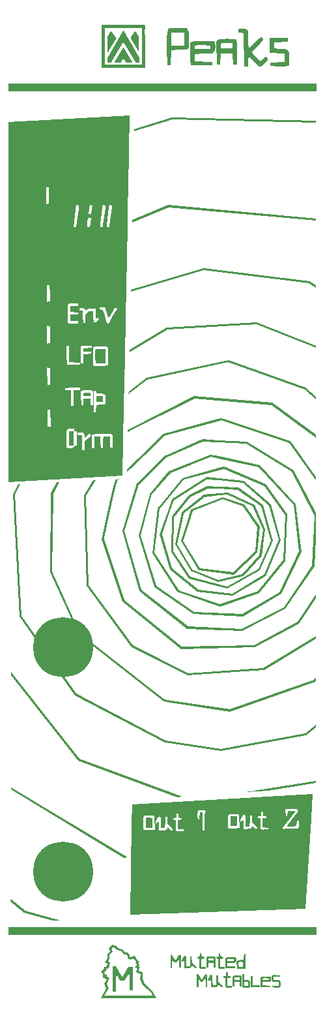
<source format=gbr>
G04 #@! TF.FileFunction,Copper,L1,Top,Signal*
%FSLAX46Y46*%
G04 Gerber Fmt 4.6, Leading zero omitted, Abs format (unit mm)*
G04 Created by KiCad (PCBNEW 4.0.1-stable) date Mittwoch, 01. Juni 2016 'u57' 17:57:12*
%MOMM*%
G01*
G04 APERTURE LIST*
%ADD10C,0.150000*%
%ADD11C,3.200000*%
%ADD12C,5.300000*%
%ADD13C,7.800000*%
G04 APERTURE END LIST*
D10*
G36*
X89239452Y-58722864D02*
X89440095Y-57178358D01*
X89420792Y-57179361D01*
X89399427Y-57180467D01*
X89376119Y-57181670D01*
X89350985Y-57182963D01*
X89324144Y-57184341D01*
X89295713Y-57185798D01*
X89265809Y-57187327D01*
X89234552Y-57188924D01*
X89202059Y-57190582D01*
X89168447Y-57192295D01*
X89133835Y-57194057D01*
X89098341Y-57195862D01*
X89062082Y-57197705D01*
X89025176Y-57199580D01*
X88987741Y-57201480D01*
X88949896Y-57203400D01*
X88911758Y-57205334D01*
X88873444Y-57207276D01*
X88835074Y-57209220D01*
X88796764Y-57211160D01*
X88758632Y-57213090D01*
X88720798Y-57215005D01*
X88683377Y-57216897D01*
X88646489Y-57218763D01*
X88610251Y-57220595D01*
X88574781Y-57222387D01*
X88540197Y-57224135D01*
X88506617Y-57225831D01*
X88474159Y-57227470D01*
X88442940Y-57229047D01*
X88413079Y-57230554D01*
X88384694Y-57231987D01*
X88357901Y-57233339D01*
X88332820Y-57234604D01*
X88309568Y-57235777D01*
X88288264Y-57236852D01*
X88269024Y-57237822D01*
X88251966Y-57238682D01*
X88237210Y-57239426D01*
X88224872Y-57240048D01*
X88215071Y-57240542D01*
X88207924Y-57240902D01*
X88203550Y-57241122D01*
X88202065Y-57241197D01*
X88484287Y-58652308D01*
X89239452Y-58722864D01*
X89239452Y-58722864D01*
G37*
G36*
X92652027Y-59042018D02*
X92917160Y-57001969D01*
X92876922Y-57004040D01*
X92838109Y-57006036D01*
X92800663Y-57007959D01*
X92764525Y-57009812D01*
X92729637Y-57011598D01*
X92695942Y-57013321D01*
X92663380Y-57014983D01*
X92631893Y-57016588D01*
X92601423Y-57018139D01*
X92571911Y-57019639D01*
X92543300Y-57021091D01*
X92515530Y-57022499D01*
X92488544Y-57023865D01*
X92462283Y-57025192D01*
X92436689Y-57026484D01*
X92411703Y-57027744D01*
X92387267Y-57028974D01*
X92363323Y-57030179D01*
X92339813Y-57031361D01*
X92316678Y-57032523D01*
X92293859Y-57033669D01*
X92271299Y-57034801D01*
X92248939Y-57035923D01*
X92226721Y-57037038D01*
X92204586Y-57038148D01*
X92182476Y-57039258D01*
X92160333Y-57040370D01*
X92138098Y-57041487D01*
X92115714Y-57042613D01*
X92093121Y-57043750D01*
X92070261Y-57044902D01*
X92047077Y-57046072D01*
X92023509Y-57047263D01*
X91999500Y-57048478D01*
X91974990Y-57049720D01*
X91949922Y-57050992D01*
X91924238Y-57052298D01*
X91897878Y-57053641D01*
X91870786Y-57055023D01*
X91842901Y-57056449D01*
X91814166Y-57057920D01*
X91784524Y-57059440D01*
X91753914Y-57061013D01*
X91722279Y-57062641D01*
X91689561Y-57064328D01*
X91655702Y-57066076D01*
X91620642Y-57067889D01*
X91584323Y-57069770D01*
X91492821Y-57773672D01*
X91129017Y-57726267D01*
X91211700Y-57088509D01*
X91176828Y-57090317D01*
X91142302Y-57092103D01*
X91108116Y-57093869D01*
X91074268Y-57095613D01*
X91040752Y-57097337D01*
X91007566Y-57099041D01*
X90974704Y-57100725D01*
X90942164Y-57102390D01*
X90909941Y-57104036D01*
X90878031Y-57105663D01*
X90846430Y-57107272D01*
X90815134Y-57108863D01*
X90784139Y-57110437D01*
X90753442Y-57111993D01*
X90723037Y-57113532D01*
X90692923Y-57115056D01*
X90663093Y-57116563D01*
X90633544Y-57118054D01*
X90604273Y-57119530D01*
X90575276Y-57120991D01*
X90546547Y-57122437D01*
X90518084Y-57123869D01*
X90489883Y-57125287D01*
X90461939Y-57126691D01*
X90434248Y-57128082D01*
X90406807Y-57129461D01*
X90379611Y-57130826D01*
X90352657Y-57132180D01*
X90325940Y-57133522D01*
X90299457Y-57134852D01*
X90273203Y-57136172D01*
X90247175Y-57137480D01*
X90221369Y-57138779D01*
X90195780Y-57140067D01*
X90170405Y-57141346D01*
X90145240Y-57142616D01*
X90120280Y-57143876D01*
X90095523Y-57145128D01*
X90070962Y-57146372D01*
X90046596Y-57147608D01*
X90022420Y-57148837D01*
X89998429Y-57150058D01*
X89974620Y-57151273D01*
X89950989Y-57152482D01*
X89927532Y-57153684D01*
X89904245Y-57154881D01*
X89881124Y-57156072D01*
X89858164Y-57157259D01*
X89835363Y-57158440D01*
X89812716Y-57159618D01*
X89604907Y-58757038D01*
X90978536Y-58885472D01*
X91063423Y-58231732D01*
X91427224Y-58279134D01*
X91343991Y-58919649D01*
X92652027Y-59042018D01*
X92652027Y-59042018D01*
G37*
G36*
X93504755Y-59121943D02*
X93785877Y-56957872D01*
X93747811Y-56959821D01*
X93713514Y-56961575D01*
X93682511Y-56963159D01*
X93654326Y-56964597D01*
X93628484Y-56965913D01*
X93604507Y-56967133D01*
X93581922Y-56968280D01*
X93560252Y-56969381D01*
X93539022Y-56970459D01*
X93517755Y-56971539D01*
X93495976Y-56972645D01*
X93473210Y-56973803D01*
X93448980Y-56975038D01*
X93422811Y-56976373D01*
X93394228Y-56977834D01*
X93362753Y-56979444D01*
X93327913Y-56981230D01*
X93289231Y-56983215D01*
X93017482Y-59076178D01*
X93504755Y-59121929D01*
X93504755Y-59121943D01*
X93504755Y-59121943D01*
G37*
G36*
X96238233Y-56833299D02*
X96213045Y-56834529D01*
X96188011Y-56835754D01*
X96163120Y-56836974D01*
X96138363Y-56838190D01*
X96113729Y-56839403D01*
X96089210Y-56840611D01*
X96064796Y-56841817D01*
X96040477Y-56843021D01*
X96016242Y-56844222D01*
X95992084Y-56845422D01*
X95967991Y-56846621D01*
X95943954Y-56847819D01*
X95919963Y-56849016D01*
X95896009Y-56850214D01*
X95872082Y-56851412D01*
X95848172Y-56852612D01*
X95824269Y-56853813D01*
X95800365Y-56855016D01*
X95776448Y-56856221D01*
X95752510Y-56857429D01*
X95728540Y-56858640D01*
X95704530Y-56859855D01*
X95680468Y-56861075D01*
X95656346Y-56862298D01*
X95632154Y-56863527D01*
X95607882Y-56864761D01*
X95583520Y-56866002D01*
X95559059Y-56867248D01*
X95534489Y-56868502D01*
X95509800Y-56869762D01*
X95484983Y-56871031D01*
X95460027Y-56872307D01*
X95434924Y-56873592D01*
X95409663Y-56874886D01*
X95384235Y-56876190D01*
X95358629Y-56877503D01*
X95332837Y-56878827D01*
X95306849Y-56880162D01*
X95280654Y-56881507D01*
X95254243Y-56882865D01*
X95227607Y-56884235D01*
X95200736Y-56885617D01*
X95173619Y-56887012D01*
X95146248Y-56888421D01*
X95118612Y-56889843D01*
X95090702Y-56891280D01*
X95062509Y-56892732D01*
X95034022Y-56894199D01*
X95005231Y-56895681D01*
X94976128Y-56897180D01*
X94946701Y-56898695D01*
X94916943Y-56900227D01*
X94886842Y-56901777D01*
X94856389Y-56903345D01*
X94825575Y-56904930D01*
X94794390Y-56906535D01*
X94762824Y-56908159D01*
X94730867Y-56909802D01*
X94698509Y-56911466D01*
X94665742Y-56913150D01*
X94632554Y-56914855D01*
X94598938Y-56916582D01*
X94564882Y-56918330D01*
X94530377Y-56920101D01*
X94495413Y-56921894D01*
X94459981Y-56923711D01*
X94424071Y-56925551D01*
X94387673Y-56927415D01*
X94350777Y-56929304D01*
X94313375Y-56931218D01*
X94275455Y-56933157D01*
X94237009Y-56935122D01*
X94198026Y-56937114D01*
X94158498Y-56939132D01*
X93870211Y-59156120D01*
X96183662Y-59372195D01*
X96238233Y-56833299D01*
X96238233Y-56833299D01*
G37*
G36*
X80706089Y-55359348D02*
X80687346Y-70727231D01*
X85711124Y-70885428D01*
X85681358Y-64166665D01*
X86080990Y-64164972D01*
X86110753Y-70898066D01*
X88375146Y-70969175D01*
X88374749Y-70937976D01*
X88374330Y-70911371D01*
X88373897Y-70888106D01*
X88373456Y-70866931D01*
X88373015Y-70846594D01*
X88372581Y-70825843D01*
X88372159Y-70803426D01*
X88371758Y-70778092D01*
X88371384Y-70748588D01*
X88371043Y-70713664D01*
X88370744Y-70672068D01*
X88370744Y-69595546D01*
X88592884Y-69363483D01*
X89798390Y-69378356D01*
X89798390Y-69659475D01*
X88711394Y-69699163D01*
X88711394Y-70464801D01*
X89753743Y-70503937D01*
X89753743Y-70785609D01*
X88711394Y-70825295D01*
X88711394Y-70980187D01*
X90382678Y-71032553D01*
X90363938Y-70301640D01*
X90141798Y-70281800D01*
X90102977Y-70277559D01*
X90068367Y-70273305D01*
X90037976Y-70269045D01*
X90011814Y-70264783D01*
X89989890Y-70260523D01*
X89972214Y-70256272D01*
X89958794Y-70252034D01*
X89940946Y-70239402D01*
X89926860Y-70221251D01*
X89916476Y-70197545D01*
X89909735Y-70168251D01*
X89905758Y-70139432D01*
X89903704Y-70112248D01*
X89903572Y-70086704D01*
X89905362Y-70062806D01*
X89909072Y-70040561D01*
X89914702Y-70019974D01*
X89920525Y-70010513D01*
X89929766Y-70001886D01*
X89942428Y-69994089D01*
X89958514Y-69987122D01*
X89978025Y-69980982D01*
X90000964Y-69975666D01*
X90027333Y-69971174D01*
X90057134Y-69967504D01*
X90090370Y-69964652D01*
X90127042Y-69962617D01*
X90167153Y-69961398D01*
X90210706Y-69960992D01*
X90245124Y-69961834D01*
X90278411Y-69963533D01*
X90310567Y-69966090D01*
X90341592Y-69969505D01*
X90371486Y-69973777D01*
X90400248Y-69978907D01*
X90427879Y-69984894D01*
X90454379Y-69991739D01*
X90479747Y-69999441D01*
X90503984Y-70008001D01*
X90527089Y-70017419D01*
X90549062Y-70027693D01*
X90569904Y-70038826D01*
X90589613Y-70050815D01*
X90608191Y-70063662D01*
X90625636Y-70077366D01*
X90641950Y-70091928D01*
X90657131Y-70107346D01*
X90671180Y-70123622D01*
X90684096Y-70140755D01*
X90695880Y-70158746D01*
X90706532Y-70177593D01*
X90716051Y-70197298D01*
X90724438Y-70217860D01*
X90736013Y-70246852D01*
X90750925Y-70261499D01*
X90769085Y-70261957D01*
X90780885Y-70256342D01*
X90796529Y-70246070D01*
X90816016Y-70231136D01*
X90839344Y-70211538D01*
X90866512Y-70187270D01*
X90897519Y-70158328D01*
X91045245Y-70015012D01*
X92092555Y-70059660D01*
X92077682Y-70652217D01*
X92076604Y-70700376D01*
X92075891Y-70744136D01*
X92075514Y-70783841D01*
X92075444Y-70819831D01*
X92075654Y-70852449D01*
X92076113Y-70882037D01*
X92076794Y-70908938D01*
X92077668Y-70933494D01*
X92078705Y-70956047D01*
X92079878Y-70976938D01*
X92081158Y-70996511D01*
X92082516Y-71015108D01*
X92083923Y-71033070D01*
X92085350Y-71050740D01*
X92086770Y-71068461D01*
X92088152Y-71086574D01*
X93284289Y-71124058D01*
X93278158Y-71099700D01*
X93272082Y-71075450D01*
X93266040Y-71051273D01*
X93260017Y-71027133D01*
X93253992Y-71002993D01*
X93247948Y-70978818D01*
X93241866Y-70954571D01*
X93235729Y-70930217D01*
X93229518Y-70905720D01*
X93223214Y-70881042D01*
X93216799Y-70856149D01*
X93210256Y-70831004D01*
X93203566Y-70805572D01*
X93196710Y-70779815D01*
X93189670Y-70753699D01*
X93182428Y-70727186D01*
X93174966Y-70700242D01*
X93167266Y-70672829D01*
X93159308Y-70644912D01*
X93151076Y-70616455D01*
X93142550Y-70587422D01*
X93133712Y-70557776D01*
X93124544Y-70527482D01*
X93115028Y-70496503D01*
X93105146Y-70464804D01*
X93021360Y-70183132D01*
X92804181Y-70163292D01*
X92765360Y-70158949D01*
X92730750Y-70154391D01*
X92700360Y-70149622D01*
X92674198Y-70144650D01*
X92652274Y-70139479D01*
X92634598Y-70134115D01*
X92621177Y-70128565D01*
X92603329Y-70116245D01*
X92589244Y-70099028D01*
X92578861Y-70076874D01*
X92572121Y-70049743D01*
X92568144Y-70019552D01*
X92566090Y-69991544D01*
X92565958Y-69965725D01*
X92567748Y-69942101D01*
X92571458Y-69920680D01*
X92577088Y-69901466D01*
X92583736Y-69890459D01*
X92593804Y-69880492D01*
X92607294Y-69871561D01*
X92624207Y-69863665D01*
X92644546Y-69856802D01*
X92668313Y-69850970D01*
X92695510Y-69846168D01*
X92726139Y-69842392D01*
X92760202Y-69839642D01*
X92797701Y-69837915D01*
X92838637Y-69837209D01*
X92883014Y-69837523D01*
X92921542Y-69838555D01*
X92958103Y-69840235D01*
X92992697Y-69842566D01*
X93025326Y-69845548D01*
X93055988Y-69849181D01*
X93084684Y-69853468D01*
X93111415Y-69858408D01*
X93136181Y-69864003D01*
X93158981Y-69870255D01*
X93179816Y-69877163D01*
X93198686Y-69884729D01*
X93215591Y-69892955D01*
X93230532Y-69901840D01*
X93243508Y-69911386D01*
X93253427Y-69920475D01*
X93263427Y-69931688D01*
X93273507Y-69945026D01*
X93283668Y-69960488D01*
X93293908Y-69978073D01*
X93304227Y-69997782D01*
X93314624Y-70019614D01*
X93325099Y-70043568D01*
X93335651Y-70069645D01*
X93346279Y-70097843D01*
X93356984Y-70128163D01*
X93367764Y-70160604D01*
X93378619Y-70195165D01*
X93389549Y-70231847D01*
X93400552Y-70270648D01*
X93411628Y-70311569D01*
X93419017Y-70339102D01*
X93426369Y-70366550D01*
X93433683Y-70393913D01*
X93440961Y-70421192D01*
X93448201Y-70448385D01*
X93455405Y-70475492D01*
X93462574Y-70502515D01*
X93469706Y-70529452D01*
X93476803Y-70556304D01*
X93483864Y-70583070D01*
X93490891Y-70609750D01*
X93497883Y-70636345D01*
X93504840Y-70662854D01*
X93511764Y-70689278D01*
X93518654Y-70715615D01*
X93525510Y-70741866D01*
X93532334Y-70768032D01*
X93539125Y-70794111D01*
X93545883Y-70820104D01*
X93552609Y-70846010D01*
X93559303Y-70871831D01*
X93565966Y-70897565D01*
X93572597Y-70923212D01*
X93579197Y-70948773D01*
X93590293Y-70988194D01*
X93600981Y-71019740D01*
X93611345Y-71045056D01*
X93621472Y-71065782D01*
X93631448Y-71083560D01*
X93641359Y-71100034D01*
X93651291Y-71116845D01*
X93661329Y-71135635D01*
X93841026Y-71141703D01*
X93852257Y-71123202D01*
X93863332Y-71105016D01*
X93874650Y-71086278D01*
X93886609Y-71066121D01*
X93899608Y-71043678D01*
X93914047Y-71018081D01*
X93930324Y-70988465D01*
X93949421Y-70955014D01*
X93967210Y-70923813D01*
X93983698Y-70894866D01*
X93998890Y-70868179D01*
X94012792Y-70843759D01*
X94025411Y-70821610D01*
X94036752Y-70801739D01*
X94046820Y-70784152D01*
X94055623Y-70768854D01*
X94063166Y-70755851D01*
X94074795Y-70736619D01*
X94086635Y-70716785D01*
X94098684Y-70696345D01*
X94110942Y-70675297D01*
X94123408Y-70653638D01*
X94136080Y-70631365D01*
X94148958Y-70608474D01*
X94162041Y-70584963D01*
X94175328Y-70560828D01*
X94188818Y-70536067D01*
X94202510Y-70510676D01*
X94216404Y-70484653D01*
X94232243Y-70456448D01*
X94247431Y-70429303D01*
X94261968Y-70403219D01*
X94275853Y-70378195D01*
X94289087Y-70354233D01*
X94301667Y-70331331D01*
X94313594Y-70309491D01*
X94324867Y-70288712D01*
X94335486Y-70268995D01*
X94345450Y-70250340D01*
X94354758Y-70232747D01*
X94367257Y-70209354D01*
X94380060Y-70186096D01*
X94393169Y-70162980D01*
X94406584Y-70140012D01*
X94420308Y-70117199D01*
X94434343Y-70094545D01*
X94448689Y-70072059D01*
X94463349Y-70049746D01*
X94482686Y-70021760D01*
X94501190Y-69997069D01*
X94518866Y-69975672D01*
X94535719Y-69957568D01*
X94551753Y-69942755D01*
X94566975Y-69931232D01*
X94588950Y-69916704D01*
X94610378Y-69907717D01*
X94631189Y-69904285D01*
X94651311Y-69906425D01*
X94674700Y-69916904D01*
X94696884Y-69928582D01*
X94717862Y-69941462D01*
X94737632Y-69955549D01*
X94756191Y-69970847D01*
X94773537Y-69987360D01*
X94789668Y-70005092D01*
X94808194Y-70027855D01*
X94820339Y-70048702D01*
X94826141Y-70067594D01*
X94825642Y-70084491D01*
X94818881Y-70099352D01*
X94809554Y-70110502D01*
X94799129Y-70124198D01*
X94787606Y-70140446D01*
X94774984Y-70159249D01*
X94761264Y-70180610D01*
X94746447Y-70204535D01*
X94730531Y-70231026D01*
X94713519Y-70260089D01*
X94695409Y-70291726D01*
X94206481Y-71153274D01*
X95929580Y-71207294D01*
X96183691Y-59372150D01*
X93870239Y-59156075D01*
X93831103Y-59458691D01*
X93467302Y-59411839D01*
X93504784Y-59121898D01*
X93017510Y-59076147D01*
X92967901Y-59458691D01*
X92604100Y-59411839D01*
X92652055Y-59041973D01*
X91344020Y-58919604D01*
X91274017Y-59458691D01*
X90910213Y-59411839D01*
X90978565Y-58885427D01*
X89604935Y-58756993D01*
X89513986Y-59458691D01*
X89150185Y-59411839D01*
X89239480Y-58722819D01*
X88484316Y-58652263D01*
X88202093Y-57241152D01*
X88203578Y-57241077D01*
X88207952Y-57240857D01*
X88215099Y-57240497D01*
X88224900Y-57240003D01*
X88237238Y-57239381D01*
X88251995Y-57238637D01*
X88269052Y-57237777D01*
X88288292Y-57236806D01*
X88309597Y-57235732D01*
X88332849Y-57234559D01*
X88357930Y-57233294D01*
X88384722Y-57231942D01*
X88413108Y-57230509D01*
X88442969Y-57229001D01*
X88474187Y-57227425D01*
X88506646Y-57225786D01*
X88540226Y-57224090D01*
X88574809Y-57222342D01*
X88610279Y-57220550D01*
X88646517Y-57218718D01*
X88683405Y-57216852D01*
X88720826Y-57214959D01*
X88758661Y-57213045D01*
X88796792Y-57211115D01*
X88835102Y-57209175D01*
X88873473Y-57207231D01*
X88911786Y-57205289D01*
X88949924Y-57203355D01*
X88987770Y-57201435D01*
X89025204Y-57199535D01*
X89062110Y-57197660D01*
X89098369Y-57195817D01*
X89133863Y-57194012D01*
X89168475Y-57192249D01*
X89202087Y-57190536D01*
X89234580Y-57188879D01*
X89265838Y-57187282D01*
X89295741Y-57185752D01*
X89324172Y-57184296D01*
X89351014Y-57182918D01*
X89376147Y-57181625D01*
X89399455Y-57180422D01*
X89420820Y-57179316D01*
X89440123Y-57178312D01*
X89519498Y-56567567D01*
X89883300Y-56614421D01*
X89812744Y-57159573D01*
X89835391Y-57158396D01*
X89858193Y-57157214D01*
X89881152Y-57156028D01*
X89904273Y-57154837D01*
X89927560Y-57153641D01*
X89951017Y-57152439D01*
X89974648Y-57151231D01*
X89998457Y-57150016D01*
X90022448Y-57148795D01*
X90046624Y-57147566D01*
X90070991Y-57146330D01*
X90095551Y-57145087D01*
X90120309Y-57143835D01*
X90145268Y-57142574D01*
X90170434Y-57141305D01*
X90195809Y-57140026D01*
X90221397Y-57138737D01*
X90247204Y-57137439D01*
X90273231Y-57136130D01*
X90299485Y-57134811D01*
X90325968Y-57133480D01*
X90352685Y-57132138D01*
X90379639Y-57130785D01*
X90406835Y-57129419D01*
X90434276Y-57128040D01*
X90461967Y-57126649D01*
X90489911Y-57125244D01*
X90518112Y-57123826D01*
X90546575Y-57122394D01*
X90575304Y-57120948D01*
X90604302Y-57119487D01*
X90633573Y-57118011D01*
X90663121Y-57116519D01*
X90692951Y-57115012D01*
X90723066Y-57113489D01*
X90753470Y-57111949D01*
X90784167Y-57110393D01*
X90815162Y-57108819D01*
X90846458Y-57107228D01*
X90878059Y-57105619D01*
X90909969Y-57103991D01*
X90942192Y-57102345D01*
X90974733Y-57100680D01*
X91007594Y-57098996D01*
X91040781Y-57097292D01*
X91074296Y-57095568D01*
X91108145Y-57093823D01*
X91142330Y-57092058D01*
X91176857Y-57090272D01*
X91211728Y-57088464D01*
X91279529Y-56567567D01*
X91643330Y-56614421D01*
X91584352Y-57069725D01*
X91620670Y-57067844D01*
X91655730Y-57066031D01*
X91689590Y-57064282D01*
X91722308Y-57062596D01*
X91753942Y-57060968D01*
X91784552Y-57059395D01*
X91814195Y-57057875D01*
X91842929Y-57056403D01*
X91870814Y-57054978D01*
X91897907Y-57053596D01*
X91924266Y-57052253D01*
X91949951Y-57050947D01*
X91975018Y-57049675D01*
X91999528Y-57048432D01*
X92023537Y-57047218D01*
X92047105Y-57046027D01*
X92070290Y-57044857D01*
X92093149Y-57043705D01*
X92115742Y-57042568D01*
X92138127Y-57041442D01*
X92160361Y-57040325D01*
X92182504Y-57039213D01*
X92204614Y-57038103D01*
X92226749Y-57036993D01*
X92248967Y-57035878D01*
X92271327Y-57034756D01*
X92293887Y-57033624D01*
X92316706Y-57032478D01*
X92339841Y-57031316D01*
X92363352Y-57030134D01*
X92387295Y-57028929D01*
X92411731Y-57027699D01*
X92436717Y-57026439D01*
X92462311Y-57025147D01*
X92488572Y-57023819D01*
X92515558Y-57022454D01*
X92543328Y-57021046D01*
X92571939Y-57019594D01*
X92601451Y-57018094D01*
X92631921Y-57016543D01*
X92663408Y-57014938D01*
X92695970Y-57013275D01*
X92729666Y-57011553D01*
X92764553Y-57009766D01*
X92800691Y-57007913D01*
X92838137Y-57005991D01*
X92876950Y-57003995D01*
X92917188Y-57001924D01*
X92973413Y-56567567D01*
X93337214Y-56614421D01*
X93289259Y-56983184D01*
X93327941Y-56981199D01*
X93362782Y-56979412D01*
X93394256Y-56977801D01*
X93422839Y-56976339D01*
X93449008Y-56975002D01*
X93473238Y-56973766D01*
X93496004Y-56972606D01*
X93517783Y-56971498D01*
X93539050Y-56970417D01*
X93560280Y-56969338D01*
X93581950Y-56968237D01*
X93604536Y-56967089D01*
X93628512Y-56965870D01*
X93654354Y-56964554D01*
X93682539Y-56963118D01*
X93713542Y-56961537D01*
X93747839Y-56959786D01*
X93785905Y-56957840D01*
X93836615Y-56567581D01*
X94200419Y-56614435D01*
X94158526Y-56939101D01*
X94198055Y-56937083D01*
X94237037Y-56935091D01*
X94275483Y-56933126D01*
X94313403Y-56931187D01*
X94350806Y-56929273D01*
X94387701Y-56927384D01*
X94424099Y-56925520D01*
X94460009Y-56923680D01*
X94495441Y-56921863D01*
X94530405Y-56920070D01*
X94564910Y-56918299D01*
X94598966Y-56916551D01*
X94632583Y-56914824D01*
X94665770Y-56913119D01*
X94698538Y-56911435D01*
X94730895Y-56909771D01*
X94762852Y-56908128D01*
X94794418Y-56906504D01*
X94825604Y-56904899D01*
X94856418Y-56903313D01*
X94886870Y-56901746D01*
X94916971Y-56900196D01*
X94946730Y-56898664D01*
X94976156Y-56897149D01*
X95005259Y-56895650D01*
X95034050Y-56894168D01*
X95062537Y-56892701D01*
X95090731Y-56891249D01*
X95118640Y-56889812D01*
X95146276Y-56888390D01*
X95173647Y-56886981D01*
X95200764Y-56885586D01*
X95227635Y-56884204D01*
X95254271Y-56882834D01*
X95280682Y-56881476D01*
X95306877Y-56880131D01*
X95332865Y-56878796D01*
X95358657Y-56877472D01*
X95384263Y-56876159D01*
X95409691Y-56874855D01*
X95434952Y-56873561D01*
X95460056Y-56872276D01*
X95485011Y-56871000D01*
X95509828Y-56869731D01*
X95534517Y-56868471D01*
X95559087Y-56867217D01*
X95583548Y-56865971D01*
X95607910Y-56864730D01*
X95632182Y-56863496D01*
X95656374Y-56862267D01*
X95680496Y-56861044D01*
X95704558Y-56859824D01*
X95728569Y-56858609D01*
X95752538Y-56857398D01*
X95776476Y-56856190D01*
X95800393Y-56854985D01*
X95824298Y-56853782D01*
X95848200Y-56852581D01*
X95872110Y-56851381D01*
X95896037Y-56850183D01*
X95919991Y-56848985D01*
X95943982Y-56847788D01*
X95968019Y-56846590D01*
X95992112Y-56845391D01*
X96016271Y-56844191D01*
X96040505Y-56842990D01*
X96064824Y-56841786D01*
X96089239Y-56840580D01*
X96113758Y-56839372D01*
X96138391Y-56838159D01*
X96163148Y-56836943D01*
X96188039Y-56835723D01*
X96213073Y-56834498D01*
X96238261Y-56833268D01*
X96292832Y-54290510D01*
X85990617Y-54997169D01*
X86081018Y-58073502D01*
X85681386Y-58085073D01*
X85591538Y-55024175D01*
X80706116Y-55359314D01*
X80706089Y-55359348D01*
X80706089Y-55359348D01*
G37*
G36*
X80706089Y-55359348D02*
X85591510Y-55024209D01*
X85481818Y-51300199D01*
X85881448Y-51288622D01*
X85990589Y-54997200D01*
X96292803Y-54290541D01*
X96492343Y-44999807D01*
X80718215Y-45765997D01*
X80706088Y-55359348D01*
X80706089Y-55359348D01*
X80706089Y-55359348D01*
G37*
G36*
X93252291Y-36007644D02*
X92848007Y-33222816D01*
X98441652Y-33222816D01*
X98444761Y-33247053D01*
X98447009Y-33268547D01*
X98447296Y-33288786D01*
X98447209Y-33316851D01*
X98447107Y-33344916D01*
X98446989Y-33372981D01*
X98446859Y-33401045D01*
X98446718Y-33429108D01*
X98446566Y-33457170D01*
X98446407Y-33485231D01*
X98446240Y-33513291D01*
X98446068Y-33541348D01*
X98445892Y-33569404D01*
X98445714Y-33597458D01*
X98445535Y-33625509D01*
X98445356Y-33653557D01*
X98445180Y-33681603D01*
X98445007Y-33709646D01*
X98444840Y-33737686D01*
X98444679Y-33765722D01*
X98444526Y-33793754D01*
X98444383Y-33821783D01*
X98444251Y-33849807D01*
X98444132Y-33877828D01*
X98444027Y-33905843D01*
X98443938Y-33933854D01*
X98443866Y-33961860D01*
X98443813Y-33989861D01*
X98443780Y-34017857D01*
X98443768Y-34045847D01*
X98443745Y-34073232D01*
X98443738Y-34100619D01*
X98443749Y-34128009D01*
X98443775Y-34155399D01*
X98443815Y-34182792D01*
X98443870Y-34210185D01*
X98443937Y-34237581D01*
X98444016Y-34264977D01*
X98444107Y-34292374D01*
X98444206Y-34319772D01*
X98444315Y-34347171D01*
X98444432Y-34374571D01*
X98444556Y-34401971D01*
X98444685Y-34429371D01*
X98444820Y-34456772D01*
X98444959Y-34484173D01*
X98445101Y-34511574D01*
X98445245Y-34538975D01*
X98445390Y-34566375D01*
X98445536Y-34593775D01*
X98445680Y-34621175D01*
X98445823Y-34648574D01*
X98445964Y-34675972D01*
X98446100Y-34703369D01*
X98446232Y-34730766D01*
X98446358Y-34758161D01*
X98446478Y-34785554D01*
X98446590Y-34812947D01*
X98446694Y-34840338D01*
X98446788Y-34867727D01*
X98446871Y-34895114D01*
X98446943Y-34922499D01*
X98446984Y-34949788D01*
X98447029Y-34977074D01*
X98447079Y-35004359D01*
X98447134Y-35031641D01*
X98447192Y-35058923D01*
X98447254Y-35086204D01*
X98447318Y-35113485D01*
X98447386Y-35140765D01*
X98447455Y-35168046D01*
X98447527Y-35195328D01*
X98447600Y-35222610D01*
X98447675Y-35249895D01*
X98447750Y-35277181D01*
X98447825Y-35304470D01*
X98447901Y-35331761D01*
X98447976Y-35359055D01*
X98448050Y-35386353D01*
X98448124Y-35413655D01*
X98448195Y-35440961D01*
X98448265Y-35468271D01*
X98448333Y-35495587D01*
X98448397Y-35522908D01*
X98448459Y-35550235D01*
X98448517Y-35577568D01*
X98448571Y-35604907D01*
X98448621Y-35632254D01*
X98448667Y-35659607D01*
X98448707Y-35686969D01*
X98448758Y-35714687D01*
X98448808Y-35742403D01*
X98448858Y-35770119D01*
X98448908Y-35797833D01*
X98448957Y-35825546D01*
X98449006Y-35853259D01*
X98449054Y-35880971D01*
X98449101Y-35908681D01*
X98449147Y-35936392D01*
X98449192Y-35964101D01*
X98449236Y-35991810D01*
X98449279Y-36019518D01*
X98449321Y-36047226D01*
X98449361Y-36074933D01*
X98449399Y-36102640D01*
X98449436Y-36130346D01*
X98449471Y-36158053D01*
X98449503Y-36185759D01*
X98449534Y-36213464D01*
X98449563Y-36241170D01*
X98449589Y-36268876D01*
X98449613Y-36296581D01*
X98449635Y-36324287D01*
X98449654Y-36351993D01*
X98449670Y-36379699D01*
X98449683Y-36407405D01*
X98449693Y-36435112D01*
X98449700Y-36462819D01*
X98449704Y-36490526D01*
X98449705Y-36518234D01*
X98449702Y-36545942D01*
X98449696Y-36573651D01*
X98449686Y-36601360D01*
X98449672Y-36629070D01*
X98449655Y-36656781D01*
X98449633Y-36684493D01*
X98449607Y-36712205D01*
X98449577Y-36739919D01*
X98449543Y-36767633D01*
X98449504Y-36795349D01*
X98449461Y-36823065D01*
X98449413Y-36850783D01*
X98449406Y-36878794D01*
X98449385Y-36906800D01*
X98449352Y-36934803D01*
X98449306Y-36962803D01*
X98449250Y-36990799D01*
X98449183Y-37018792D01*
X98449106Y-37046782D01*
X98449022Y-37074769D01*
X98448929Y-37102754D01*
X98448829Y-37130736D01*
X98448724Y-37158716D01*
X98448613Y-37186694D01*
X98448498Y-37214670D01*
X98448379Y-37242645D01*
X98448257Y-37270618D01*
X98448134Y-37298590D01*
X98448010Y-37326561D01*
X98447885Y-37354531D01*
X98447761Y-37382501D01*
X98447639Y-37410470D01*
X98447519Y-37438438D01*
X98447402Y-37466407D01*
X98447289Y-37494376D01*
X98447180Y-37522345D01*
X98447078Y-37550315D01*
X98446982Y-37578285D01*
X98446894Y-37606256D01*
X98446813Y-37634228D01*
X98446742Y-37662202D01*
X98446680Y-37690177D01*
X98446630Y-37718154D01*
X98446591Y-37746133D01*
X98446592Y-37773902D01*
X98446598Y-37801678D01*
X98446607Y-37829460D01*
X98446619Y-37857248D01*
X98446635Y-37885042D01*
X98446655Y-37912839D01*
X98446677Y-37940641D01*
X98446703Y-37968447D01*
X98446732Y-37996255D01*
X98446765Y-38024066D01*
X98446800Y-38051879D01*
X98446839Y-38079693D01*
X98446880Y-38107508D01*
X98446925Y-38135324D01*
X98446972Y-38163139D01*
X98447023Y-38190954D01*
X98447076Y-38218767D01*
X98447132Y-38246578D01*
X98447190Y-38274387D01*
X98447251Y-38302193D01*
X98447315Y-38329996D01*
X98447381Y-38357795D01*
X98447450Y-38385589D01*
X98447521Y-38413378D01*
X98447595Y-38441161D01*
X98447671Y-38468939D01*
X98447749Y-38496709D01*
X98447829Y-38524473D01*
X98447912Y-38552228D01*
X98447996Y-38579976D01*
X98448083Y-38607714D01*
X98448172Y-38635444D01*
X98448262Y-38663163D01*
X98448355Y-38690872D01*
X98448355Y-38710054D01*
X98448355Y-38728972D01*
X98446833Y-38762136D01*
X98442196Y-38782447D01*
X98431159Y-38793056D01*
X98410435Y-38797111D01*
X98376741Y-38797763D01*
X98348836Y-38797766D01*
X98320928Y-38797773D01*
X98293018Y-38797785D01*
X98265106Y-38797800D01*
X98237192Y-38797820D01*
X98209275Y-38797843D01*
X98181357Y-38797869D01*
X98153437Y-38797898D01*
X98125515Y-38797930D01*
X98097591Y-38797964D01*
X98069666Y-38798000D01*
X98041740Y-38798038D01*
X98013811Y-38798076D01*
X97985882Y-38798116D01*
X97957951Y-38798157D01*
X97930019Y-38798198D01*
X97902087Y-38798240D01*
X97874153Y-38798281D01*
X97846218Y-38798321D01*
X97818283Y-38798361D01*
X97790346Y-38798400D01*
X97762410Y-38798437D01*
X97734473Y-38798473D01*
X97706535Y-38798506D01*
X97678597Y-38798538D01*
X97650659Y-38798566D01*
X97622721Y-38798592D01*
X97594782Y-38798614D01*
X97566844Y-38798633D01*
X97538906Y-38798648D01*
X97510968Y-38798659D01*
X97483031Y-38798665D01*
X97455094Y-38798666D01*
X97427157Y-38798663D01*
X97399221Y-38798654D01*
X97371286Y-38798639D01*
X97343352Y-38798618D01*
X97315418Y-38798591D01*
X97287486Y-38798557D01*
X97259554Y-38798517D01*
X97231624Y-38798469D01*
X97204190Y-38798383D01*
X97176764Y-38798284D01*
X97149347Y-38798172D01*
X97121937Y-38798048D01*
X97094535Y-38797913D01*
X97067140Y-38797768D01*
X97039751Y-38797614D01*
X97012369Y-38797451D01*
X96984993Y-38797280D01*
X96957623Y-38797102D01*
X96930258Y-38796919D01*
X96902899Y-38796731D01*
X96875544Y-38796538D01*
X96848194Y-38796342D01*
X96820848Y-38796144D01*
X96793506Y-38795944D01*
X96766168Y-38795743D01*
X96738833Y-38795542D01*
X96711500Y-38795342D01*
X96684171Y-38795145D01*
X96656843Y-38794949D01*
X96629517Y-38794758D01*
X96602193Y-38794570D01*
X96574871Y-38794388D01*
X96547549Y-38794213D01*
X96520228Y-38794044D01*
X96492907Y-38793883D01*
X96466651Y-38793820D01*
X96440377Y-38794013D01*
X96414091Y-38794400D01*
X96387796Y-38794921D01*
X96361498Y-38795514D01*
X96335199Y-38796118D01*
X96308904Y-38796671D01*
X96282618Y-38797111D01*
X96256344Y-38797378D01*
X96230088Y-38797411D01*
X96202598Y-38797351D01*
X96175107Y-38797282D01*
X96147615Y-38797206D01*
X96120121Y-38797123D01*
X96092626Y-38797033D01*
X96065130Y-38796937D01*
X96037632Y-38796836D01*
X96010134Y-38796730D01*
X95982634Y-38796619D01*
X95955133Y-38796504D01*
X95927631Y-38796386D01*
X95900128Y-38796264D01*
X95872624Y-38796141D01*
X95845118Y-38796016D01*
X95817612Y-38795889D01*
X95790106Y-38795762D01*
X95762598Y-38795635D01*
X95735089Y-38795508D01*
X95707580Y-38795382D01*
X95680070Y-38795258D01*
X95652559Y-38795135D01*
X95625048Y-38795015D01*
X95597536Y-38794898D01*
X95570023Y-38794785D01*
X95542510Y-38794676D01*
X95514996Y-38794572D01*
X95487482Y-38794472D01*
X95459968Y-38794379D01*
X95432453Y-38794292D01*
X95404937Y-38794212D01*
X95377422Y-38794139D01*
X95349906Y-38794074D01*
X95322390Y-38794018D01*
X95294874Y-38793971D01*
X95267357Y-38793933D01*
X95239841Y-38793906D01*
X95212324Y-38793889D01*
X95184807Y-38793883D01*
X95156717Y-38793892D01*
X95128628Y-38793919D01*
X95100541Y-38793963D01*
X95072454Y-38794023D01*
X95044369Y-38794098D01*
X95016284Y-38794186D01*
X94988200Y-38794286D01*
X94960116Y-38794398D01*
X94932033Y-38794521D01*
X94903949Y-38794652D01*
X94875865Y-38794792D01*
X94847781Y-38794938D01*
X94819696Y-38795091D01*
X94791610Y-38795249D01*
X94763523Y-38795410D01*
X94735435Y-38795574D01*
X94707345Y-38795740D01*
X94679254Y-38795906D01*
X94651161Y-38796072D01*
X94623066Y-38796236D01*
X94594969Y-38796397D01*
X94566869Y-38796555D01*
X94538767Y-38796708D01*
X94510661Y-38796854D01*
X94482553Y-38796994D01*
X94454442Y-38797126D01*
X94426327Y-38797248D01*
X94398209Y-38797360D01*
X94370087Y-38797460D01*
X94341961Y-38797548D01*
X94313830Y-38797623D01*
X94285695Y-38797683D01*
X94257556Y-38797727D01*
X94229412Y-38797754D01*
X94201263Y-38797763D01*
X94173822Y-38797710D01*
X94146381Y-38797626D01*
X94118940Y-38797514D01*
X94091499Y-38797377D01*
X94064058Y-38797216D01*
X94036616Y-38797033D01*
X94009175Y-38796832D01*
X93981734Y-38796613D01*
X93954293Y-38796380D01*
X93926852Y-38796135D01*
X93899411Y-38795879D01*
X93871970Y-38795616D01*
X93844529Y-38795346D01*
X93817088Y-38795073D01*
X93789647Y-38794799D01*
X93762206Y-38794526D01*
X93734765Y-38794255D01*
X93707324Y-38793990D01*
X93679883Y-38793733D01*
X93652441Y-38793485D01*
X93625000Y-38793249D01*
X93597559Y-38793027D01*
X93570118Y-38792822D01*
X93542677Y-38792635D01*
X93515236Y-38792469D01*
X93487795Y-38792327D01*
X93460354Y-38792209D01*
X93432913Y-38792119D01*
X93405096Y-38792157D01*
X93377267Y-38792266D01*
X93349427Y-38792437D01*
X93321577Y-38792665D01*
X93293719Y-38792940D01*
X93265853Y-38793256D01*
X93237980Y-38793604D01*
X93210103Y-38793977D01*
X93182220Y-38794368D01*
X93154335Y-38794768D01*
X93126447Y-38795171D01*
X93098558Y-38795568D01*
X93070669Y-38795952D01*
X93042781Y-38796316D01*
X93014896Y-38796651D01*
X92987013Y-38796950D01*
X92959135Y-38797206D01*
X92931263Y-38797411D01*
X92909611Y-38797455D01*
X92888224Y-38796705D01*
X92862863Y-38790237D01*
X92846675Y-38774598D01*
X92840599Y-38749080D01*
X92840599Y-38724033D01*
X92840544Y-38695946D01*
X92840488Y-38667860D01*
X92840431Y-38639773D01*
X92840373Y-38611687D01*
X92840315Y-38583600D01*
X92840256Y-38555514D01*
X92840197Y-38527427D01*
X92840139Y-38499340D01*
X92840080Y-38471254D01*
X92840022Y-38443167D01*
X92839965Y-38415081D01*
X92839909Y-38386994D01*
X92839854Y-38358908D01*
X92839801Y-38330821D01*
X92839749Y-38302735D01*
X92839699Y-38274648D01*
X92839651Y-38246562D01*
X92839605Y-38218475D01*
X92839561Y-38190389D01*
X92839521Y-38162302D01*
X92839483Y-38134215D01*
X92839448Y-38106129D01*
X92839417Y-38078042D01*
X92839389Y-38049956D01*
X92839365Y-38021869D01*
X92839345Y-37993783D01*
X92839329Y-37965696D01*
X92839317Y-37937610D01*
X92839310Y-37909523D01*
X92839308Y-37881437D01*
X92839311Y-37853350D01*
X92839319Y-37825264D01*
X92839333Y-37797177D01*
X92839352Y-37769090D01*
X92839377Y-37741004D01*
X92839408Y-37712917D01*
X92839446Y-37684831D01*
X92839490Y-37656744D01*
X92839541Y-37628658D01*
X92839560Y-37600529D01*
X92839618Y-37572397D01*
X92839710Y-37544262D01*
X92839833Y-37516124D01*
X92839984Y-37487982D01*
X92840161Y-37459838D01*
X92840359Y-37431690D01*
X92840576Y-37403540D01*
X92840809Y-37375386D01*
X92841054Y-37347229D01*
X92841309Y-37319069D01*
X92841570Y-37290905D01*
X92841834Y-37262739D01*
X92842098Y-37234570D01*
X92842359Y-37206397D01*
X92842613Y-37178221D01*
X92842859Y-37150042D01*
X92843091Y-37121860D01*
X92843309Y-37093675D01*
X92843507Y-37065487D01*
X92843683Y-37037295D01*
X92843835Y-37009101D01*
X92843958Y-36980903D01*
X92844050Y-36952702D01*
X92844107Y-36924498D01*
X92844127Y-36896291D01*
X92844183Y-36868666D01*
X92844205Y-36841044D01*
X92844197Y-36813423D01*
X92844161Y-36785805D01*
X92844098Y-36758188D01*
X92844012Y-36730573D01*
X92843903Y-36702960D01*
X92843776Y-36675348D01*
X92843631Y-36647737D01*
X92843471Y-36620127D01*
X92843298Y-36592517D01*
X92843116Y-36564909D01*
X92842924Y-36537300D01*
X92842727Y-36509692D01*
X92842527Y-36482084D01*
X92842325Y-36454476D01*
X92842124Y-36426868D01*
X92841926Y-36399259D01*
X92841733Y-36371650D01*
X92841548Y-36344040D01*
X92841373Y-36316429D01*
X92841210Y-36288817D01*
X92841061Y-36261203D01*
X92840930Y-36233588D01*
X92840817Y-36205972D01*
X92840725Y-36178353D01*
X92840656Y-36150733D01*
X92840614Y-36123110D01*
X92840599Y-36095486D01*
X92840606Y-36067321D01*
X92840627Y-36039156D01*
X92840661Y-36010988D01*
X92840708Y-35982820D01*
X92840766Y-35954650D01*
X92840834Y-35926479D01*
X92840912Y-35898307D01*
X92841000Y-35870134D01*
X92841095Y-35841960D01*
X92841198Y-35813785D01*
X92841307Y-35785609D01*
X92841422Y-35757433D01*
X92841542Y-35729256D01*
X92841666Y-35701079D01*
X92841793Y-35672901D01*
X92841923Y-35644724D01*
X92842054Y-35616546D01*
X92842186Y-35588367D01*
X92842319Y-35560189D01*
X92842450Y-35532011D01*
X92842580Y-35503834D01*
X92842707Y-35475656D01*
X92842831Y-35447479D01*
X92842951Y-35419302D01*
X92843066Y-35391126D01*
X92843175Y-35362950D01*
X92843278Y-35334775D01*
X92843373Y-35306601D01*
X92843461Y-35278428D01*
X92843539Y-35250256D01*
X92843607Y-35222085D01*
X92843665Y-35193915D01*
X92843712Y-35165747D01*
X92843746Y-35137579D01*
X92843767Y-35109414D01*
X92843774Y-35081249D01*
X92843798Y-35053516D01*
X92843764Y-35025793D01*
X92843676Y-34998080D01*
X92843540Y-34970375D01*
X92843362Y-34942679D01*
X92843147Y-34914990D01*
X92842901Y-34887308D01*
X92842630Y-34859630D01*
X92842338Y-34831957D01*
X92842032Y-34804287D01*
X92841717Y-34776619D01*
X92841398Y-34748953D01*
X92841082Y-34721288D01*
X92840774Y-34693623D01*
X92840478Y-34665956D01*
X92840202Y-34638287D01*
X92839950Y-34610615D01*
X92839727Y-34582939D01*
X92839541Y-34555258D01*
X92839389Y-34527422D01*
X92839202Y-34499608D01*
X92838986Y-34471813D01*
X92838747Y-34444034D01*
X92838492Y-34416266D01*
X92838226Y-34388508D01*
X92837956Y-34360756D01*
X92837689Y-34333008D01*
X92837429Y-34305259D01*
X92837184Y-34277507D01*
X92836960Y-34249749D01*
X92836763Y-34221982D01*
X92836598Y-34194202D01*
X92836473Y-34166407D01*
X92836394Y-34138593D01*
X92836366Y-34110758D01*
X92836887Y-34084874D01*
X92837622Y-34059065D01*
X92838524Y-34033305D01*
X92839541Y-34007570D01*
X92840624Y-33981835D01*
X92841723Y-33956076D01*
X92842790Y-33930266D01*
X92843774Y-33904383D01*
X92844187Y-33876282D01*
X92844700Y-33848115D01*
X92845014Y-33819948D01*
X92844832Y-33791847D01*
X92844707Y-33764881D01*
X92844555Y-33737905D01*
X92844381Y-33710918D01*
X92844188Y-33683921D01*
X92843980Y-33656915D01*
X92843758Y-33629900D01*
X92843528Y-33602877D01*
X92843293Y-33575847D01*
X92843055Y-33548810D01*
X92842818Y-33521767D01*
X92842586Y-33494718D01*
X92842362Y-33467664D01*
X92842150Y-33440606D01*
X92841952Y-33413545D01*
X92841773Y-33386480D01*
X92841615Y-33359413D01*
X92841482Y-33332344D01*
X92841377Y-33305273D01*
X92841305Y-33278202D01*
X92843465Y-33253155D01*
X92848007Y-33222816D01*
X93252291Y-36007644D01*
X93250174Y-36007644D01*
X93250174Y-36382647D01*
X93250174Y-36410757D01*
X93250174Y-36438867D01*
X93250174Y-36466977D01*
X93250174Y-36495087D01*
X93250173Y-36523197D01*
X93250173Y-36551307D01*
X93250172Y-36579416D01*
X93250171Y-36607524D01*
X93250170Y-36635632D01*
X93250169Y-36663740D01*
X93250167Y-36691847D01*
X93250165Y-36719953D01*
X93250163Y-36748059D01*
X93250160Y-36776164D01*
X93250157Y-36804268D01*
X93250153Y-36832371D01*
X93250149Y-36860473D01*
X93250144Y-36888574D01*
X93250139Y-36916673D01*
X93250133Y-36944772D01*
X93250127Y-36972870D01*
X93250119Y-37000966D01*
X93250112Y-37029061D01*
X93250103Y-37057154D01*
X93250094Y-37085246D01*
X93250084Y-37113336D01*
X93250073Y-37141425D01*
X93250062Y-37169512D01*
X93250049Y-37197598D01*
X93250036Y-37225681D01*
X93250022Y-37253763D01*
X93250006Y-37281843D01*
X93249990Y-37309921D01*
X93249973Y-37337997D01*
X93249955Y-37366071D01*
X93249935Y-37394142D01*
X93249915Y-37422212D01*
X93249893Y-37450279D01*
X93249870Y-37478344D01*
X93249846Y-37506406D01*
X93249821Y-37534466D01*
X93249746Y-37562367D01*
X93249670Y-37590281D01*
X93249595Y-37618206D01*
X93249521Y-37646141D01*
X93249447Y-37674086D01*
X93249375Y-37702039D01*
X93249303Y-37729999D01*
X93249233Y-37757965D01*
X93249164Y-37785936D01*
X93249097Y-37813911D01*
X93249032Y-37841889D01*
X93248970Y-37869868D01*
X93248909Y-37897849D01*
X93248851Y-37925829D01*
X93248796Y-37953808D01*
X93248743Y-37981784D01*
X93248694Y-38009757D01*
X93248648Y-38037726D01*
X93248605Y-38065688D01*
X93248566Y-38093645D01*
X93248531Y-38121593D01*
X93248500Y-38149533D01*
X93248474Y-38177463D01*
X93248451Y-38205382D01*
X93248434Y-38233289D01*
X93248421Y-38261183D01*
X93248413Y-38289062D01*
X93248410Y-38316927D01*
X93249392Y-38349586D01*
X93254235Y-38369917D01*
X93265784Y-38380834D01*
X93286883Y-38385248D01*
X93320377Y-38386072D01*
X93347354Y-38386574D01*
X93374309Y-38387209D01*
X93401244Y-38387942D01*
X93428157Y-38388736D01*
X93455050Y-38389555D01*
X93481921Y-38390364D01*
X93508771Y-38391127D01*
X93535599Y-38391806D01*
X93562407Y-38392368D01*
X93589193Y-38392774D01*
X93617241Y-38393011D01*
X93645298Y-38393023D01*
X93673375Y-38392819D01*
X93701481Y-38392409D01*
X93729627Y-38391803D01*
X93757821Y-38391011D01*
X93784885Y-38390050D01*
X93812058Y-38388737D01*
X93839269Y-38387306D01*
X93866451Y-38385993D01*
X93893535Y-38385033D01*
X93920452Y-38384661D01*
X93947876Y-38384911D01*
X93975302Y-38385166D01*
X94002729Y-38385424D01*
X94030158Y-38385685D01*
X94057589Y-38385950D01*
X94085021Y-38386219D01*
X94112453Y-38386490D01*
X94139887Y-38386765D01*
X94167322Y-38387044D01*
X94194758Y-38387325D01*
X94222195Y-38387609D01*
X94249632Y-38387897D01*
X94277070Y-38388188D01*
X94304508Y-38388481D01*
X94331946Y-38388778D01*
X94359385Y-38389077D01*
X94386824Y-38389379D01*
X94414263Y-38389684D01*
X94441702Y-38389991D01*
X94469140Y-38390302D01*
X94496578Y-38390614D01*
X94524016Y-38390930D01*
X94551453Y-38391247D01*
X94578890Y-38391568D01*
X94606326Y-38391890D01*
X94633761Y-38392215D01*
X94661195Y-38392542D01*
X94688627Y-38392872D01*
X94716059Y-38393203D01*
X94743490Y-38393537D01*
X94770919Y-38393872D01*
X94798346Y-38394210D01*
X94825772Y-38394550D01*
X94853196Y-38394891D01*
X94880360Y-38394525D01*
X94907524Y-38393846D01*
X94934688Y-38393480D01*
X94962365Y-38393255D01*
X94990042Y-38393028D01*
X95017719Y-38392799D01*
X95045395Y-38392570D01*
X95073072Y-38392339D01*
X95100748Y-38392109D01*
X95128424Y-38391878D01*
X95156099Y-38391647D01*
X95183774Y-38391417D01*
X95211448Y-38391187D01*
X95239122Y-38390958D01*
X95266795Y-38390731D01*
X95294468Y-38390505D01*
X95322139Y-38390281D01*
X95349810Y-38390060D01*
X95377480Y-38389840D01*
X95405149Y-38389624D01*
X95432817Y-38389410D01*
X95460484Y-38389200D01*
X95488150Y-38388994D01*
X95515814Y-38388792D01*
X95543478Y-38388593D01*
X95571140Y-38388400D01*
X95598801Y-38388211D01*
X95626460Y-38388027D01*
X95654118Y-38387849D01*
X95681774Y-38387676D01*
X95709429Y-38387510D01*
X95737082Y-38387349D01*
X95764733Y-38387196D01*
X95792383Y-38387049D01*
X95820031Y-38386909D01*
X95847677Y-38386777D01*
X95875520Y-38386661D01*
X95903355Y-38386577D01*
X95931182Y-38386525D01*
X95959000Y-38386502D01*
X95986810Y-38386508D01*
X96014612Y-38386542D01*
X96042406Y-38386602D01*
X96070191Y-38386689D01*
X96097968Y-38386800D01*
X96125737Y-38386936D01*
X96153498Y-38387094D01*
X96181250Y-38387273D01*
X96208994Y-38387474D01*
X96236730Y-38387694D01*
X96264458Y-38387932D01*
X96292177Y-38388188D01*
X96319129Y-38388538D01*
X96346092Y-38388928D01*
X96373061Y-38389352D01*
X96400033Y-38389799D01*
X96427007Y-38390262D01*
X96453979Y-38390732D01*
X96480946Y-38391200D01*
X96507905Y-38391657D01*
X96534854Y-38392095D01*
X96561789Y-38392505D01*
X96588708Y-38392878D01*
X96615608Y-38393206D01*
X96642485Y-38393480D01*
X96670140Y-38393742D01*
X96697693Y-38393717D01*
X96725213Y-38393455D01*
X96752766Y-38393006D01*
X96780421Y-38392422D01*
X96807303Y-38391960D01*
X96834185Y-38391434D01*
X96861066Y-38390866D01*
X96887948Y-38390277D01*
X96914830Y-38389688D01*
X96941711Y-38389120D01*
X96968593Y-38388594D01*
X96995475Y-38388132D01*
X97022356Y-38387754D01*
X97049238Y-38387483D01*
X97076414Y-38387346D01*
X97103610Y-38387384D01*
X97130821Y-38387561D01*
X97158041Y-38387843D01*
X97185263Y-38388194D01*
X97212483Y-38388580D01*
X97239693Y-38388966D01*
X97266890Y-38389318D01*
X97294066Y-38389599D01*
X97322217Y-38389811D01*
X97350369Y-38390022D01*
X97378519Y-38390231D01*
X97406670Y-38390438D01*
X97434818Y-38390641D01*
X97462966Y-38390841D01*
X97491112Y-38391036D01*
X97519256Y-38391225D01*
X97547399Y-38391408D01*
X97575538Y-38391584D01*
X97603675Y-38391752D01*
X97631809Y-38391911D01*
X97659940Y-38392060D01*
X97688068Y-38392200D01*
X97716192Y-38392328D01*
X97744312Y-38392444D01*
X97772427Y-38392548D01*
X97800538Y-38392638D01*
X97828645Y-38392714D01*
X97856746Y-38392774D01*
X97882962Y-38392997D01*
X97909161Y-38392865D01*
X97935410Y-38392444D01*
X97961778Y-38391804D01*
X97988332Y-38391011D01*
X98013236Y-38384700D01*
X98028575Y-38368746D01*
X98034193Y-38343386D01*
X98034193Y-38305286D01*
X98034294Y-38277451D01*
X98034385Y-38249617D01*
X98034468Y-38221783D01*
X98034543Y-38193949D01*
X98034612Y-38166115D01*
X98034676Y-38138281D01*
X98034735Y-38110446D01*
X98034792Y-38082612D01*
X98034846Y-38054778D01*
X98034899Y-38026944D01*
X98034952Y-37999110D01*
X98035006Y-37971276D01*
X98035063Y-37943441D01*
X98035122Y-37915607D01*
X98035186Y-37887773D01*
X98035255Y-37859939D01*
X98035330Y-37832105D01*
X98035413Y-37804271D01*
X98035504Y-37776436D01*
X98035605Y-37748602D01*
X98035744Y-37720820D01*
X98035896Y-37693036D01*
X98036061Y-37665250D01*
X98036236Y-37637463D01*
X98036421Y-37609674D01*
X98036615Y-37581884D01*
X98036815Y-37554094D01*
X98037021Y-37526303D01*
X98037232Y-37498511D01*
X98037446Y-37470719D01*
X98037663Y-37442926D01*
X98037880Y-37415134D01*
X98038098Y-37387342D01*
X98038313Y-37359551D01*
X98038526Y-37331760D01*
X98038735Y-37303970D01*
X98038939Y-37276181D01*
X98039137Y-37248393D01*
X98039327Y-37220607D01*
X98039508Y-37192822D01*
X98039679Y-37165039D01*
X98039838Y-37137258D01*
X98039986Y-37109480D01*
X98040119Y-37081703D01*
X98040237Y-37053930D01*
X98040340Y-37026159D01*
X98040424Y-36998391D01*
X98040490Y-36970626D01*
X98040537Y-36942864D01*
X98040562Y-36915107D01*
X98040564Y-36887352D01*
X98040543Y-36859602D01*
X98040473Y-36831932D01*
X98040383Y-36804256D01*
X98040274Y-36776576D01*
X98040148Y-36748891D01*
X98040007Y-36721202D01*
X98039850Y-36693509D01*
X98039680Y-36665812D01*
X98039497Y-36638110D01*
X98039303Y-36610406D01*
X98039099Y-36582697D01*
X98038887Y-36554986D01*
X98038666Y-36527272D01*
X98038439Y-36499554D01*
X98038207Y-36471835D01*
X98037970Y-36444112D01*
X98037731Y-36416388D01*
X98037489Y-36388661D01*
X98037248Y-36360933D01*
X98037006Y-36333203D01*
X98036767Y-36305472D01*
X98036530Y-36277739D01*
X98036298Y-36250005D01*
X98036071Y-36222271D01*
X98035850Y-36194536D01*
X98035637Y-36166800D01*
X98035434Y-36139064D01*
X98035240Y-36111328D01*
X98035057Y-36083593D01*
X98034887Y-36055857D01*
X98034730Y-36028122D01*
X98034589Y-36000388D01*
X98034463Y-35972655D01*
X98034354Y-35944923D01*
X98034264Y-35917192D01*
X98034193Y-35889463D01*
X98034154Y-35861580D01*
X98034121Y-35833699D01*
X98034095Y-35805819D01*
X98034075Y-35777941D01*
X98034061Y-35750065D01*
X98034053Y-35722189D01*
X98034050Y-35694316D01*
X98034054Y-35666443D01*
X98034062Y-35638571D01*
X98034075Y-35610701D01*
X98034093Y-35582832D01*
X98034116Y-35554963D01*
X98034142Y-35527096D01*
X98034173Y-35499229D01*
X98034207Y-35471364D01*
X98034245Y-35443498D01*
X98034287Y-35415634D01*
X98034331Y-35387770D01*
X98034378Y-35359906D01*
X98034428Y-35332043D01*
X98034480Y-35304180D01*
X98034535Y-35276318D01*
X98034591Y-35248455D01*
X98034649Y-35220593D01*
X98034708Y-35192731D01*
X98034769Y-35164869D01*
X98034831Y-35137006D01*
X98034893Y-35109144D01*
X98034956Y-35081281D01*
X98035019Y-35053418D01*
X98035082Y-35025554D01*
X98035145Y-34997690D01*
X98035207Y-34969825D01*
X98035269Y-34941960D01*
X98035330Y-34914094D01*
X98035390Y-34886228D01*
X98035448Y-34858360D01*
X98035505Y-34830492D01*
X98035560Y-34802623D01*
X98035613Y-34774752D01*
X98035663Y-34746881D01*
X98035712Y-34719008D01*
X98035757Y-34691134D01*
X98035799Y-34663259D01*
X98035838Y-34635383D01*
X98035874Y-34607504D01*
X98035906Y-34579625D01*
X98035934Y-34551744D01*
X98035957Y-34523861D01*
X98035964Y-34495934D01*
X98035984Y-34467994D01*
X98036016Y-34440041D01*
X98036058Y-34412078D01*
X98036109Y-34384105D01*
X98036167Y-34356123D01*
X98036232Y-34328134D01*
X98036301Y-34300139D01*
X98036374Y-34272138D01*
X98036449Y-34244133D01*
X98036524Y-34216125D01*
X98036599Y-34188115D01*
X98036672Y-34160104D01*
X98036741Y-34132094D01*
X98036806Y-34104086D01*
X98036864Y-34076080D01*
X98036915Y-34048078D01*
X98036957Y-34020082D01*
X98036989Y-33992091D01*
X98037009Y-33964108D01*
X98037016Y-33936133D01*
X98037013Y-33908346D01*
X98036992Y-33880503D01*
X98036937Y-33852629D01*
X98036830Y-33824746D01*
X98036653Y-33796878D01*
X98036389Y-33769047D01*
X98036020Y-33741277D01*
X98035529Y-33713591D01*
X98034899Y-33686013D01*
X98031630Y-33657234D01*
X98021979Y-33640725D01*
X98003000Y-33633279D01*
X97971752Y-33631686D01*
X97943651Y-33632347D01*
X97915484Y-33632744D01*
X97887317Y-33632876D01*
X97859216Y-33632744D01*
X97831248Y-33632223D01*
X97803278Y-33631721D01*
X97775305Y-33631238D01*
X97747330Y-33630774D01*
X97719353Y-33630331D01*
X97691374Y-33629909D01*
X97663393Y-33629510D01*
X97635411Y-33629134D01*
X97607426Y-33628782D01*
X97579441Y-33628455D01*
X97551454Y-33628154D01*
X97523466Y-33627880D01*
X97495477Y-33627633D01*
X97467486Y-33627414D01*
X97439496Y-33627225D01*
X97411504Y-33627066D01*
X97383512Y-33626937D01*
X97355519Y-33626841D01*
X97327527Y-33626777D01*
X97299534Y-33626747D01*
X97271541Y-33626751D01*
X97243548Y-33626790D01*
X97215556Y-33626866D01*
X97187563Y-33626978D01*
X97159572Y-33627128D01*
X97131581Y-33627317D01*
X97103591Y-33627546D01*
X97075602Y-33627815D01*
X97047614Y-33628125D01*
X97019627Y-33628477D01*
X96991641Y-33628873D01*
X96963657Y-33629312D01*
X96935674Y-33629796D01*
X96907693Y-33630326D01*
X96879714Y-33630901D01*
X96851737Y-33631525D01*
X96823762Y-33632196D01*
X96795790Y-33632916D01*
X96767820Y-33633687D01*
X96739852Y-33634508D01*
X96712826Y-33634982D01*
X96686097Y-33634596D01*
X96659435Y-33633813D01*
X96632607Y-33633097D01*
X96605176Y-33632500D01*
X96577709Y-33631796D01*
X96550213Y-33631023D01*
X96522693Y-33630224D01*
X96495156Y-33629437D01*
X96467609Y-33628702D01*
X96440057Y-33628061D01*
X96412508Y-33627554D01*
X96384967Y-33627220D01*
X96357441Y-33627099D01*
X96329954Y-33627205D01*
X96302464Y-33627329D01*
X96274970Y-33627469D01*
X96247474Y-33627625D01*
X96219974Y-33627795D01*
X96192472Y-33627978D01*
X96164967Y-33628172D01*
X96137460Y-33628376D01*
X96109950Y-33628588D01*
X96082440Y-33628808D01*
X96054927Y-33629033D01*
X96027413Y-33629263D01*
X95999899Y-33629497D01*
X95972383Y-33629732D01*
X95944867Y-33629967D01*
X95917350Y-33630202D01*
X95889834Y-33630434D01*
X95862317Y-33630663D01*
X95834801Y-33630887D01*
X95807285Y-33631105D01*
X95779771Y-33631315D01*
X95752257Y-33631516D01*
X95724745Y-33631706D01*
X95697234Y-33631885D01*
X95669725Y-33632051D01*
X95642217Y-33632202D01*
X95614713Y-33632338D01*
X95587210Y-33632456D01*
X95559710Y-33632556D01*
X95532214Y-33632636D01*
X95504720Y-33632695D01*
X95477230Y-33632731D01*
X95449743Y-33632744D01*
X95422262Y-33632627D01*
X95394780Y-33632487D01*
X95367298Y-33632327D01*
X95339815Y-33632147D01*
X95312332Y-33631950D01*
X95284847Y-33631736D01*
X95257360Y-33631508D01*
X95229872Y-33631265D01*
X95202382Y-33631010D01*
X95174890Y-33630745D01*
X95147396Y-33630470D01*
X95119899Y-33630187D01*
X95092399Y-33629897D01*
X95064896Y-33629603D01*
X95037390Y-33629304D01*
X95009881Y-33629004D01*
X94982367Y-33628702D01*
X94954850Y-33628400D01*
X94927328Y-33628101D01*
X94899802Y-33627805D01*
X94872271Y-33627514D01*
X94844736Y-33627228D01*
X94817195Y-33626951D01*
X94789648Y-33626682D01*
X94762096Y-33626423D01*
X94734538Y-33626177D01*
X94706974Y-33625943D01*
X94679404Y-33625724D01*
X94651827Y-33625521D01*
X94624243Y-33625336D01*
X94596999Y-33625257D01*
X94569770Y-33625501D01*
X94542559Y-33625992D01*
X94515366Y-33626655D01*
X94488192Y-33627417D01*
X94461040Y-33628202D01*
X94433909Y-33628935D01*
X94406802Y-33629543D01*
X94379719Y-33629949D01*
X94352662Y-33630080D01*
X94325632Y-33629861D01*
X94298630Y-33629216D01*
X94271078Y-33628416D01*
X94243522Y-33627793D01*
X94215963Y-33627333D01*
X94188401Y-33627024D01*
X94160836Y-33626851D01*
X94133268Y-33626802D01*
X94105699Y-33626864D01*
X94078127Y-33627022D01*
X94050554Y-33627264D01*
X94022979Y-33627577D01*
X93995404Y-33627947D01*
X93967828Y-33628360D01*
X93940252Y-33628804D01*
X93912676Y-33629266D01*
X93885100Y-33629731D01*
X93857525Y-33630186D01*
X93829951Y-33630619D01*
X93802378Y-33631016D01*
X93774808Y-33631364D01*
X93747239Y-33631648D01*
X93719672Y-33631857D01*
X93692108Y-33631977D01*
X93664547Y-33631994D01*
X93636989Y-33631895D01*
X93609435Y-33631667D01*
X93581885Y-33631296D01*
X93554339Y-33630770D01*
X93526798Y-33630075D01*
X93499262Y-33629197D01*
X93471730Y-33628123D01*
X93444205Y-33626841D01*
X93416685Y-33625336D01*
X93390067Y-33624470D01*
X93363548Y-33624762D01*
X93336963Y-33625782D01*
X93310146Y-33627099D01*
X93283860Y-33629405D01*
X93266481Y-33635047D01*
X93256247Y-33645921D01*
X93251399Y-33663924D01*
X93250174Y-33690952D01*
X93250222Y-33717584D01*
X93250352Y-33744109D01*
X93250540Y-33770549D01*
X93250762Y-33796929D01*
X93250997Y-33823271D01*
X93251219Y-33849598D01*
X93251407Y-33875934D01*
X93251537Y-33902301D01*
X93251585Y-33928724D01*
X93251536Y-33955616D01*
X93251404Y-33982522D01*
X93251214Y-34009436D01*
X93250987Y-34036353D01*
X93250747Y-34063265D01*
X93250518Y-34090167D01*
X93250323Y-34117052D01*
X93250185Y-34143913D01*
X93250128Y-34170745D01*
X93250174Y-34197541D01*
X93250178Y-34225443D01*
X93250189Y-34253344D01*
X93250207Y-34281246D01*
X93250232Y-34309147D01*
X93250263Y-34337049D01*
X93250299Y-34364950D01*
X93250341Y-34392852D01*
X93250388Y-34420753D01*
X93250439Y-34448655D01*
X93250494Y-34476556D01*
X93250553Y-34504458D01*
X93250615Y-34532359D01*
X93250680Y-34560261D01*
X93250747Y-34588162D01*
X93250817Y-34616064D01*
X93250888Y-34643965D01*
X93250960Y-34671867D01*
X93251033Y-34699768D01*
X93251106Y-34727670D01*
X93251179Y-34755571D01*
X93251252Y-34783473D01*
X93251324Y-34811374D01*
X93251394Y-34839276D01*
X93251463Y-34867177D01*
X93251530Y-34895079D01*
X93251594Y-34922981D01*
X93251655Y-34950882D01*
X93251713Y-34978784D01*
X93251767Y-35006685D01*
X93251817Y-35034587D01*
X93251863Y-35062488D01*
X93251903Y-35090390D01*
X93251938Y-35118291D01*
X93252001Y-35146071D01*
X93252058Y-35173850D01*
X93252110Y-35201627D01*
X93252156Y-35229402D01*
X93252196Y-35257177D01*
X93252232Y-35284951D01*
X93252264Y-35312724D01*
X93252291Y-35340497D01*
X93252313Y-35368270D01*
X93252332Y-35396043D01*
X93252348Y-35423817D01*
X93252360Y-35451592D01*
X93252368Y-35479367D01*
X93252374Y-35507144D01*
X93252378Y-35534923D01*
X93252379Y-35562703D01*
X93252378Y-35590485D01*
X93252375Y-35618270D01*
X93252371Y-35646057D01*
X93252365Y-35673847D01*
X93252358Y-35701640D01*
X93252351Y-35729437D01*
X93252343Y-35757237D01*
X93252335Y-35785041D01*
X93252327Y-35812849D01*
X93252319Y-35840662D01*
X93252311Y-35868479D01*
X93252304Y-35896301D01*
X93252299Y-35924128D01*
X93252294Y-35951961D01*
X93252292Y-35979800D01*
X93252291Y-36007644D01*
X93252291Y-36007644D01*
G37*
G36*
X93734256Y-38724068D02*
X93734256Y-38724421D01*
X93734961Y-38724421D01*
X93734256Y-38724068D01*
X93734256Y-38724068D01*
G37*
G36*
X93551692Y-38030754D02*
X93555042Y-38055589D01*
X93564496Y-38077974D01*
X93579164Y-38096988D01*
X93598154Y-38111710D01*
X93620573Y-38121219D01*
X93645531Y-38124593D01*
X93982081Y-38124593D01*
X94004743Y-38122430D01*
X94027997Y-38116274D01*
X94050968Y-38106626D01*
X94072778Y-38093984D01*
X94092553Y-38078850D01*
X94109414Y-38061722D01*
X94122486Y-38043101D01*
X95597803Y-35446657D01*
X95611734Y-35427814D01*
X95627528Y-35416448D01*
X95644281Y-35412570D01*
X95661094Y-35416187D01*
X95677064Y-35427311D01*
X95691289Y-35445951D01*
X97219170Y-38043807D01*
X97232504Y-38062278D01*
X97249560Y-38079261D01*
X97269479Y-38094264D01*
X97291404Y-38106792D01*
X97314476Y-38116352D01*
X97337839Y-38122450D01*
X97360633Y-38124593D01*
X97620278Y-38124593D01*
X97645261Y-38121219D01*
X97667746Y-38111710D01*
X97686821Y-38096988D01*
X97701574Y-38077974D01*
X97711094Y-38055589D01*
X97714470Y-38030754D01*
X97714470Y-37522754D01*
X97713201Y-37499064D01*
X97709594Y-37473153D01*
X97703945Y-37446082D01*
X97696549Y-37418912D01*
X97687703Y-37392704D01*
X97677702Y-37368521D01*
X97666845Y-37347423D01*
X95680353Y-33969576D01*
X95666127Y-33951083D01*
X95650158Y-33940047D01*
X95633345Y-33936459D01*
X95616592Y-33940309D01*
X95600798Y-33951586D01*
X95586867Y-33970282D01*
X93597906Y-37471248D01*
X93587348Y-37492384D01*
X93577636Y-37516661D01*
X93569053Y-37542987D01*
X93561883Y-37570269D01*
X93556411Y-37597415D01*
X93552919Y-37623334D01*
X93551692Y-37646932D01*
X93551692Y-38030754D01*
X93551692Y-38030754D01*
G37*
G36*
X95226328Y-38124628D02*
X95248990Y-38122465D01*
X95272245Y-38116309D01*
X95295215Y-38106661D01*
X95317026Y-38094020D01*
X95336800Y-38078885D01*
X95353661Y-38061758D01*
X95366733Y-38043136D01*
X95597803Y-37637442D01*
X95611734Y-37618599D01*
X95627528Y-37607234D01*
X95644281Y-37603355D01*
X95661094Y-37606972D01*
X95677064Y-37618096D01*
X95691289Y-37636736D01*
X95931178Y-38043842D01*
X95944531Y-38062313D01*
X95961630Y-38079297D01*
X95981598Y-38094299D01*
X96003560Y-38106828D01*
X96026639Y-38116388D01*
X96049958Y-38122486D01*
X96072642Y-38124628D01*
X96741508Y-38124628D01*
X96764655Y-38121731D01*
X96782274Y-38113561D01*
X96793896Y-38100904D01*
X96799050Y-38084542D01*
X96797267Y-38065260D01*
X96788075Y-38043842D01*
X95680353Y-36160009D01*
X95666126Y-36141516D01*
X95650145Y-36130480D01*
X95633301Y-36126892D01*
X95616487Y-36130741D01*
X95600594Y-36142019D01*
X95586514Y-36160714D01*
X94517597Y-38043136D01*
X94508704Y-38064729D01*
X94507132Y-38084176D01*
X94512438Y-38100683D01*
X94524182Y-38113457D01*
X94541924Y-38121703D01*
X94565222Y-38124628D01*
X95226328Y-38124628D01*
X95226328Y-38124628D01*
G37*
G36*
X93551692Y-35380617D02*
X93551692Y-35568647D01*
X93551692Y-36812542D01*
X93554102Y-36838080D01*
X93560813Y-36852341D01*
X93571047Y-36855137D01*
X93584023Y-36846284D01*
X93598964Y-36825594D01*
X94649889Y-35032425D01*
X94659464Y-35011874D01*
X94665541Y-34988973D01*
X94668161Y-34964695D01*
X94667369Y-34940016D01*
X94663208Y-34915911D01*
X94655721Y-34893354D01*
X94644950Y-34873322D01*
X94083328Y-34043589D01*
X94067673Y-34025916D01*
X94050284Y-34015563D01*
X94032131Y-34012500D01*
X94014183Y-34016699D01*
X93997412Y-34028130D01*
X93982786Y-34046764D01*
X93599317Y-34696228D01*
X93588459Y-34717326D01*
X93578459Y-34741509D01*
X93569612Y-34767716D01*
X93562216Y-34794886D01*
X93556567Y-34821958D01*
X93552960Y-34847869D01*
X93551692Y-34871558D01*
X93551692Y-35380617D01*
X93551692Y-35380617D01*
G37*
G36*
X97678557Y-35380617D02*
X97678557Y-35568647D01*
X97678557Y-36646736D01*
X97676070Y-36672311D01*
X97669164Y-36686659D01*
X97658669Y-36689561D01*
X97645413Y-36680795D01*
X97630226Y-36660142D01*
X96637157Y-34997500D01*
X96627501Y-34977040D01*
X96621209Y-34954124D01*
X96618273Y-34929751D01*
X96618689Y-34904922D01*
X96622449Y-34880636D01*
X96629548Y-34857893D01*
X96639979Y-34837692D01*
X97148332Y-34045000D01*
X97163635Y-34026855D01*
X97180683Y-34016138D01*
X97198514Y-34012809D01*
X97216170Y-34016830D01*
X97232688Y-34028161D01*
X97247110Y-34046764D01*
X97630579Y-34696228D01*
X97641568Y-34717326D01*
X97651661Y-34741509D01*
X97660570Y-34767716D01*
X97668004Y-34794886D01*
X97673673Y-34821958D01*
X97677288Y-34847869D01*
X97678557Y-34871558D01*
X97678557Y-35380617D01*
X97678557Y-35380617D01*
G37*
G36*
X80694392Y-40802846D02*
X80694392Y-41802749D01*
X120749960Y-41802749D01*
X120749960Y-40802846D01*
X80694392Y-40802846D01*
X80694392Y-40802846D01*
G37*
G36*
X80694392Y-150305067D02*
X80694392Y-151304972D01*
X120749960Y-151304972D01*
X120749960Y-150305067D01*
X80694392Y-150305067D01*
X80694392Y-150305067D01*
G37*
G36*
X94127857Y-152585445D02*
X94235920Y-152895780D01*
X94598067Y-152970744D01*
X94715475Y-153206664D01*
X95400086Y-153458570D01*
X95706559Y-153860957D01*
X95995949Y-153824576D01*
X96205965Y-154059946D01*
X96186668Y-154311299D01*
X96528972Y-154539504D01*
X96995848Y-154352642D01*
X97062545Y-154518557D01*
X97350281Y-154765502D01*
X97233973Y-154895589D01*
X97415322Y-155184977D01*
X97129244Y-155566418D01*
X97449500Y-155635319D01*
X97332642Y-156102200D01*
X97866218Y-156341425D01*
X97850237Y-157033203D01*
X98137420Y-157798287D01*
X99218352Y-158720471D01*
X99459236Y-159214360D01*
X93193571Y-159214360D01*
X93758566Y-158252490D01*
X93490677Y-157662688D01*
X93867158Y-156849648D01*
X93511621Y-156744915D01*
X93511621Y-156367884D01*
X93264677Y-156456078D01*
X93264677Y-156312763D01*
X93125220Y-156109915D01*
X93512171Y-155840924D01*
X93447130Y-155697055D01*
X93753055Y-155627603D01*
X93921175Y-154884013D01*
X93653836Y-154758336D01*
X93828017Y-154436425D01*
X93845127Y-153841664D01*
X94227121Y-153459674D01*
X94065062Y-153098627D01*
X94235941Y-152895780D01*
X94235920Y-152895780D01*
X94127857Y-152585445D01*
X93734291Y-153052876D01*
X93889732Y-153397938D01*
X93566171Y-153721500D01*
X93548003Y-154360911D01*
X93263572Y-154886217D01*
X93595960Y-155042763D01*
X93517135Y-155392233D01*
X93046949Y-155499170D01*
X93158293Y-155743357D01*
X92733856Y-156038810D01*
X92982454Y-156400407D01*
X92982454Y-156856814D01*
X93229399Y-156768619D01*
X93229399Y-156956032D01*
X93473588Y-157027688D01*
X93179791Y-157661587D01*
X93441066Y-158235952D01*
X92700783Y-159496582D01*
X92947177Y-159496582D01*
X99911232Y-159496582D01*
X99446557Y-158543532D01*
X98375548Y-157631271D01*
X98133560Y-156985245D01*
X98152857Y-156160628D01*
X97663382Y-155941243D01*
X97794019Y-155420345D01*
X97619835Y-155382863D01*
X97757086Y-155199859D01*
X97585658Y-154924802D01*
X97752126Y-154737940D01*
X97298475Y-154349334D01*
X97153505Y-153986083D01*
X96562052Y-154222554D01*
X96481022Y-154168537D01*
X96497003Y-153961279D01*
X96107297Y-153526369D01*
X95832239Y-153560546D01*
X95574267Y-153222099D01*
X94918326Y-152980116D01*
X94788786Y-152722148D01*
X94127878Y-152585445D01*
X94127857Y-152585445D01*
X94127857Y-152585445D01*
G37*
G36*
X94415128Y-155347029D02*
X94455158Y-155335798D01*
X94490579Y-155326295D01*
X94521393Y-155318519D01*
X94547600Y-155312471D01*
X94569198Y-155308152D01*
X94586189Y-155305560D01*
X94598573Y-155304696D01*
X94603997Y-155305260D01*
X94610865Y-155308835D01*
X94619175Y-155315420D01*
X94628927Y-155325016D01*
X94640122Y-155337622D01*
X94652759Y-155353238D01*
X94666839Y-155371865D01*
X94682361Y-155393502D01*
X94699326Y-155418149D01*
X94717733Y-155445807D01*
X94737583Y-155476475D01*
X94758875Y-155510154D01*
X94781609Y-155546843D01*
X94805786Y-155586542D01*
X94831406Y-155629252D01*
X94846514Y-155653273D01*
X94861525Y-155677256D01*
X94876439Y-155701201D01*
X94891257Y-155725106D01*
X94905978Y-155748973D01*
X94920602Y-155772802D01*
X94935129Y-155796591D01*
X94949560Y-155820342D01*
X94963893Y-155844054D01*
X94978130Y-155867727D01*
X94992271Y-155891362D01*
X95006314Y-155914958D01*
X95020261Y-155938515D01*
X95034110Y-155962034D01*
X95047863Y-155985514D01*
X95061520Y-156008955D01*
X95075079Y-156032357D01*
X95088542Y-156055721D01*
X95101908Y-156079046D01*
X95115177Y-156102332D01*
X95128349Y-156125579D01*
X95141424Y-156148788D01*
X95154403Y-156171958D01*
X95167285Y-156195090D01*
X95180070Y-156218182D01*
X95192759Y-156241236D01*
X95205350Y-156264252D01*
X95229685Y-156307125D01*
X95252291Y-156347046D01*
X95273170Y-156384016D01*
X95292321Y-156418034D01*
X95309744Y-156449100D01*
X95325439Y-156477214D01*
X95339406Y-156502377D01*
X95351645Y-156524587D01*
X95362156Y-156543846D01*
X95370940Y-156560153D01*
X95377995Y-156573508D01*
X95383323Y-156583911D01*
X95386923Y-156591363D01*
X95388795Y-156595863D01*
X95403194Y-156627829D01*
X95418169Y-156655187D01*
X95433720Y-156677937D01*
X95449847Y-156696080D01*
X95466550Y-156709615D01*
X95483829Y-156718543D01*
X95501684Y-156722863D01*
X95519395Y-156722575D01*
X95536241Y-156717679D01*
X95552224Y-156708176D01*
X95567343Y-156694064D01*
X95581599Y-156675346D01*
X95594990Y-156652019D01*
X95607517Y-156624085D01*
X95613529Y-156612312D01*
X95620710Y-156598702D01*
X95629059Y-156583254D01*
X95638578Y-156565970D01*
X95649266Y-156546849D01*
X95661122Y-156525892D01*
X95674148Y-156503097D01*
X95688343Y-156478465D01*
X95703706Y-156451996D01*
X95720239Y-156423690D01*
X95737940Y-156393548D01*
X95756811Y-156361568D01*
X95776850Y-156327752D01*
X95791680Y-156301990D01*
X95806379Y-156276446D01*
X95820948Y-156251120D01*
X95835385Y-156226012D01*
X95849692Y-156201122D01*
X95863869Y-156176449D01*
X95877915Y-156151994D01*
X95891830Y-156127757D01*
X95905614Y-156103738D01*
X95919268Y-156079936D01*
X95932791Y-156056352D01*
X95946184Y-156032986D01*
X95959445Y-156009838D01*
X95972577Y-155986907D01*
X95985577Y-155964194D01*
X95998447Y-155941699D01*
X96011186Y-155919422D01*
X96023795Y-155897363D01*
X96045244Y-155858134D01*
X96064435Y-155822292D01*
X96081368Y-155789836D01*
X96096044Y-155760767D01*
X96108461Y-155735085D01*
X96118621Y-155712789D01*
X96126524Y-155693880D01*
X96132168Y-155678358D01*
X96135555Y-155666223D01*
X96136684Y-155657474D01*
X96138095Y-155636660D01*
X96142328Y-155616552D01*
X96149384Y-155597149D01*
X96159261Y-155578452D01*
X96171961Y-155560460D01*
X96187484Y-155543174D01*
X96205828Y-155526593D01*
X96226995Y-155510718D01*
X96250984Y-155495549D01*
X96277795Y-155481085D01*
X96299755Y-155470731D01*
X96322216Y-155461379D01*
X96345177Y-155453030D01*
X96368640Y-155445682D01*
X96392604Y-155439336D01*
X96417069Y-155433992D01*
X96442035Y-155429650D01*
X96467502Y-155426310D01*
X96493469Y-155423972D01*
X96519938Y-155422636D01*
X96546908Y-155422302D01*
X96574379Y-155422970D01*
X96602350Y-155424640D01*
X96856350Y-155438752D01*
X96856350Y-158536140D01*
X96454184Y-158536140D01*
X96440073Y-157407252D01*
X96439397Y-157355031D01*
X96438684Y-157304040D01*
X96437932Y-157254277D01*
X96437142Y-157205743D01*
X96436314Y-157158437D01*
X96435448Y-157112361D01*
X96434543Y-157067513D01*
X96433601Y-157023893D01*
X96432620Y-156981503D01*
X96431601Y-156940341D01*
X96430544Y-156900408D01*
X96429449Y-156861703D01*
X96428316Y-156824228D01*
X96427144Y-156787981D01*
X96425935Y-156752962D01*
X96424687Y-156719173D01*
X96423401Y-156686612D01*
X96422077Y-156655280D01*
X96420715Y-156625176D01*
X96419314Y-156596301D01*
X96417876Y-156568655D01*
X96416399Y-156542238D01*
X96414884Y-156517050D01*
X96413331Y-156493090D01*
X96411740Y-156470358D01*
X96410110Y-156448856D01*
X96408443Y-156428582D01*
X96406737Y-156409537D01*
X96404993Y-156391721D01*
X96403211Y-156375133D01*
X96401391Y-156359774D01*
X96399533Y-156345644D01*
X96397636Y-156332743D01*
X96395701Y-156321070D01*
X96393729Y-156310626D01*
X96391718Y-156301411D01*
X96389669Y-156293424D01*
X96387581Y-156286666D01*
X96385456Y-156281137D01*
X96383292Y-156276836D01*
X96381091Y-156273764D01*
X96378851Y-156271921D01*
X96376573Y-156271307D01*
X96368929Y-156273022D01*
X96360110Y-156278167D01*
X96350114Y-156286741D01*
X96338943Y-156298745D01*
X96326596Y-156314179D01*
X96313073Y-156333043D01*
X96298373Y-156355337D01*
X96282498Y-156381060D01*
X96265448Y-156410213D01*
X96247221Y-156442796D01*
X96227818Y-156478809D01*
X96207239Y-156518252D01*
X96188865Y-156552647D01*
X96171373Y-156585279D01*
X96154763Y-156616147D01*
X96139035Y-156645252D01*
X96124189Y-156672592D01*
X96110225Y-156698168D01*
X96097143Y-156721981D01*
X96084943Y-156744029D01*
X96073625Y-156764314D01*
X96063188Y-156782835D01*
X96053634Y-156799592D01*
X96044961Y-156814585D01*
X96033937Y-156836082D01*
X96022031Y-156858241D01*
X96009243Y-156881061D01*
X95995573Y-156904543D01*
X95981020Y-156928686D01*
X95965586Y-156953491D01*
X95949270Y-156978957D01*
X95932073Y-157005085D01*
X95911886Y-157038207D01*
X95893659Y-157067017D01*
X95877392Y-157091515D01*
X95863085Y-157111702D01*
X95850738Y-157127577D01*
X95840350Y-157139140D01*
X95827121Y-157150606D01*
X95808600Y-157163835D01*
X95784788Y-157178828D01*
X95755684Y-157195585D01*
X95725257Y-157208373D01*
X95697475Y-157218515D01*
X95672340Y-157226012D01*
X95649850Y-157230863D01*
X95633199Y-157230863D01*
X95611468Y-157230863D01*
X95584657Y-157230863D01*
X95552766Y-157230863D01*
X95515795Y-157230863D01*
X95226517Y-157244974D01*
X95014850Y-156871029D01*
X94991291Y-156829135D01*
X94968757Y-156789781D01*
X94947249Y-156752965D01*
X94926766Y-156718688D01*
X94907308Y-156686950D01*
X94888876Y-156657751D01*
X94871469Y-156631092D01*
X94855087Y-156606971D01*
X94839731Y-156585389D01*
X94825400Y-156566346D01*
X94812095Y-156549843D01*
X94799815Y-156535878D01*
X94788560Y-156524453D01*
X94778330Y-156515566D01*
X94769127Y-156509218D01*
X94760948Y-156505410D01*
X94753795Y-156504140D01*
X94751347Y-156504811D01*
X94748944Y-156506822D01*
X94746585Y-156510173D01*
X94744270Y-156514865D01*
X94741999Y-156520897D01*
X94739772Y-156528270D01*
X94737589Y-156536984D01*
X94735450Y-156547038D01*
X94733356Y-156558433D01*
X94731305Y-156571168D01*
X94729299Y-156585244D01*
X94727336Y-156600660D01*
X94725418Y-156617417D01*
X94723544Y-156635515D01*
X94721714Y-156654953D01*
X94719928Y-156675732D01*
X94718186Y-156697851D01*
X94716488Y-156721310D01*
X94714835Y-156746111D01*
X94713225Y-156772252D01*
X94711660Y-156799733D01*
X94710138Y-156828555D01*
X94708661Y-156858717D01*
X94707228Y-156890220D01*
X94705839Y-156923064D01*
X94704494Y-156957248D01*
X94703193Y-156992773D01*
X94701936Y-157029638D01*
X94700724Y-157067844D01*
X94699555Y-157107390D01*
X94698431Y-157148277D01*
X94697350Y-157190505D01*
X94696314Y-157234073D01*
X94695322Y-157278982D01*
X94694374Y-157325231D01*
X94693470Y-157372820D01*
X94692610Y-157421751D01*
X94691794Y-157472022D01*
X94691022Y-157523633D01*
X94690295Y-157576585D01*
X94676184Y-158649029D01*
X94274017Y-158649029D01*
X94274017Y-155389363D01*
X94415128Y-155347029D01*
X94415128Y-155347029D01*
G37*
G36*
X111525085Y-136462409D02*
X111526267Y-136488762D01*
X111527677Y-136505320D01*
X111529157Y-136519284D01*
X111530547Y-136537857D01*
X111531689Y-136568242D01*
X111548227Y-137236866D01*
X112064713Y-137236866D01*
X112083453Y-136450282D01*
X111525070Y-136462417D01*
X111525085Y-136462409D01*
X111525085Y-136462409D01*
G37*
G36*
X111094035Y-136472329D02*
X111232392Y-136469027D01*
X111230494Y-136448374D01*
X111229051Y-136417840D01*
X111227795Y-136383287D01*
X111226457Y-136350577D01*
X111224767Y-136325572D01*
X111222458Y-136314135D01*
X111201517Y-136314135D01*
X111187689Y-136323729D01*
X111171751Y-136343901D01*
X111160896Y-136359446D01*
X111150952Y-136377832D01*
X111141985Y-136399022D01*
X111130521Y-136422301D01*
X111118425Y-136439668D01*
X111106120Y-136455038D01*
X111094030Y-136472332D01*
X111094035Y-136472329D01*
X111094035Y-136472329D01*
G37*
G36*
X109554490Y-136506506D02*
X109554198Y-136529508D01*
X109553466Y-136543001D01*
X109553362Y-136568242D01*
X109562167Y-137169618D01*
X110421511Y-137169618D01*
X110421511Y-136487213D01*
X109554448Y-136506517D01*
X109554490Y-136506506D01*
X109554490Y-136506506D01*
G37*
G36*
X109554490Y-136506506D02*
X110421553Y-136487202D01*
X110421553Y-135895196D01*
X110002078Y-135886390D01*
X109953684Y-135885104D01*
X109908110Y-135884234D01*
X109865355Y-135883779D01*
X109825418Y-135883739D01*
X109788297Y-135884111D01*
X109753992Y-135884897D01*
X109722503Y-135886095D01*
X109693827Y-135887704D01*
X109667964Y-135889723D01*
X109644913Y-135892153D01*
X109624673Y-135894991D01*
X109607243Y-135898237D01*
X109592622Y-135901891D01*
X109580809Y-135905952D01*
X109571803Y-135910419D01*
X109565604Y-135915291D01*
X109562209Y-135920567D01*
X109560811Y-135925923D01*
X109559534Y-135933926D01*
X109558376Y-135944514D01*
X109557333Y-135957625D01*
X109556402Y-135973197D01*
X109555581Y-135991168D01*
X109554867Y-136011477D01*
X109554257Y-136034061D01*
X109553748Y-136058858D01*
X109553337Y-136085806D01*
X109553021Y-136114844D01*
X109552798Y-136145909D01*
X109552665Y-136178940D01*
X109552618Y-136213874D01*
X109552655Y-136250650D01*
X109552773Y-136289206D01*
X109552969Y-136329479D01*
X109553240Y-136371408D01*
X109553584Y-136414930D01*
X109553997Y-136459985D01*
X109554476Y-136506509D01*
X109554490Y-136506506D01*
X109554490Y-136506506D01*
G37*
G36*
X100520625Y-136706596D02*
X100521630Y-136728913D01*
X100522826Y-136741742D01*
X100524022Y-136755326D01*
X100525028Y-136779909D01*
X100541566Y-137448533D01*
X101058052Y-137448533D01*
X101075691Y-136694469D01*
X100520619Y-136706604D01*
X100520625Y-136706596D01*
X100520625Y-136706596D01*
G37*
G36*
X100066422Y-136716519D02*
X100227929Y-136713217D01*
X100225983Y-136690929D01*
X100224423Y-136660193D01*
X100223058Y-136625179D01*
X100221702Y-136590061D01*
X100220165Y-136559011D01*
X100218258Y-136536201D01*
X100215794Y-136525804D01*
X100194853Y-136525804D01*
X100181025Y-136535399D01*
X100165087Y-136555570D01*
X100154232Y-136571115D01*
X100144289Y-136589502D01*
X100135321Y-136610691D01*
X100122277Y-136639066D01*
X100108673Y-136661932D01*
X100094701Y-136681194D01*
X100080552Y-136698757D01*
X100066419Y-136716524D01*
X100066422Y-136716519D01*
X100066422Y-136716519D01*
G37*
G36*
X98547273Y-136750143D02*
X98546969Y-136764733D01*
X98546709Y-136779909D01*
X98555514Y-137381285D01*
X99414858Y-137381285D01*
X99414858Y-136730850D01*
X98547245Y-136750154D01*
X98547273Y-136750143D01*
X98547273Y-136750143D01*
G37*
G36*
X98547273Y-136750143D02*
X99414887Y-136730839D01*
X99414887Y-136106862D01*
X98995411Y-136098057D01*
X98947018Y-136096771D01*
X98901444Y-136095901D01*
X98858688Y-136095446D01*
X98818751Y-136095405D01*
X98781630Y-136095778D01*
X98747326Y-136096564D01*
X98715836Y-136097761D01*
X98687160Y-136099370D01*
X98661297Y-136101390D01*
X98638246Y-136103819D01*
X98618006Y-136106657D01*
X98600576Y-136109904D01*
X98585955Y-136113558D01*
X98574142Y-136117619D01*
X98565137Y-136122086D01*
X98558937Y-136126958D01*
X98555543Y-136132234D01*
X98554126Y-136137462D01*
X98552816Y-136145049D01*
X98551611Y-136154968D01*
X98550510Y-136167193D01*
X98549512Y-136181695D01*
X98548616Y-136198447D01*
X98547821Y-136217421D01*
X98547126Y-136238591D01*
X98546530Y-136261929D01*
X98546031Y-136287408D01*
X98545629Y-136314999D01*
X98545323Y-136344677D01*
X98545111Y-136376413D01*
X98544992Y-136410180D01*
X98544966Y-136445950D01*
X98545031Y-136483697D01*
X98545185Y-136523393D01*
X98545429Y-136565010D01*
X98545761Y-136608521D01*
X98546180Y-136653899D01*
X98546684Y-136701116D01*
X98547273Y-136750146D01*
X98547273Y-136750143D01*
X98547273Y-136750143D01*
G37*
G36*
X96737634Y-136790382D02*
X96501713Y-148690567D01*
X119309899Y-147900125D01*
X120062860Y-136273342D01*
X117528372Y-136329567D01*
X117511198Y-136351746D01*
X117497880Y-136369179D01*
X117487286Y-136383257D01*
X117478285Y-136395373D01*
X117469747Y-136406919D01*
X117460541Y-136419289D01*
X117449537Y-136433875D01*
X117435604Y-136452069D01*
X117417610Y-136475264D01*
X117394426Y-136504852D01*
X117361956Y-136546240D01*
X117330584Y-136586303D01*
X117300312Y-136625040D01*
X117271140Y-136662451D01*
X117243067Y-136698537D01*
X117216093Y-136733297D01*
X117190219Y-136766730D01*
X117165445Y-136798838D01*
X117141771Y-136829620D01*
X117119197Y-136859075D01*
X117097723Y-136887205D01*
X117077349Y-136914008D01*
X117058075Y-136939485D01*
X117039902Y-136963636D01*
X117022830Y-136986460D01*
X117006858Y-137007958D01*
X116991987Y-137028129D01*
X116978217Y-137046974D01*
X116965548Y-137064492D01*
X116953980Y-137080684D01*
X116943513Y-137095548D01*
X116934147Y-137109086D01*
X116925883Y-137121297D01*
X116918721Y-137132182D01*
X116912660Y-137141739D01*
X116907701Y-137149969D01*
X116903843Y-137156872D01*
X116901088Y-137162448D01*
X116899435Y-137166697D01*
X116898884Y-137169618D01*
X116903305Y-137182102D01*
X116916557Y-137192491D01*
X116938623Y-137200826D01*
X116969485Y-137207152D01*
X117009128Y-137211511D01*
X117021957Y-137211933D01*
X117036381Y-137212309D01*
X117052401Y-137212637D01*
X117070015Y-137212918D01*
X117089225Y-137213153D01*
X117110029Y-137213340D01*
X117132428Y-137213481D01*
X117156423Y-137213575D01*
X117182012Y-137213622D01*
X117209196Y-137213622D01*
X117237975Y-137213575D01*
X117268348Y-137213481D01*
X117300317Y-137213340D01*
X117333880Y-137213153D01*
X117369037Y-137212918D01*
X117405790Y-137212637D01*
X117444137Y-137212309D01*
X117484078Y-137211933D01*
X117525614Y-137211511D01*
X118156206Y-137203242D01*
X118189830Y-136513121D01*
X118431263Y-136513121D01*
X118440068Y-136915508D01*
X118441317Y-136958783D01*
X118442244Y-137000177D01*
X118442849Y-137039691D01*
X118443133Y-137077324D01*
X118443099Y-137113076D01*
X118442746Y-137146947D01*
X118442077Y-137178937D01*
X118441092Y-137209046D01*
X118439793Y-137237274D01*
X118438181Y-137263620D01*
X118436257Y-137288084D01*
X118434022Y-137310667D01*
X118431478Y-137331368D01*
X118428626Y-137350187D01*
X118425467Y-137367124D01*
X118422002Y-137382178D01*
X118418233Y-137395350D01*
X118414160Y-137406640D01*
X118376128Y-137495384D01*
X117495837Y-137495384D01*
X117454368Y-137495403D01*
X117413976Y-137495459D01*
X117374660Y-137495552D01*
X117336422Y-137495683D01*
X117299260Y-137495851D01*
X117263176Y-137496057D01*
X117228169Y-137496300D01*
X117194238Y-137496580D01*
X117161385Y-137496898D01*
X117129609Y-137497254D01*
X117098910Y-137497647D01*
X117069287Y-137498077D01*
X117040743Y-137498545D01*
X117013275Y-137499051D01*
X116986884Y-137499594D01*
X116961570Y-137500175D01*
X116937334Y-137500793D01*
X116914175Y-137501449D01*
X116892093Y-137502143D01*
X116871088Y-137502875D01*
X116851160Y-137503644D01*
X116832310Y-137504451D01*
X116814537Y-137505295D01*
X116797841Y-137506178D01*
X116782222Y-137507098D01*
X116767681Y-137508056D01*
X116725480Y-137510501D01*
X116687777Y-137513603D01*
X116654572Y-137517364D01*
X116625865Y-137521785D01*
X116601655Y-137526866D01*
X116581944Y-137532610D01*
X116566730Y-137539017D01*
X116556015Y-137546088D01*
X116532054Y-137564467D01*
X116510941Y-137574409D01*
X116492625Y-137575854D01*
X116477481Y-137570523D01*
X116457501Y-137558793D01*
X116432758Y-137540710D01*
X116403327Y-137516322D01*
X116306313Y-137440255D01*
X116488213Y-137203234D01*
X116508149Y-137176357D01*
X116527578Y-137150437D01*
X116546502Y-137125470D01*
X116564920Y-137101458D01*
X116582835Y-137078399D01*
X116600247Y-137056293D01*
X116617157Y-137035139D01*
X116633568Y-137014936D01*
X116649478Y-136995685D01*
X116664891Y-136977384D01*
X116679806Y-136960033D01*
X116694225Y-136943631D01*
X116708149Y-136928177D01*
X116720912Y-136914080D01*
X116734362Y-136898884D01*
X116748499Y-136882590D01*
X116763320Y-136865198D01*
X116778825Y-136846711D01*
X116795011Y-136827130D01*
X116811877Y-136806456D01*
X116829421Y-136784689D01*
X116847641Y-136761832D01*
X116866537Y-136737886D01*
X116886105Y-136712852D01*
X116906345Y-136686730D01*
X116927255Y-136659523D01*
X116948834Y-136631232D01*
X116971079Y-136601858D01*
X116992635Y-136573126D01*
X117012301Y-136547411D01*
X117030413Y-136524170D01*
X117047312Y-136502864D01*
X117063335Y-136482953D01*
X117078822Y-136463897D01*
X117094110Y-136445157D01*
X117109540Y-136426190D01*
X117125448Y-136406459D01*
X117142175Y-136385423D01*
X117160059Y-136362541D01*
X117179438Y-136337274D01*
X113757493Y-136413342D01*
X113757493Y-137338833D01*
X114447614Y-137376865D01*
X114447614Y-137618298D01*
X114036961Y-137626567D01*
X113952071Y-137626567D01*
X113916894Y-137628240D01*
X113885841Y-137629884D01*
X113858872Y-137631519D01*
X113835947Y-137633163D01*
X113817025Y-137634836D01*
X113796329Y-137634617D01*
X113772388Y-137633929D01*
X113745271Y-137632729D01*
X113715050Y-137630970D01*
X113685997Y-137627212D01*
X113662298Y-137624450D01*
X113643891Y-137622746D01*
X113630713Y-137622164D01*
X113614653Y-137619357D01*
X113594770Y-137610917D01*
X113571182Y-137596821D01*
X113549143Y-137581315D01*
X113533748Y-137568647D01*
X113524880Y-137558786D01*
X113517788Y-137546114D01*
X113507845Y-137525000D01*
X113495114Y-137495396D01*
X113485670Y-137463870D01*
X113479958Y-137437038D01*
X113478040Y-137414920D01*
X113477730Y-137400886D01*
X113476779Y-137382478D01*
X113475156Y-137359676D01*
X113472831Y-137332462D01*
X113469771Y-137300818D01*
X113467158Y-137272089D01*
X113464979Y-137245188D01*
X113463251Y-137220141D01*
X113461994Y-137196976D01*
X113461226Y-137175720D01*
X113460965Y-137156399D01*
X113460965Y-136974498D01*
X113460826Y-136943890D01*
X113460393Y-136916387D01*
X113459642Y-136891952D01*
X113458552Y-136870545D01*
X113457099Y-136852129D01*
X113451596Y-136419977D01*
X112356331Y-136444219D01*
X112361298Y-136653132D01*
X112725099Y-137016933D01*
X112757205Y-137049649D01*
X112787670Y-137081004D01*
X112816495Y-137110999D01*
X112843677Y-137139634D01*
X112869217Y-137166908D01*
X112893113Y-137192823D01*
X112915365Y-137217378D01*
X112935972Y-137240574D01*
X112954934Y-137262411D01*
X112972249Y-137282889D01*
X112987918Y-137302009D01*
X113001938Y-137319770D01*
X113014310Y-137336173D01*
X113025033Y-137351218D01*
X113034106Y-137364905D01*
X113041529Y-137377235D01*
X113047300Y-137388207D01*
X113051419Y-137397823D01*
X113056092Y-137417537D01*
X113055593Y-137437967D01*
X113049918Y-137459104D01*
X113039062Y-137480936D01*
X113023018Y-137503455D01*
X113001783Y-137526650D01*
X112975351Y-137550511D01*
X112958248Y-137563183D01*
X112940016Y-137574004D01*
X112919168Y-137576856D01*
X112895673Y-137571771D01*
X112869504Y-137558780D01*
X112859358Y-137551576D01*
X112847392Y-137542280D01*
X112833608Y-137530889D01*
X112818004Y-137517403D01*
X112800581Y-137501819D01*
X112781338Y-137484138D01*
X112760277Y-137464356D01*
X112737396Y-137442473D01*
X112712695Y-137418487D01*
X112686176Y-137392397D01*
X112657837Y-137364202D01*
X112623294Y-137330374D01*
X112591030Y-137299043D01*
X112561044Y-137270211D01*
X112533341Y-137243880D01*
X112507921Y-137220049D01*
X112484787Y-137198722D01*
X112463941Y-137179898D01*
X112445383Y-137163580D01*
X112429118Y-137149769D01*
X112415145Y-137138465D01*
X112403468Y-137129672D01*
X112394088Y-137123389D01*
X112387007Y-137119618D01*
X112382227Y-137118361D01*
X112375556Y-137121913D01*
X112369637Y-137132558D01*
X112364447Y-137150276D01*
X112359962Y-137175050D01*
X112356159Y-137206861D01*
X112353014Y-137245691D01*
X112348261Y-137280881D01*
X112342459Y-137310249D01*
X112335600Y-137333797D01*
X112327671Y-137351524D01*
X112312975Y-137368395D01*
X112291595Y-137379567D01*
X112263728Y-137385148D01*
X112243530Y-137390359D01*
X112222417Y-137400302D01*
X112200338Y-137414914D01*
X112179665Y-137429427D01*
X112162775Y-137444822D01*
X112149628Y-137461216D01*
X112139315Y-137478515D01*
X112125298Y-137493144D01*
X112107563Y-137505076D01*
X112086095Y-137514285D01*
X112060881Y-137520748D01*
X112047865Y-137523055D01*
X112031910Y-137525361D01*
X112013015Y-137527665D01*
X111991181Y-137529967D01*
X111966408Y-137532269D01*
X111938696Y-137534570D01*
X111908045Y-137536872D01*
X111874456Y-137539174D01*
X111837928Y-137541478D01*
X111798462Y-137543783D01*
X111756058Y-137546091D01*
X111725173Y-137548044D01*
X111695041Y-137549995D01*
X111665661Y-137551945D01*
X111637034Y-137553895D01*
X111609159Y-137555843D01*
X111582035Y-137557792D01*
X111555664Y-137559741D01*
X111530043Y-137561691D01*
X111505174Y-137563642D01*
X111481056Y-137565594D01*
X111457688Y-137567548D01*
X111435070Y-137569504D01*
X111413203Y-137571463D01*
X111273196Y-137579732D01*
X111264926Y-136961821D01*
X111264122Y-136911904D01*
X111263146Y-136865796D01*
X111262009Y-136823282D01*
X111260719Y-136784144D01*
X111259288Y-136748164D01*
X111257726Y-136715125D01*
X111256043Y-136684810D01*
X111254248Y-136657003D01*
X111252352Y-136631485D01*
X111250366Y-136608040D01*
X111248298Y-136586451D01*
X111246159Y-136566499D01*
X111243960Y-136547969D01*
X111241710Y-136530643D01*
X111239420Y-136514304D01*
X111237099Y-136498734D01*
X111234757Y-136483717D01*
X111232406Y-136469035D01*
X111094049Y-136472337D01*
X111081808Y-136493853D01*
X111069667Y-136516205D01*
X111057419Y-136537391D01*
X111044854Y-136555407D01*
X111031763Y-136568250D01*
X111011568Y-136578964D01*
X110990479Y-136585698D01*
X110968472Y-136588443D01*
X110945524Y-136587191D01*
X110921613Y-136581930D01*
X110896714Y-136572653D01*
X110873128Y-136560173D01*
X110853201Y-136548169D01*
X110836978Y-136536694D01*
X110824505Y-136525801D01*
X110820564Y-136505405D01*
X110821682Y-136478397D01*
X110710888Y-136480654D01*
X110712133Y-136509636D01*
X110713806Y-136530776D01*
X110715716Y-136547550D01*
X110717674Y-136563434D01*
X110719488Y-136581904D01*
X110720968Y-136606437D01*
X110721922Y-136640508D01*
X110734594Y-137444731D01*
X110027938Y-137465672D01*
X109976504Y-137467193D01*
X109926939Y-137468619D01*
X109879242Y-137469951D01*
X109833413Y-137471189D01*
X109789454Y-137472332D01*
X109747363Y-137473382D01*
X109707141Y-137474338D01*
X109668788Y-137475200D01*
X109632305Y-137475969D01*
X109597690Y-137476644D01*
X109564945Y-137477226D01*
X109534070Y-137477715D01*
X109505064Y-137478110D01*
X109477929Y-137478413D01*
X109452663Y-137478623D01*
X109429267Y-137478740D01*
X109407741Y-137478764D01*
X109388086Y-137478696D01*
X109370301Y-137478536D01*
X109354386Y-137478283D01*
X109340343Y-137477938D01*
X109328170Y-137477501D01*
X109317868Y-137476972D01*
X109309437Y-137476352D01*
X109302877Y-137475640D01*
X109298188Y-137474836D01*
X109295371Y-137473941D01*
X109293759Y-137472008D01*
X109292200Y-137468393D01*
X109290694Y-137463096D01*
X109289242Y-137456117D01*
X109287842Y-137447457D01*
X109286496Y-137437114D01*
X109285202Y-137425089D01*
X109283962Y-137411382D01*
X109282775Y-137395993D01*
X109281641Y-137378922D01*
X109280560Y-137360168D01*
X109279531Y-137339732D01*
X109278556Y-137317613D01*
X109277634Y-137293812D01*
X109276764Y-137268328D01*
X109275947Y-137241161D01*
X109275184Y-137212312D01*
X109274473Y-137181780D01*
X109273815Y-137149564D01*
X109273209Y-137115666D01*
X109272657Y-137080085D01*
X109272157Y-137042820D01*
X109271710Y-137003872D01*
X109271315Y-136963241D01*
X109270973Y-136920927D01*
X109270684Y-136876929D01*
X109270448Y-136831248D01*
X109270264Y-136783883D01*
X109270132Y-136734834D01*
X109270054Y-136684102D01*
X109270027Y-136631686D01*
X109270027Y-136512622D01*
X106214091Y-136580423D01*
X106205286Y-137724193D01*
X105964404Y-137724193D01*
X105947865Y-136586485D01*
X102750815Y-136657040D01*
X102750815Y-137550562D01*
X103440936Y-137588594D01*
X103440936Y-137830027D01*
X103030283Y-137838296D01*
X102945394Y-137838296D01*
X102910216Y-137839966D01*
X102879163Y-137841605D01*
X102852194Y-137843235D01*
X102829269Y-137844881D01*
X102810347Y-137846565D01*
X102789651Y-137846346D01*
X102765710Y-137845658D01*
X102738593Y-137844457D01*
X102708372Y-137842698D01*
X102679319Y-137838941D01*
X102655620Y-137836179D01*
X102637213Y-137834475D01*
X102624036Y-137833893D01*
X102607975Y-137831085D01*
X102588092Y-137822646D01*
X102564504Y-137808549D01*
X102542465Y-137793044D01*
X102527070Y-137780375D01*
X102518202Y-137770514D01*
X102511110Y-137757843D01*
X102501167Y-137736729D01*
X102488436Y-137707124D01*
X102478992Y-137675599D01*
X102473280Y-137648767D01*
X102471362Y-137626649D01*
X102471052Y-137612615D01*
X102470101Y-137594206D01*
X102468478Y-137571405D01*
X102466153Y-137544191D01*
X102463093Y-137512546D01*
X102460481Y-137483818D01*
X102458301Y-137456917D01*
X102456573Y-137431870D01*
X102455316Y-137408705D01*
X102454548Y-137387449D01*
X102454287Y-137368128D01*
X102454287Y-137186227D01*
X102454148Y-137155619D01*
X102453715Y-137128116D01*
X102452965Y-137103681D01*
X102451874Y-137082274D01*
X102450421Y-137063858D01*
X102445454Y-136664226D01*
X101350189Y-136688469D01*
X101354592Y-136864858D01*
X101718393Y-137228659D01*
X101750499Y-137261375D01*
X101780964Y-137292730D01*
X101809788Y-137322725D01*
X101836971Y-137351359D01*
X101862510Y-137378634D01*
X101886407Y-137404549D01*
X101908659Y-137429104D01*
X101929266Y-137452300D01*
X101948228Y-137474137D01*
X101965543Y-137494615D01*
X101981211Y-137513735D01*
X101995232Y-137531496D01*
X102007604Y-137547899D01*
X102018327Y-137562944D01*
X102027400Y-137576631D01*
X102034822Y-137588961D01*
X102040593Y-137599933D01*
X102044712Y-137609549D01*
X102049385Y-137629263D01*
X102048887Y-137649693D01*
X102043212Y-137670830D01*
X102032356Y-137692662D01*
X102016312Y-137715181D01*
X101995077Y-137738376D01*
X101968645Y-137762237D01*
X101951542Y-137774909D01*
X101933310Y-137785730D01*
X101912462Y-137788582D01*
X101888967Y-137783497D01*
X101862798Y-137770506D01*
X101852652Y-137763302D01*
X101840686Y-137754006D01*
X101826902Y-137742615D01*
X101811298Y-137729129D01*
X101793875Y-137713545D01*
X101774632Y-137695863D01*
X101753571Y-137676082D01*
X101730690Y-137654199D01*
X101705989Y-137630213D01*
X101679470Y-137604123D01*
X101651131Y-137575928D01*
X101616588Y-137542100D01*
X101584323Y-137510769D01*
X101554338Y-137481937D01*
X101526635Y-137455606D01*
X101501215Y-137431775D01*
X101478081Y-137410447D01*
X101457234Y-137391624D01*
X101438677Y-137375306D01*
X101422411Y-137361495D01*
X101408439Y-137350191D01*
X101396762Y-137341398D01*
X101387382Y-137335115D01*
X101380301Y-137331344D01*
X101375521Y-137330087D01*
X101368850Y-137333639D01*
X101362931Y-137344284D01*
X101357741Y-137362002D01*
X101353256Y-137386776D01*
X101349453Y-137418587D01*
X101346308Y-137457417D01*
X101341555Y-137492607D01*
X101335753Y-137521975D01*
X101328893Y-137545523D01*
X101320965Y-137563250D01*
X101306268Y-137580121D01*
X101284888Y-137591293D01*
X101257022Y-137596874D01*
X101236824Y-137602085D01*
X101215711Y-137612028D01*
X101193632Y-137626640D01*
X101172959Y-137641153D01*
X101156069Y-137656547D01*
X101142922Y-137672942D01*
X101132609Y-137690241D01*
X101118592Y-137704870D01*
X101100857Y-137716802D01*
X101079389Y-137726011D01*
X101054174Y-137732474D01*
X101041159Y-137734781D01*
X101025204Y-137737087D01*
X101006309Y-137739391D01*
X100984475Y-137741693D01*
X100959702Y-137743995D01*
X100931990Y-137746296D01*
X100901339Y-137748598D01*
X100867749Y-137750900D01*
X100831222Y-137753204D01*
X100791756Y-137755509D01*
X100749352Y-137757817D01*
X100718467Y-137759770D01*
X100688335Y-137761721D01*
X100658955Y-137763671D01*
X100630328Y-137765621D01*
X100602453Y-137767569D01*
X100575329Y-137769518D01*
X100548957Y-137771467D01*
X100523337Y-137773417D01*
X100498468Y-137775367D01*
X100474349Y-137777320D01*
X100450982Y-137779274D01*
X100428364Y-137781230D01*
X100406497Y-137783189D01*
X100266489Y-137791458D01*
X100258220Y-137173547D01*
X100257414Y-137124429D01*
X100256420Y-137079524D01*
X100255251Y-137038539D01*
X100253920Y-137001184D01*
X100252440Y-136967167D01*
X100250825Y-136936196D01*
X100249088Y-136907981D01*
X100247241Y-136882230D01*
X100245299Y-136858651D01*
X100243275Y-136836954D01*
X100241181Y-136816847D01*
X100239031Y-136798039D01*
X100236838Y-136780238D01*
X100234616Y-136763153D01*
X100232377Y-136746493D01*
X100230136Y-136729966D01*
X100227904Y-136713282D01*
X100066397Y-136716584D01*
X100052724Y-136738884D01*
X100039234Y-136762947D01*
X100025057Y-136779974D01*
X100004862Y-136790687D01*
X99983772Y-136797421D01*
X99961766Y-136800167D01*
X99938818Y-136798914D01*
X99914906Y-136793654D01*
X99890008Y-136784376D01*
X99866422Y-136771896D01*
X99846495Y-136759892D01*
X99830272Y-136748417D01*
X99817798Y-136737525D01*
X99816669Y-136722087D01*
X99706425Y-136724909D01*
X99707585Y-136751939D01*
X99709203Y-136770534D01*
X99711029Y-136785278D01*
X99712810Y-136800754D01*
X99714294Y-136821546D01*
X99715230Y-136852239D01*
X99727902Y-137656463D01*
X99021246Y-137677404D01*
X98969812Y-137678924D01*
X98920247Y-137680350D01*
X98872550Y-137681682D01*
X98826721Y-137682920D01*
X98782762Y-137684064D01*
X98740671Y-137685114D01*
X98700449Y-137686070D01*
X98662096Y-137686932D01*
X98625612Y-137687701D01*
X98590998Y-137688376D01*
X98558253Y-137688958D01*
X98527378Y-137689446D01*
X98498372Y-137689842D01*
X98471237Y-137690144D01*
X98445971Y-137690354D01*
X98422575Y-137690471D01*
X98401049Y-137690496D01*
X98381394Y-137690428D01*
X98363609Y-137690267D01*
X98347694Y-137690014D01*
X98333651Y-137689670D01*
X98321478Y-137689233D01*
X98311176Y-137688704D01*
X98302745Y-137688084D01*
X98296185Y-137687371D01*
X98291496Y-137686568D01*
X98288679Y-137685673D01*
X98287067Y-137683739D01*
X98285508Y-137680124D01*
X98284002Y-137674828D01*
X98282549Y-137667849D01*
X98281150Y-137659188D01*
X98279804Y-137648846D01*
X98278510Y-137636821D01*
X98277270Y-137623114D01*
X98276083Y-137607725D01*
X98274949Y-137590653D01*
X98273867Y-137571900D01*
X98272839Y-137551464D01*
X98271864Y-137529345D01*
X98270942Y-137505544D01*
X98270072Y-137480060D01*
X98269255Y-137452893D01*
X98268492Y-137424043D01*
X98267781Y-137393511D01*
X98267123Y-137361296D01*
X98266517Y-137327398D01*
X98265965Y-137291816D01*
X98265465Y-137254552D01*
X98265018Y-137215604D01*
X98264623Y-137174973D01*
X98264281Y-137132658D01*
X98263992Y-137088661D01*
X98263756Y-137042979D01*
X98263572Y-136995614D01*
X98263440Y-136946566D01*
X98263362Y-136895833D01*
X98263335Y-136843417D01*
X98263335Y-136756877D01*
X96737571Y-136790500D01*
X96737634Y-136790382D01*
X96737634Y-136790382D01*
G37*
G36*
X96737634Y-136790382D02*
X98263397Y-136756758D01*
X98263397Y-136018129D01*
X98453567Y-135819140D01*
X99605056Y-135814737D01*
X99651908Y-135928837D01*
X99654878Y-135936535D01*
X99657750Y-135946010D01*
X99660526Y-135957221D01*
X99663208Y-135970129D01*
X99665798Y-135984691D01*
X99668300Y-136000868D01*
X99670714Y-136018618D01*
X99673043Y-136037901D01*
X99675291Y-136058676D01*
X99677458Y-136080903D01*
X99679547Y-136104540D01*
X99681561Y-136129547D01*
X99683502Y-136155883D01*
X99685372Y-136183508D01*
X99687173Y-136212380D01*
X99688908Y-136242459D01*
X99690580Y-136273705D01*
X99692189Y-136306076D01*
X99693739Y-136339532D01*
X99695232Y-136374032D01*
X99696670Y-136409535D01*
X99698056Y-136446001D01*
X99699391Y-136483389D01*
X99700679Y-136521658D01*
X99701921Y-136560767D01*
X99703120Y-136600676D01*
X99704277Y-136641344D01*
X99705396Y-136682730D01*
X99706479Y-136724794D01*
X99816723Y-136721971D01*
X99811634Y-136705380D01*
X99809875Y-136684569D01*
X99813421Y-136656928D01*
X99819791Y-136636692D01*
X99827601Y-136615501D01*
X99836837Y-136593361D01*
X99847484Y-136570281D01*
X99859528Y-136546268D01*
X99872953Y-136521328D01*
X99881931Y-136504449D01*
X99891932Y-136485981D01*
X99902953Y-136465920D01*
X99914993Y-136444260D01*
X99928051Y-136420997D01*
X99942125Y-136396125D01*
X99957214Y-136369639D01*
X99973315Y-136341534D01*
X99990427Y-136311806D01*
X100008550Y-136280449D01*
X100127063Y-136072640D01*
X100147509Y-136035933D01*
X100166510Y-136004127D01*
X100184063Y-135977219D01*
X100200164Y-135955209D01*
X100214811Y-135938093D01*
X100227998Y-135925870D01*
X100239723Y-135918538D01*
X100249982Y-135916094D01*
X100272838Y-135917799D01*
X100297381Y-135922907D01*
X100323615Y-135931407D01*
X100351544Y-135943287D01*
X100381173Y-135958538D01*
X100409415Y-135975494D01*
X100433204Y-135992482D01*
X100452573Y-136009480D01*
X100467556Y-136026468D01*
X100478187Y-136043424D01*
X100480388Y-136049323D01*
X100482548Y-136057459D01*
X100484666Y-136067784D01*
X100486743Y-136080251D01*
X100488780Y-136094812D01*
X100490777Y-136111421D01*
X100492735Y-136130030D01*
X100494655Y-136150591D01*
X100496537Y-136173058D01*
X100498382Y-136197383D01*
X100500190Y-136223519D01*
X100501963Y-136251418D01*
X100503699Y-136281033D01*
X100505401Y-136312317D01*
X100507068Y-136345223D01*
X100508702Y-136379703D01*
X100510303Y-136415710D01*
X100511871Y-136453196D01*
X100513407Y-136492115D01*
X100514912Y-136532419D01*
X100516386Y-136574060D01*
X100517830Y-136616991D01*
X100519245Y-136661166D01*
X100520630Y-136706537D01*
X101075702Y-136694401D01*
X101092241Y-136005384D01*
X101333673Y-136005384D01*
X101350211Y-136688339D01*
X102445476Y-136664096D01*
X102441610Y-136381874D01*
X102289475Y-136364799D01*
X102247467Y-136359594D01*
X102212890Y-136354111D01*
X102185757Y-136348308D01*
X102166082Y-136342146D01*
X102153876Y-136335584D01*
X102146279Y-136324389D01*
X102140409Y-136307750D01*
X102136242Y-136285684D01*
X102133758Y-136258208D01*
X102132935Y-136225339D01*
X102132935Y-136106828D01*
X102509414Y-136072654D01*
X102518219Y-135848310D01*
X102519996Y-135805270D01*
X102521939Y-135765893D01*
X102524049Y-135730173D01*
X102526327Y-135698105D01*
X102528774Y-135669683D01*
X102531391Y-135644902D01*
X102534177Y-135623756D01*
X102537134Y-135606239D01*
X102540262Y-135592347D01*
X102543563Y-135582073D01*
X102553084Y-135568043D01*
X102567540Y-135557017D01*
X102586932Y-135549022D01*
X102611263Y-135544084D01*
X102640535Y-135542230D01*
X102674751Y-135543487D01*
X102784995Y-135556159D01*
X102823028Y-136072649D01*
X103199506Y-136106823D01*
X103199506Y-136348255D01*
X102750818Y-136381879D01*
X102750818Y-136656936D01*
X105947868Y-136586380D01*
X105930229Y-135383078D01*
X105587372Y-135383078D01*
X105553748Y-136280457D01*
X105312315Y-136280457D01*
X105299643Y-135831766D01*
X105298902Y-135788204D01*
X105298373Y-135746417D01*
X105298056Y-135706407D01*
X105297950Y-135668172D01*
X105298055Y-135631714D01*
X105298372Y-135597032D01*
X105298900Y-135564128D01*
X105299640Y-135533001D01*
X105300591Y-135503651D01*
X105301753Y-135476079D01*
X105303126Y-135450285D01*
X105304711Y-135426269D01*
X105306507Y-135404032D01*
X105308514Y-135383573D01*
X105310732Y-135364894D01*
X105313161Y-135347993D01*
X105315801Y-135332873D01*
X105318652Y-135319532D01*
X105321714Y-135307971D01*
X105324987Y-135298191D01*
X105331557Y-135276589D01*
X105339997Y-135251252D01*
X105350330Y-135222124D01*
X105360664Y-135192003D01*
X105369103Y-135169392D01*
X105375674Y-135154323D01*
X105401018Y-135120149D01*
X105415570Y-135108448D01*
X105436684Y-135101501D01*
X105464407Y-135099208D01*
X105489574Y-135097325D01*
X105514248Y-135095937D01*
X105538393Y-135095084D01*
X105561972Y-135094805D01*
X105576825Y-135093768D01*
X105594780Y-135093077D01*
X105615839Y-135092731D01*
X105640006Y-135092731D01*
X105667285Y-135093077D01*
X105697680Y-135093768D01*
X105731195Y-135094805D01*
X105760505Y-135096347D01*
X105787467Y-135097574D01*
X105812066Y-135098471D01*
X105834288Y-135099021D01*
X105854117Y-135099208D01*
X106311074Y-135107477D01*
X106319879Y-135205041D01*
X106321083Y-135233114D01*
X106319857Y-135259279D01*
X106316207Y-135283539D01*
X106310135Y-135305897D01*
X106301647Y-135326355D01*
X106290746Y-135344917D01*
X106277436Y-135361587D01*
X106270866Y-135370988D01*
X106264706Y-135383950D01*
X106258959Y-135400473D01*
X106253628Y-135420554D01*
X106248717Y-135444192D01*
X106244230Y-135471386D01*
X106240169Y-135502135D01*
X106236538Y-135536437D01*
X106233341Y-135574292D01*
X106230582Y-135615697D01*
X106230084Y-135628851D01*
X106229589Y-135642915D01*
X106229096Y-135657888D01*
X106228604Y-135673769D01*
X106228114Y-135690559D01*
X106227626Y-135708259D01*
X106227139Y-135726867D01*
X106226653Y-135746383D01*
X106226168Y-135766809D01*
X106225684Y-135788143D01*
X106225200Y-135810385D01*
X106224718Y-135833536D01*
X106224236Y-135857596D01*
X106223755Y-135882564D01*
X106223274Y-135908440D01*
X106222793Y-135935225D01*
X106222312Y-135962918D01*
X106221832Y-135991519D01*
X106221351Y-136021028D01*
X106220870Y-136051445D01*
X106220389Y-136082770D01*
X106219907Y-136115004D01*
X106219424Y-136148145D01*
X106218941Y-136182194D01*
X106218457Y-136217151D01*
X106217972Y-136253015D01*
X106217486Y-136289788D01*
X106216999Y-136327468D01*
X106216510Y-136366055D01*
X106216020Y-136405550D01*
X106215529Y-136445953D01*
X106215035Y-136487263D01*
X106214540Y-136529480D01*
X106214043Y-136572605D01*
X106214043Y-136580310D01*
X109269979Y-136512509D01*
X109269979Y-135806403D01*
X109460149Y-135607414D01*
X110611638Y-135603011D01*
X110658490Y-135717111D01*
X110661436Y-135724839D01*
X110664276Y-135734487D01*
X110667012Y-135745999D01*
X110669649Y-135759321D01*
X110672189Y-135774399D01*
X110674636Y-135791178D01*
X110676991Y-135809604D01*
X110679259Y-135829623D01*
X110681442Y-135851179D01*
X110683543Y-135874219D01*
X110685566Y-135898688D01*
X110687513Y-135924531D01*
X110689388Y-135951695D01*
X110691193Y-135980124D01*
X110692931Y-136009764D01*
X110694606Y-136040561D01*
X110696221Y-136072461D01*
X110697778Y-136105409D01*
X110699280Y-136139350D01*
X110700732Y-136174230D01*
X110702134Y-136209995D01*
X110703492Y-136246590D01*
X110704808Y-136283960D01*
X110706084Y-136322052D01*
X110707324Y-136360811D01*
X110708530Y-136400182D01*
X110709707Y-136440112D01*
X110710856Y-136480544D01*
X110821651Y-136478287D01*
X110819555Y-136463347D01*
X110819958Y-136445213D01*
X110826328Y-136424977D01*
X110834138Y-136403786D01*
X110843374Y-136381647D01*
X110854021Y-136358566D01*
X110866065Y-136334553D01*
X110879490Y-136309614D01*
X110888468Y-136292734D01*
X110898469Y-136274267D01*
X110909490Y-136254205D01*
X110921530Y-136232546D01*
X110934588Y-136209282D01*
X110948662Y-136184410D01*
X110963750Y-136157924D01*
X110979852Y-136129820D01*
X110996964Y-136100091D01*
X111015086Y-136068734D01*
X111133600Y-135860925D01*
X111154046Y-135824218D01*
X111173047Y-135792412D01*
X111190600Y-135765505D01*
X111206701Y-135743494D01*
X111221347Y-135726378D01*
X111234535Y-135714155D01*
X111246260Y-135706823D01*
X111256519Y-135704380D01*
X111279375Y-135706085D01*
X111303917Y-135711192D01*
X111330152Y-135719692D01*
X111358081Y-135731573D01*
X111387710Y-135746823D01*
X111415952Y-135763779D01*
X111439741Y-135780767D01*
X111459109Y-135797766D01*
X111474093Y-135814754D01*
X111484724Y-135831710D01*
X111486905Y-135837696D01*
X111489037Y-135846147D01*
X111491123Y-135856990D01*
X111493164Y-135870150D01*
X111495160Y-135885554D01*
X111497113Y-135903129D01*
X111499025Y-135922799D01*
X111500896Y-135944491D01*
X111502728Y-135968132D01*
X111504521Y-135993647D01*
X111506279Y-136020963D01*
X111508001Y-136050006D01*
X111509688Y-136080701D01*
X111511343Y-136112975D01*
X111512966Y-136146754D01*
X111514559Y-136181964D01*
X111516122Y-136218531D01*
X111517658Y-136256382D01*
X111519166Y-136295443D01*
X111520650Y-136335639D01*
X111522109Y-136376896D01*
X111523546Y-136419142D01*
X111524960Y-136462301D01*
X112083343Y-136450166D01*
X112098780Y-135793669D01*
X112340213Y-135793669D01*
X112356187Y-136444101D01*
X113451452Y-136419858D01*
X113448150Y-136170156D01*
X113296015Y-136153082D01*
X113254006Y-136147876D01*
X113219430Y-136142393D01*
X113192297Y-136136591D01*
X113172621Y-136130429D01*
X113160416Y-136123866D01*
X113152819Y-136112672D01*
X113146948Y-136096033D01*
X113142782Y-136073967D01*
X113140298Y-136046491D01*
X113139475Y-136013622D01*
X113139475Y-135895111D01*
X113515953Y-135860937D01*
X113524759Y-135636593D01*
X113526535Y-135593553D01*
X113528478Y-135554175D01*
X113530589Y-135518456D01*
X113532867Y-135486388D01*
X113535314Y-135457966D01*
X113537930Y-135433185D01*
X113540717Y-135412038D01*
X113543674Y-135394522D01*
X113546802Y-135380629D01*
X113550102Y-135370355D01*
X113559624Y-135356326D01*
X113574080Y-135345300D01*
X113593471Y-135337304D01*
X113617802Y-135332366D01*
X113647074Y-135330512D01*
X113681291Y-135331770D01*
X113791535Y-135344442D01*
X113829567Y-135860931D01*
X114206046Y-135895105D01*
X114206046Y-136136538D01*
X113757358Y-136170162D01*
X113757358Y-136413248D01*
X117179302Y-136337181D01*
X117199608Y-136310457D01*
X117219880Y-136283787D01*
X117240110Y-136257183D01*
X117260289Y-136230660D01*
X117280408Y-136204230D01*
X117300460Y-136177908D01*
X117320436Y-136151707D01*
X117340326Y-136125640D01*
X117360124Y-136099720D01*
X117379820Y-136073963D01*
X117399405Y-136048380D01*
X117418872Y-136022986D01*
X117438212Y-135997793D01*
X117457416Y-135972817D01*
X117476477Y-135948069D01*
X117495384Y-135923564D01*
X117514130Y-135899315D01*
X117532707Y-135875335D01*
X117551106Y-135851639D01*
X117569319Y-135828239D01*
X117587336Y-135805150D01*
X117605150Y-135782384D01*
X117622752Y-135759956D01*
X117640133Y-135737878D01*
X117657286Y-135716165D01*
X117674201Y-135694829D01*
X117690871Y-135673885D01*
X117707286Y-135653345D01*
X117723438Y-135633224D01*
X117739319Y-135613535D01*
X117754920Y-135594291D01*
X117770233Y-135575507D01*
X117785249Y-135557194D01*
X117799960Y-135539368D01*
X117814357Y-135522041D01*
X117828432Y-135505228D01*
X117842176Y-135488941D01*
X117855581Y-135473194D01*
X117868639Y-135458000D01*
X117881340Y-135443374D01*
X117893677Y-135429329D01*
X117921743Y-135397022D01*
X117945732Y-135367836D01*
X117965644Y-135341777D01*
X117981480Y-135318847D01*
X117993239Y-135299051D01*
X118000922Y-135282393D01*
X118004528Y-135268877D01*
X118004058Y-135258507D01*
X117999511Y-135251286D01*
X117995582Y-135248274D01*
X117989143Y-135245476D01*
X117980194Y-135242893D01*
X117968735Y-135240523D01*
X117954766Y-135238367D01*
X117938287Y-135236423D01*
X117919298Y-135234692D01*
X117897800Y-135233172D01*
X117873792Y-135231865D01*
X117847274Y-135230769D01*
X117818247Y-135229883D01*
X117786711Y-135229209D01*
X117752666Y-135228744D01*
X117716111Y-135228489D01*
X117677047Y-135228443D01*
X117635474Y-135228606D01*
X117591392Y-135228978D01*
X117544801Y-135229558D01*
X117495702Y-135230345D01*
X117017245Y-135243017D01*
X116983621Y-135895103D01*
X116742188Y-135895103D01*
X116733383Y-135450272D01*
X116732080Y-135401672D01*
X116730992Y-135355588D01*
X116730119Y-135312019D01*
X116729460Y-135270966D01*
X116729014Y-135232426D01*
X116728779Y-135196398D01*
X116728756Y-135162882D01*
X116728943Y-135131877D01*
X116729340Y-135103382D01*
X116729945Y-135077395D01*
X116730758Y-135053916D01*
X116731777Y-135032943D01*
X116733003Y-135014476D01*
X116734433Y-134998514D01*
X116736068Y-134985055D01*
X116737906Y-134974099D01*
X116739946Y-134965645D01*
X116742188Y-134959691D01*
X116748586Y-134952762D01*
X116760522Y-134946498D01*
X116777991Y-134940909D01*
X116800991Y-134936005D01*
X116829519Y-134931798D01*
X116863571Y-134928298D01*
X116903145Y-134925517D01*
X116918301Y-134924738D01*
X116934739Y-134924015D01*
X116952460Y-134923348D01*
X116971465Y-134922736D01*
X116991754Y-134922181D01*
X117013327Y-134921682D01*
X117036185Y-134921240D01*
X117060328Y-134920854D01*
X117085756Y-134920526D01*
X117112470Y-134920254D01*
X117140470Y-134920041D01*
X117169757Y-134919885D01*
X117200330Y-134919787D01*
X117232191Y-134919747D01*
X117265339Y-134919765D01*
X117299776Y-134919842D01*
X117335501Y-134919978D01*
X117372514Y-134920173D01*
X117410817Y-134920427D01*
X117450409Y-134920741D01*
X117491291Y-134921114D01*
X117541508Y-134921799D01*
X117589910Y-134922550D01*
X117636497Y-134923367D01*
X117681267Y-134924251D01*
X117724222Y-134925200D01*
X117765361Y-134926214D01*
X117804684Y-134927293D01*
X117842191Y-134928437D01*
X117877883Y-134929645D01*
X117911758Y-134930917D01*
X117943817Y-134932252D01*
X117974061Y-134933651D01*
X118002488Y-134935113D01*
X118029099Y-134936638D01*
X118053894Y-134938224D01*
X118076873Y-134939873D01*
X118098036Y-134941584D01*
X118117383Y-134943355D01*
X118134913Y-134945188D01*
X118150627Y-134947082D01*
X118164525Y-134949036D01*
X118176607Y-134951050D01*
X118186872Y-134953123D01*
X118195321Y-134955257D01*
X118201953Y-134957449D01*
X118206769Y-134959700D01*
X118224830Y-134976409D01*
X118236535Y-135001593D01*
X118242300Y-135024401D01*
X118251127Y-135047671D01*
X118263015Y-135071409D01*
X118277959Y-135095617D01*
X118295958Y-135120298D01*
X118317011Y-135145458D01*
X118388670Y-135222079D01*
X118189680Y-135497135D01*
X118162102Y-135535625D01*
X118136214Y-135571265D01*
X118112016Y-135604056D01*
X118089506Y-135633997D01*
X118068684Y-135661088D01*
X118049549Y-135685328D01*
X118032099Y-135706718D01*
X118016334Y-135725256D01*
X118002252Y-135740944D01*
X117989854Y-135753779D01*
X117979137Y-135763763D01*
X117970101Y-135770895D01*
X117962744Y-135775174D01*
X117957067Y-135776600D01*
X117942793Y-135780260D01*
X117929594Y-135791275D01*
X117917454Y-135809698D01*
X117906355Y-135835582D01*
X117904521Y-135839017D01*
X117900710Y-135844893D01*
X117895013Y-135853097D01*
X117887523Y-135863513D01*
X117878335Y-135876028D01*
X117867540Y-135890526D01*
X117855231Y-135906894D01*
X117841501Y-135925015D01*
X117826443Y-135944777D01*
X117810151Y-135966064D01*
X117792716Y-135988762D01*
X117774232Y-136012756D01*
X117754792Y-136037931D01*
X117734488Y-136064174D01*
X117713413Y-136091369D01*
X117691661Y-136119402D01*
X117669324Y-136148158D01*
X117646495Y-136177523D01*
X117623267Y-136207383D01*
X117599733Y-136237622D01*
X117575985Y-136268126D01*
X117552118Y-136298780D01*
X117528222Y-136329471D01*
X120062710Y-136273246D01*
X120271620Y-133049188D01*
X96785439Y-134375412D01*
X96737484Y-136790286D01*
X96737634Y-136790382D01*
X96737634Y-136790382D01*
G37*
G36*
X114651889Y-35901443D02*
X114649056Y-35849419D01*
X114646360Y-35798820D01*
X114643803Y-35749644D01*
X114641384Y-35701892D01*
X114639103Y-35655564D01*
X114636960Y-35610659D01*
X114634956Y-35567179D01*
X114633090Y-35525122D01*
X114631362Y-35484489D01*
X114629772Y-35445280D01*
X114628321Y-35407494D01*
X114627008Y-35371132D01*
X114625833Y-35336194D01*
X114624796Y-35302680D01*
X114623898Y-35270590D01*
X114623137Y-35239923D01*
X114622515Y-35210680D01*
X114622031Y-35182861D01*
X114621686Y-35156466D01*
X114621479Y-35131495D01*
X114621409Y-35107947D01*
X114621479Y-35085823D01*
X114621686Y-35065123D01*
X114622031Y-35045846D01*
X114622515Y-35027994D01*
X114623137Y-35011565D01*
X114623898Y-34996560D01*
X114624796Y-34982979D01*
X114625833Y-34970821D01*
X114627008Y-34960088D01*
X114628321Y-34950778D01*
X114629772Y-34942892D01*
X114631362Y-34936429D01*
X114633090Y-34931391D01*
X114634956Y-34927776D01*
X114637030Y-34925180D01*
X114640241Y-34922659D01*
X114644589Y-34920213D01*
X114650075Y-34917842D01*
X114656698Y-34915547D01*
X114664458Y-34913326D01*
X114673355Y-34911181D01*
X114683390Y-34909112D01*
X114694561Y-34907117D01*
X114706871Y-34905198D01*
X114720317Y-34903355D01*
X114734900Y-34901586D01*
X114750621Y-34899893D01*
X114767479Y-34898275D01*
X114785475Y-34896732D01*
X114804607Y-34895264D01*
X114824877Y-34893872D01*
X114846284Y-34892555D01*
X114868828Y-34891313D01*
X114892510Y-34890147D01*
X114917329Y-34889055D01*
X114943285Y-34888039D01*
X114970378Y-34887099D01*
X114998609Y-34886233D01*
X115027977Y-34885443D01*
X115058482Y-34884728D01*
X115090124Y-34884088D01*
X115122904Y-34883524D01*
X115156821Y-34883035D01*
X115191875Y-34882621D01*
X115228066Y-34882282D01*
X115265395Y-34882019D01*
X115303860Y-34881830D01*
X115343464Y-34881717D01*
X115384204Y-34881680D01*
X115426081Y-34881717D01*
X115469096Y-34881830D01*
X115513248Y-34882019D01*
X115558538Y-34882282D01*
X115604964Y-34882621D01*
X115652528Y-34883035D01*
X115701229Y-34883524D01*
X115751068Y-34884088D01*
X115802043Y-34884728D01*
X115854156Y-34885443D01*
X117031023Y-34902376D01*
X117031023Y-35384976D01*
X115244556Y-35461176D01*
X115244556Y-36282443D01*
X116023489Y-36307843D01*
X116066487Y-36308532D01*
X116108206Y-36309296D01*
X116148648Y-36310135D01*
X116187813Y-36311049D01*
X116225700Y-36312039D01*
X116262310Y-36313103D01*
X116297642Y-36314243D01*
X116331696Y-36315458D01*
X116364473Y-36316748D01*
X116395973Y-36318113D01*
X116426195Y-36319553D01*
X116455139Y-36321069D01*
X116482806Y-36322659D01*
X116509196Y-36324325D01*
X116534307Y-36326066D01*
X116558142Y-36327882D01*
X116580699Y-36329773D01*
X116601978Y-36331740D01*
X116621980Y-36333781D01*
X116640704Y-36335898D01*
X116658151Y-36338090D01*
X116674321Y-36340357D01*
X116689212Y-36342699D01*
X116702827Y-36345116D01*
X116715164Y-36347609D01*
X116726223Y-36350176D01*
X116747114Y-36354785D01*
X116768105Y-36360797D01*
X116789197Y-36368212D01*
X116810388Y-36377029D01*
X116831680Y-36387249D01*
X116853072Y-36398872D01*
X116874565Y-36411898D01*
X116896157Y-36426326D01*
X116917850Y-36442157D01*
X116939643Y-36459391D01*
X116961536Y-36478028D01*
X116983529Y-36498067D01*
X117005623Y-36519509D01*
X117028317Y-36541603D01*
X117049509Y-36563596D01*
X117069198Y-36585489D01*
X117087384Y-36607282D01*
X117104067Y-36628975D01*
X117119246Y-36650567D01*
X117132923Y-36672060D01*
X117145097Y-36693452D01*
X117155768Y-36714744D01*
X117164936Y-36735936D01*
X117172601Y-36757027D01*
X117178764Y-36778018D01*
X117183423Y-36798909D01*
X117185205Y-36809234D01*
X117186922Y-36820854D01*
X117188574Y-36833770D01*
X117190162Y-36847982D01*
X117191684Y-36863489D01*
X117193142Y-36880293D01*
X117194535Y-36898393D01*
X117195864Y-36917788D01*
X117197127Y-36938480D01*
X117198326Y-36960467D01*
X117199460Y-36983751D01*
X117200529Y-37008330D01*
X117201533Y-37034205D01*
X117202473Y-37061376D01*
X117203348Y-37089843D01*
X117204157Y-37119606D01*
X117204903Y-37150665D01*
X117205583Y-37183020D01*
X117206199Y-37216670D01*
X117206749Y-37251617D01*
X117207235Y-37287859D01*
X117207656Y-37325398D01*
X117208013Y-37364232D01*
X117208304Y-37404363D01*
X117208531Y-37445789D01*
X117208693Y-37488511D01*
X117208790Y-37532529D01*
X117208823Y-37577843D01*
X117208744Y-37625213D01*
X117208509Y-37671368D01*
X117208117Y-37716308D01*
X117207568Y-37760033D01*
X117206863Y-37802543D01*
X117206001Y-37843837D01*
X117204981Y-37883917D01*
X117203805Y-37922781D01*
X117202473Y-37960430D01*
X117200983Y-37996864D01*
X117199337Y-38032083D01*
X117197534Y-38066087D01*
X117195574Y-38098876D01*
X117193457Y-38130450D01*
X117191184Y-38160808D01*
X117188754Y-38189951D01*
X117186167Y-38217880D01*
X117183423Y-38244593D01*
X117180522Y-38270091D01*
X117177465Y-38294374D01*
X117174251Y-38317441D01*
X117170880Y-38339294D01*
X117167352Y-38359932D01*
X117163667Y-38379354D01*
X117159826Y-38397561D01*
X117155828Y-38414553D01*
X117151673Y-38430330D01*
X117147361Y-38444892D01*
X117142893Y-38458239D01*
X117138267Y-38470371D01*
X117133485Y-38481287D01*
X117128546Y-38490988D01*
X117123451Y-38499475D01*
X117118198Y-38506746D01*
X117112789Y-38512802D01*
X117107223Y-38517643D01*
X117102573Y-38520983D01*
X117096904Y-38524232D01*
X117090214Y-38527389D01*
X117082504Y-38530454D01*
X117073774Y-38533426D01*
X117064024Y-38536307D01*
X117053254Y-38539096D01*
X117041463Y-38541793D01*
X117028652Y-38544397D01*
X117014821Y-38546910D01*
X116999970Y-38549331D01*
X116984099Y-38551660D01*
X116967207Y-38553897D01*
X116949295Y-38556042D01*
X116930364Y-38558095D01*
X116910411Y-38560056D01*
X116889439Y-38561925D01*
X116867447Y-38563701D01*
X116844434Y-38565386D01*
X116820401Y-38566979D01*
X116795348Y-38568480D01*
X116769275Y-38569889D01*
X116742182Y-38571207D01*
X116714068Y-38572432D01*
X116684935Y-38573565D01*
X116654781Y-38574606D01*
X116623607Y-38575555D01*
X116591413Y-38576412D01*
X116558198Y-38577177D01*
X116523964Y-38577850D01*
X116488709Y-38578431D01*
X116452434Y-38578921D01*
X116415139Y-38579318D01*
X116376823Y-38579623D01*
X116337488Y-38579836D01*
X116297132Y-38579957D01*
X116255756Y-38579987D01*
X116213360Y-38579924D01*
X116169944Y-38579769D01*
X116125508Y-38579523D01*
X116080051Y-38579184D01*
X116033574Y-38578753D01*
X115986077Y-38578231D01*
X115937560Y-38577616D01*
X115888023Y-38576909D01*
X114761956Y-38551509D01*
X114761956Y-38068909D01*
X116624623Y-38001176D01*
X116624623Y-36900509D01*
X114694223Y-36832776D01*
X114651889Y-35901443D01*
X114651889Y-35901443D01*
G37*
G36*
X113461792Y-37899576D02*
X113467018Y-37898518D01*
X113474228Y-37895343D01*
X113483422Y-37890051D01*
X113494601Y-37882643D01*
X113507764Y-37873118D01*
X113522911Y-37861476D01*
X113540043Y-37847718D01*
X113559159Y-37831843D01*
X113580259Y-37813851D01*
X113603344Y-37793743D01*
X113628414Y-37771518D01*
X113655467Y-37747176D01*
X113684505Y-37720718D01*
X113715528Y-37692143D01*
X113748534Y-37661451D01*
X113783526Y-37628643D01*
X113814179Y-37600006D01*
X113843754Y-37572918D01*
X113872250Y-37547377D01*
X113899667Y-37523384D01*
X113926005Y-37500939D01*
X113951264Y-37480042D01*
X113975444Y-37460693D01*
X113998546Y-37442892D01*
X114020569Y-37426639D01*
X114041513Y-37411934D01*
X114061378Y-37398776D01*
X114080164Y-37387167D01*
X114097871Y-37377105D01*
X114114499Y-37368592D01*
X114130049Y-37361626D01*
X114144520Y-37356208D01*
X114157912Y-37352339D01*
X114170225Y-37350017D01*
X114181459Y-37349243D01*
X114200274Y-37350706D01*
X114219088Y-37355096D01*
X114237903Y-37362413D01*
X114256718Y-37372657D01*
X114275533Y-37385827D01*
X114294348Y-37401924D01*
X114313163Y-37420948D01*
X114331977Y-37442899D01*
X114350792Y-37467776D01*
X114370339Y-37492026D01*
X114387586Y-37515858D01*
X114402533Y-37539272D01*
X114415181Y-37562268D01*
X114425529Y-37584846D01*
X114433577Y-37607006D01*
X114439326Y-37628747D01*
X114442776Y-37650071D01*
X114443926Y-37670976D01*
X114443156Y-37677798D01*
X114440847Y-37685950D01*
X114436998Y-37695432D01*
X114431610Y-37706242D01*
X114424683Y-37718382D01*
X114416216Y-37731852D01*
X114406210Y-37746651D01*
X114394665Y-37762780D01*
X114381580Y-37780238D01*
X114366956Y-37799026D01*
X114350792Y-37819143D01*
X114333089Y-37840589D01*
X114313847Y-37863365D01*
X114293065Y-37887471D01*
X114270744Y-37912906D01*
X114246883Y-37939670D01*
X114221483Y-37967764D01*
X114194544Y-37997188D01*
X114166065Y-38027941D01*
X114136047Y-38060023D01*
X114104489Y-38093435D01*
X114071392Y-38128176D01*
X114040774Y-38159382D01*
X114011008Y-38189501D01*
X113982095Y-38218531D01*
X113954035Y-38246474D01*
X113926827Y-38273330D01*
X113900471Y-38299097D01*
X113874968Y-38323777D01*
X113850318Y-38347369D01*
X113826520Y-38369873D01*
X113803575Y-38391290D01*
X113781482Y-38411618D01*
X113760242Y-38430859D01*
X113739855Y-38449013D01*
X113720320Y-38466078D01*
X113701637Y-38482056D01*
X113683807Y-38496947D01*
X113666830Y-38510749D01*
X113650705Y-38523464D01*
X113635432Y-38535091D01*
X113621013Y-38545630D01*
X113607445Y-38555081D01*
X113594731Y-38563445D01*
X113582868Y-38570721D01*
X113571859Y-38576909D01*
X113547160Y-38588883D01*
X113522562Y-38598752D01*
X113498064Y-38606518D01*
X113473666Y-38612179D01*
X113449368Y-38615736D01*
X113425170Y-38617189D01*
X113401073Y-38616537D01*
X113377075Y-38613782D01*
X113353178Y-38608923D01*
X113329382Y-38601959D01*
X113305685Y-38592891D01*
X113282088Y-38581719D01*
X113258592Y-38568443D01*
X113249022Y-38561897D01*
X113238782Y-38554573D01*
X113227874Y-38546471D01*
X113216298Y-38537593D01*
X113204053Y-38527937D01*
X113191139Y-38517503D01*
X113177556Y-38506292D01*
X113163305Y-38494303D01*
X113148386Y-38481537D01*
X113132797Y-38467993D01*
X113116540Y-38453672D01*
X113099615Y-38438574D01*
X113082021Y-38422698D01*
X113063758Y-38406045D01*
X113044826Y-38388614D01*
X113025226Y-38370405D01*
X113004958Y-38351419D01*
X112984020Y-38331656D01*
X112962414Y-38311115D01*
X112940140Y-38289797D01*
X112917197Y-38267701D01*
X112893585Y-38244828D01*
X112869304Y-38221177D01*
X112844355Y-38196749D01*
X112818738Y-38171544D01*
X112792451Y-38145560D01*
X112765496Y-38118800D01*
X112737873Y-38091262D01*
X112709581Y-38062946D01*
X112680620Y-38033853D01*
X112650990Y-38003983D01*
X112620692Y-37973335D01*
X112589726Y-37941909D01*
X112553213Y-37905447D01*
X112517759Y-37870141D01*
X112483363Y-37835993D01*
X112450026Y-37803003D01*
X112417746Y-37771171D01*
X112386526Y-37740495D01*
X112356363Y-37710978D01*
X112327259Y-37682618D01*
X112299213Y-37655415D01*
X112272226Y-37629370D01*
X112246296Y-37604483D01*
X112221426Y-37580753D01*
X112197613Y-37558181D01*
X112174859Y-37536766D01*
X112153163Y-37516509D01*
X112132526Y-37497409D01*
X112112946Y-37479467D01*
X112094426Y-37462683D01*
X112076963Y-37447056D01*
X112060559Y-37432587D01*
X112045213Y-37419275D01*
X112030926Y-37407120D01*
X112017696Y-37396124D01*
X112005526Y-37386284D01*
X111994413Y-37377603D01*
X111984359Y-37370079D01*
X111975363Y-37363712D01*
X111967426Y-37358503D01*
X111960546Y-37354452D01*
X111954726Y-37351558D01*
X111949963Y-37349822D01*
X111946259Y-37349243D01*
X111942899Y-37350259D01*
X111939594Y-37353307D01*
X111936343Y-37358387D01*
X111933146Y-37365499D01*
X111930003Y-37374643D01*
X111926914Y-37385819D01*
X111923880Y-37399027D01*
X111920900Y-37414267D01*
X111917973Y-37431539D01*
X111915102Y-37450843D01*
X111912284Y-37472179D01*
X111909520Y-37495547D01*
X111906811Y-37520947D01*
X111904156Y-37548379D01*
X111901555Y-37577843D01*
X111899008Y-37609339D01*
X111896516Y-37642867D01*
X111894077Y-37678427D01*
X111891693Y-37716019D01*
X111889363Y-37755643D01*
X111887087Y-37797299D01*
X111884865Y-37840987D01*
X111882698Y-37886707D01*
X111880585Y-37934459D01*
X111878526Y-37984243D01*
X111861592Y-38627709D01*
X111378992Y-38627709D01*
X111311259Y-34284309D01*
X110964126Y-34250443D01*
X110925361Y-34247224D01*
X110889115Y-34243725D01*
X110855388Y-34239947D01*
X110824181Y-34235889D01*
X110795492Y-34231550D01*
X110769322Y-34226932D01*
X110745672Y-34222034D01*
X110724540Y-34216856D01*
X110705927Y-34211398D01*
X110689834Y-34205660D01*
X110676259Y-34199643D01*
X110660189Y-34188412D01*
X110645848Y-34174070D01*
X110633234Y-34156618D01*
X110622349Y-34136056D01*
X110613191Y-34112384D01*
X110605761Y-34085602D01*
X110600059Y-34055709D01*
X110595572Y-34025737D01*
X110592270Y-33996781D01*
X110590153Y-33968841D01*
X110589222Y-33941917D01*
X110589476Y-33916009D01*
X110590915Y-33891117D01*
X110593540Y-33867241D01*
X110597350Y-33844381D01*
X110602345Y-33822537D01*
X110608526Y-33801709D01*
X110613517Y-33792264D01*
X110620429Y-33783279D01*
X110629260Y-33774754D01*
X110640012Y-33766691D01*
X110652683Y-33759088D01*
X110667274Y-33751946D01*
X110683785Y-33745265D01*
X110702216Y-33739045D01*
X110722566Y-33733285D01*
X110744837Y-33727986D01*
X110769027Y-33723148D01*
X110795138Y-33718771D01*
X110823168Y-33714854D01*
X110853118Y-33711398D01*
X110884988Y-33708403D01*
X110918778Y-33705869D01*
X110954488Y-33703796D01*
X110992117Y-33702183D01*
X111031667Y-33701031D01*
X111073136Y-33700340D01*
X111116526Y-33700109D01*
X111153064Y-33700260D01*
X111188172Y-33700712D01*
X111221851Y-33701464D01*
X111254099Y-33702518D01*
X111284918Y-33703872D01*
X111314307Y-33705528D01*
X111342266Y-33707485D01*
X111368795Y-33709743D01*
X111393894Y-33712301D01*
X111417563Y-33715161D01*
X111439802Y-33718322D01*
X111460611Y-33721784D01*
X111479990Y-33725547D01*
X111497939Y-33729611D01*
X111514459Y-33733976D01*
X111539520Y-33739733D01*
X111563904Y-33746845D01*
X111587611Y-33755312D01*
X111610640Y-33765133D01*
X111632992Y-33776309D01*
X111654667Y-33788840D01*
X111675664Y-33802725D01*
X111695984Y-33817965D01*
X111715627Y-33834560D01*
X111734592Y-33852509D01*
X111753642Y-33869972D01*
X111771281Y-33888493D01*
X111787509Y-33908072D01*
X111802326Y-33928709D01*
X111815731Y-33950405D01*
X111827726Y-33973159D01*
X111838309Y-33996972D01*
X111847481Y-34021843D01*
X111855242Y-34047772D01*
X111861592Y-34074759D01*
X111866531Y-34102805D01*
X111870059Y-34131909D01*
X111871531Y-34142398D01*
X111872959Y-34153940D01*
X111874343Y-34166538D01*
X111875684Y-34180190D01*
X111876980Y-34194897D01*
X111878233Y-34210658D01*
X111879441Y-34227474D01*
X111880606Y-34245345D01*
X111881726Y-34264271D01*
X111882803Y-34284251D01*
X111883836Y-34305286D01*
X111884824Y-34327375D01*
X111885769Y-34350519D01*
X111886670Y-34374718D01*
X111887527Y-34399972D01*
X111888340Y-34426280D01*
X111889109Y-34453643D01*
X111889834Y-34482060D01*
X111890515Y-34511533D01*
X111891152Y-34542059D01*
X111891746Y-34573641D01*
X111892295Y-34606277D01*
X111892800Y-34639968D01*
X111893262Y-34674714D01*
X111893679Y-34710514D01*
X111894053Y-34747369D01*
X111894382Y-34785278D01*
X111894668Y-34824243D01*
X111894910Y-34864262D01*
X111895107Y-34905335D01*
X111895261Y-34947463D01*
X111895371Y-34990646D01*
X111895437Y-35034884D01*
X111895459Y-35080176D01*
X111895489Y-35132019D01*
X111895580Y-35182642D01*
X111895731Y-35232047D01*
X111895942Y-35280233D01*
X111896214Y-35327200D01*
X111896547Y-35372949D01*
X111896940Y-35417478D01*
X111897393Y-35460788D01*
X111897907Y-35502880D01*
X111898481Y-35543753D01*
X111899115Y-35583406D01*
X111899811Y-35621841D01*
X111900566Y-35659057D01*
X111901382Y-35695055D01*
X111902258Y-35729833D01*
X111903195Y-35763392D01*
X111904192Y-35795733D01*
X111905250Y-35826855D01*
X111906368Y-35856757D01*
X111907547Y-35885441D01*
X111908786Y-35912906D01*
X111910085Y-35939152D01*
X111911445Y-35964180D01*
X111912866Y-35987988D01*
X111914346Y-36010578D01*
X111915888Y-36031948D01*
X111917489Y-36052100D01*
X111919151Y-36071033D01*
X111920874Y-36088747D01*
X111922657Y-36105242D01*
X111924500Y-36120518D01*
X111926404Y-36134576D01*
X111928369Y-36147414D01*
X111930393Y-36159034D01*
X111932478Y-36169435D01*
X111934624Y-36178617D01*
X111936830Y-36186580D01*
X111939097Y-36193324D01*
X111941424Y-36198849D01*
X111943811Y-36203155D01*
X111946259Y-36206243D01*
X111950167Y-36207495D01*
X111956679Y-36206042D01*
X111965797Y-36201884D01*
X111977520Y-36195021D01*
X111991849Y-36185452D01*
X112008782Y-36173178D01*
X112028320Y-36158198D01*
X112050464Y-36140513D01*
X112075213Y-36120123D01*
X112102567Y-36097028D01*
X112132526Y-36071227D01*
X112165090Y-36042721D01*
X112200259Y-36011509D01*
X112217894Y-35996250D01*
X112235724Y-35980710D01*
X112253748Y-35964889D01*
X112271966Y-35948787D01*
X112290379Y-35932404D01*
X112308986Y-35915741D01*
X112327788Y-35898797D01*
X112346784Y-35881572D01*
X112365974Y-35864066D01*
X112385359Y-35846280D01*
X112404938Y-35828213D01*
X112424712Y-35809865D01*
X112444680Y-35791236D01*
X112464842Y-35772326D01*
X112485199Y-35753136D01*
X112505750Y-35733665D01*
X112526496Y-35713913D01*
X112547435Y-35693880D01*
X112568570Y-35673566D01*
X112589898Y-35652972D01*
X112611421Y-35632097D01*
X112633139Y-35610941D01*
X112655051Y-35589504D01*
X112677157Y-35567787D01*
X112699457Y-35545789D01*
X112721952Y-35523510D01*
X112744642Y-35500950D01*
X112767526Y-35478109D01*
X112802815Y-35443315D01*
X112837287Y-35409411D01*
X112870944Y-35376398D01*
X112903784Y-35344276D01*
X112935807Y-35313044D01*
X112967015Y-35282702D01*
X112997406Y-35253251D01*
X113026980Y-35224691D01*
X113055739Y-35197021D01*
X113083680Y-35170242D01*
X113110806Y-35144353D01*
X113137115Y-35119355D01*
X113162608Y-35095248D01*
X113187284Y-35072031D01*
X113211144Y-35049705D01*
X113234188Y-35028269D01*
X113256415Y-35007724D01*
X113277826Y-34988069D01*
X113298421Y-34969305D01*
X113318199Y-34951432D01*
X113337161Y-34934449D01*
X113355306Y-34918357D01*
X113372636Y-34903155D01*
X113389148Y-34888844D01*
X113404845Y-34875424D01*
X113419725Y-34862894D01*
X113433788Y-34851255D01*
X113447036Y-34840506D01*
X113459467Y-34830648D01*
X113471081Y-34821680D01*
X113481880Y-34813603D01*
X113491862Y-34806416D01*
X113501027Y-34800121D01*
X113509376Y-34794715D01*
X113516909Y-34790201D01*
X113523625Y-34786576D01*
X113529526Y-34783843D01*
X113549223Y-34778659D01*
X113569613Y-34777622D01*
X113590693Y-34780733D01*
X113612464Y-34787990D01*
X113634927Y-34799394D01*
X113658081Y-34814945D01*
X113681926Y-34834643D01*
X113704915Y-34855809D01*
X113725905Y-34876976D01*
X113744896Y-34898143D01*
X113761888Y-34919309D01*
X113776882Y-34940476D01*
X113789876Y-34961643D01*
X113800870Y-34982809D01*
X113809866Y-35003976D01*
X113816863Y-35025143D01*
X113821861Y-35046309D01*
X113824859Y-35067476D01*
X113825859Y-35088643D01*
X113825426Y-35093982D01*
X113824126Y-35100086D01*
X113821960Y-35106956D01*
X113818928Y-35114592D01*
X113815030Y-35122993D01*
X113810265Y-35132160D01*
X113804634Y-35142092D01*
X113798137Y-35152790D01*
X113790773Y-35164254D01*
X113782543Y-35176483D01*
X113773447Y-35189477D01*
X113763485Y-35203237D01*
X113752656Y-35217763D01*
X113740961Y-35233055D01*
X113728399Y-35249112D01*
X113714971Y-35265934D01*
X113700677Y-35283522D01*
X113685517Y-35301876D01*
X113669490Y-35320995D01*
X113652597Y-35340880D01*
X113634838Y-35361530D01*
X113616212Y-35382946D01*
X113596720Y-35405128D01*
X113576362Y-35428075D01*
X113555137Y-35451788D01*
X113533046Y-35476266D01*
X113510089Y-35501510D01*
X113486265Y-35527519D01*
X113461576Y-35554294D01*
X113436019Y-35581835D01*
X113409597Y-35610141D01*
X113382308Y-35639213D01*
X113354153Y-35669050D01*
X113325132Y-35699653D01*
X113295244Y-35731022D01*
X113264490Y-35763156D01*
X113232870Y-35796055D01*
X113200383Y-35829720D01*
X113167030Y-35864151D01*
X113132811Y-35899348D01*
X113097726Y-35935309D01*
X113063048Y-35971271D01*
X113029227Y-36006468D01*
X112996262Y-36040899D01*
X112964153Y-36074564D01*
X112932900Y-36107463D01*
X112902504Y-36139597D01*
X112872963Y-36170966D01*
X112844280Y-36201569D01*
X112816452Y-36231406D01*
X112789480Y-36260478D01*
X112763365Y-36288784D01*
X112738106Y-36316325D01*
X112713704Y-36343100D01*
X112690157Y-36369109D01*
X112667467Y-36394353D01*
X112645633Y-36418831D01*
X112624655Y-36442544D01*
X112604533Y-36465491D01*
X112585268Y-36487673D01*
X112566859Y-36509089D01*
X112549306Y-36529739D01*
X112532610Y-36549624D01*
X112516769Y-36568743D01*
X112501785Y-36587097D01*
X112487657Y-36604685D01*
X112474385Y-36621507D01*
X112461970Y-36637564D01*
X112450411Y-36652856D01*
X112439708Y-36667382D01*
X112429861Y-36681142D01*
X112420871Y-36694136D01*
X112412736Y-36706365D01*
X112405458Y-36717829D01*
X112399037Y-36728527D01*
X112393471Y-36738459D01*
X112388762Y-36747626D01*
X112384909Y-36756027D01*
X112381912Y-36763663D01*
X112379771Y-36770533D01*
X112378487Y-36776637D01*
X112378059Y-36781976D01*
X112378653Y-36788329D01*
X112380435Y-36795708D01*
X112383405Y-36804114D01*
X112387562Y-36813547D01*
X112392908Y-36824007D01*
X112399442Y-36835494D01*
X112407164Y-36848008D01*
X112416073Y-36861549D01*
X112426171Y-36876116D01*
X112437456Y-36891711D01*
X112449930Y-36908332D01*
X112463591Y-36925980D01*
X112478441Y-36944655D01*
X112494478Y-36964357D01*
X112511703Y-36985086D01*
X112530117Y-37006841D01*
X112549718Y-37029624D01*
X112570507Y-37053433D01*
X112592484Y-37078269D01*
X112615649Y-37104132D01*
X112640002Y-37131022D01*
X112665543Y-37158939D01*
X112692272Y-37187883D01*
X112720189Y-37217853D01*
X112749294Y-37248851D01*
X112779586Y-37280875D01*
X112811067Y-37313926D01*
X112843736Y-37348005D01*
X112877592Y-37383109D01*
X112911549Y-37418114D01*
X112944520Y-37451890D01*
X112976504Y-37484438D01*
X113007502Y-37515757D01*
X113037513Y-37545849D01*
X113066537Y-37574712D01*
X113094574Y-37602347D01*
X113121625Y-37628754D01*
X113147690Y-37653932D01*
X113172768Y-37677882D01*
X113196859Y-37700604D01*
X113219964Y-37722098D01*
X113242082Y-37742364D01*
X113263213Y-37761401D01*
X113283358Y-37779211D01*
X113302516Y-37795792D01*
X113320688Y-37811144D01*
X113337873Y-37825269D01*
X113354071Y-37838165D01*
X113369283Y-37849833D01*
X113383508Y-37860273D01*
X113396747Y-37869485D01*
X113408999Y-37877468D01*
X113420264Y-37884223D01*
X113430543Y-37889750D01*
X113439835Y-37894049D01*
X113448141Y-37897120D01*
X113455460Y-37898962D01*
X113461792Y-37899576D01*
X113461792Y-37899576D01*
G37*
G36*
X109178012Y-35012339D02*
X108746423Y-35571270D01*
X109101958Y-35571270D01*
X109847200Y-35596625D01*
X109847200Y-36282336D01*
X108331359Y-36282336D01*
X108306016Y-36011690D01*
X108303618Y-35974518D01*
X108301256Y-35940422D01*
X108298914Y-35909415D01*
X108296579Y-35881512D01*
X108294237Y-35856725D01*
X108291874Y-35835070D01*
X108289477Y-35816560D01*
X108290487Y-35792855D01*
X108293521Y-35769154D01*
X108298585Y-35745454D01*
X108305683Y-35721753D01*
X108314821Y-35698048D01*
X108331180Y-35667408D01*
X108346428Y-35643180D01*
X108360618Y-35625302D01*
X108373802Y-35613712D01*
X108387465Y-35608045D01*
X108405862Y-35602344D01*
X108428979Y-35596625D01*
X108456800Y-35590906D01*
X108489308Y-35585205D01*
X108526488Y-35579537D01*
X108555848Y-35575709D01*
X108584665Y-35572689D01*
X108612944Y-35570471D01*
X108640689Y-35569052D01*
X108667905Y-35568427D01*
X108694596Y-35568591D01*
X108720767Y-35569540D01*
X108746423Y-35571268D01*
X108746423Y-35571270D01*
X109178012Y-35012339D01*
X109133875Y-35012362D01*
X109090750Y-35012431D01*
X109048636Y-35012548D01*
X109007533Y-35012710D01*
X108967442Y-35012919D01*
X108928361Y-35013174D01*
X108890293Y-35013476D01*
X108853235Y-35013825D01*
X108817188Y-35014220D01*
X108782152Y-35014661D01*
X108748128Y-35015149D01*
X108715114Y-35015684D01*
X108683111Y-35016265D01*
X108652119Y-35016893D01*
X108622138Y-35017567D01*
X108593167Y-35018288D01*
X108565208Y-35019056D01*
X108538259Y-35019870D01*
X108512321Y-35020731D01*
X108487393Y-35021639D01*
X108463476Y-35022593D01*
X108440569Y-35023594D01*
X108418673Y-35024642D01*
X108397787Y-35025736D01*
X108377912Y-35026878D01*
X108359047Y-35028066D01*
X108341192Y-35029301D01*
X108324348Y-35030582D01*
X108308514Y-35031911D01*
X108293689Y-35033286D01*
X108279875Y-35034709D01*
X108267072Y-35036178D01*
X108255278Y-35037694D01*
X108226919Y-35042104D01*
X108199156Y-35047521D01*
X108171990Y-35053943D01*
X108145421Y-35061370D01*
X108119452Y-35069800D01*
X108094082Y-35079234D01*
X108069313Y-35089669D01*
X108045145Y-35101107D01*
X108021580Y-35113545D01*
X107998619Y-35126984D01*
X107976262Y-35141421D01*
X107954511Y-35156858D01*
X107933366Y-35173293D01*
X107747057Y-35325979D01*
X107781232Y-38348293D01*
X108263544Y-38348293D01*
X108331345Y-36900250D01*
X109847186Y-36900250D01*
X109914987Y-38348293D01*
X110397299Y-38348293D01*
X110414402Y-36841270D01*
X110414766Y-36799443D01*
X110415105Y-36758251D01*
X110415420Y-36717696D01*
X110415711Y-36677777D01*
X110415976Y-36638493D01*
X110416218Y-36599846D01*
X110416434Y-36561834D01*
X110416626Y-36524458D01*
X110416793Y-36487718D01*
X110416935Y-36451614D01*
X110417053Y-36416145D01*
X110417146Y-36381312D01*
X110417214Y-36347115D01*
X110417257Y-36313554D01*
X110417275Y-36280628D01*
X110417269Y-36248339D01*
X110417237Y-36216684D01*
X110417181Y-36185666D01*
X110417099Y-36155283D01*
X110416993Y-36125535D01*
X110416861Y-36096423D01*
X110416705Y-36067947D01*
X110416523Y-36040106D01*
X110416317Y-36012901D01*
X110416085Y-35986331D01*
X110415828Y-35960397D01*
X110415546Y-35935098D01*
X110415238Y-35910435D01*
X110414906Y-35886407D01*
X110414548Y-35863014D01*
X110414165Y-35840257D01*
X110413757Y-35818135D01*
X110413323Y-35796648D01*
X110412864Y-35775797D01*
X110412379Y-35755581D01*
X110411869Y-35736000D01*
X110411334Y-35717055D01*
X110410773Y-35698745D01*
X110410187Y-35681070D01*
X110409575Y-35664030D01*
X110408938Y-35647625D01*
X110408275Y-35631856D01*
X110407587Y-35616721D01*
X110406872Y-35602222D01*
X110406133Y-35588358D01*
X110404838Y-35550024D01*
X110403072Y-35513340D01*
X110400836Y-35478306D01*
X110398130Y-35444922D01*
X110394956Y-35413191D01*
X110391316Y-35383110D01*
X110387210Y-35354683D01*
X110382641Y-35327908D01*
X110377608Y-35302788D01*
X110372113Y-35279321D01*
X110366157Y-35257509D01*
X110359743Y-35237353D01*
X110352870Y-35218852D01*
X110345540Y-35202008D01*
X110337755Y-35186822D01*
X110329515Y-35173293D01*
X110312595Y-35146704D01*
X110295694Y-35123388D01*
X110278802Y-35103354D01*
X110261911Y-35086614D01*
X110245010Y-35073176D01*
X110228090Y-35063049D01*
X110221722Y-35060411D01*
X110214204Y-35057844D01*
X110205536Y-35055347D01*
X110195718Y-35052920D01*
X110184751Y-35050565D01*
X110172633Y-35048280D01*
X110159366Y-35046065D01*
X110144949Y-35043922D01*
X110129382Y-35041848D01*
X110112666Y-35039846D01*
X110094800Y-35037914D01*
X110075784Y-35036052D01*
X110055619Y-35034261D01*
X110034304Y-35032540D01*
X110011840Y-35030890D01*
X109988227Y-35029310D01*
X109963464Y-35027801D01*
X109937552Y-35026362D01*
X109910491Y-35024994D01*
X109882281Y-35023695D01*
X109852921Y-35022467D01*
X109822412Y-35021310D01*
X109790754Y-35020223D01*
X109757948Y-35019206D01*
X109723992Y-35018259D01*
X109688887Y-35017383D01*
X109652633Y-35016576D01*
X109615230Y-35015840D01*
X109576679Y-35015175D01*
X109536979Y-35014579D01*
X109496130Y-35014054D01*
X109454132Y-35013598D01*
X109410986Y-35013213D01*
X109366691Y-35012898D01*
X109321247Y-35012653D01*
X109274655Y-35012478D01*
X109226915Y-35012373D01*
X109178026Y-35012338D01*
X109178012Y-35012339D01*
X109178012Y-35012339D01*
G37*
G36*
X106681559Y-35290151D02*
X104999161Y-35890764D01*
X105009394Y-35887460D01*
X105020802Y-35884286D01*
X105033388Y-35881244D01*
X105047149Y-35878333D01*
X105062087Y-35875552D01*
X105078201Y-35872902D01*
X105095492Y-35870383D01*
X105113958Y-35867995D01*
X105133601Y-35865738D01*
X105154420Y-35863612D01*
X105176415Y-35861616D01*
X105199586Y-35859751D01*
X105223933Y-35858017D01*
X105249456Y-35856414D01*
X105276155Y-35854941D01*
X105304030Y-35853599D01*
X105333081Y-35852387D01*
X105363308Y-35851306D01*
X105394710Y-35850356D01*
X105427289Y-35849536D01*
X105461043Y-35848847D01*
X105495973Y-35848289D01*
X105532078Y-35847860D01*
X105569359Y-35847563D01*
X105607816Y-35847396D01*
X105647448Y-35847359D01*
X105688256Y-35847452D01*
X105730240Y-35847676D01*
X105773399Y-35848031D01*
X105817733Y-35848515D01*
X105863243Y-35849131D01*
X105909928Y-35849876D01*
X105957788Y-35850751D01*
X105957788Y-35850750D01*
X106939504Y-35867838D01*
X106939504Y-36350152D01*
X105940703Y-36350152D01*
X105892592Y-36350128D01*
X105845757Y-36350059D01*
X105800196Y-36349943D01*
X105755910Y-36349780D01*
X105712899Y-36349571D01*
X105671163Y-36349316D01*
X105630701Y-36349014D01*
X105591515Y-36348666D01*
X105553603Y-36348271D01*
X105516966Y-36347829D01*
X105481604Y-36347341D01*
X105447516Y-36346806D01*
X105414704Y-36346225D01*
X105383167Y-36345598D01*
X105352905Y-36344923D01*
X105323918Y-36344202D01*
X105296205Y-36343435D01*
X105269768Y-36342620D01*
X105244606Y-36341759D01*
X105220719Y-36340852D01*
X105198108Y-36339897D01*
X105176771Y-36338896D01*
X105156710Y-36337848D01*
X105137923Y-36336754D01*
X105120412Y-36335612D01*
X105104177Y-36334424D01*
X105089216Y-36333190D01*
X105075531Y-36331908D01*
X105063121Y-36330579D01*
X105051986Y-36329204D01*
X105042127Y-36327782D01*
X105033543Y-36326313D01*
X105026235Y-36324797D01*
X105001171Y-36315997D01*
X104979202Y-36304106D01*
X104960333Y-36289116D01*
X104944572Y-36271020D01*
X104931925Y-36249810D01*
X104922396Y-36225478D01*
X104915993Y-36198017D01*
X104911236Y-36159736D01*
X104908253Y-36123918D01*
X104907041Y-36090562D01*
X104907599Y-36059671D01*
X104909924Y-36031247D01*
X104914015Y-36005290D01*
X104919870Y-35981803D01*
X104927485Y-35960787D01*
X104936861Y-35942244D01*
X104947993Y-35926174D01*
X104960881Y-35912580D01*
X104975522Y-35901463D01*
X104982225Y-35897766D01*
X104990105Y-35894200D01*
X104999161Y-35890764D01*
X106681559Y-35290151D01*
X106657397Y-35289913D01*
X106632892Y-35289708D01*
X106608042Y-35289535D01*
X106582847Y-35289395D01*
X106557307Y-35289286D01*
X106531422Y-35289210D01*
X106505192Y-35289165D01*
X106478617Y-35289153D01*
X106451697Y-35289171D01*
X106424431Y-35289222D01*
X106396820Y-35289303D01*
X106368863Y-35289416D01*
X106340561Y-35289560D01*
X106311912Y-35289735D01*
X106282918Y-35289941D01*
X106253577Y-35290177D01*
X106223891Y-35290445D01*
X106193858Y-35290742D01*
X106163478Y-35291070D01*
X106132752Y-35291428D01*
X106101679Y-35291816D01*
X106054624Y-35292152D01*
X106008285Y-35292543D01*
X105962663Y-35292990D01*
X105917757Y-35293493D01*
X105873567Y-35294051D01*
X105830093Y-35294665D01*
X105787336Y-35295335D01*
X105745295Y-35296061D01*
X105703970Y-35296842D01*
X105663362Y-35297679D01*
X105623471Y-35298571D01*
X105584295Y-35299520D01*
X105545836Y-35300524D01*
X105508094Y-35301584D01*
X105471068Y-35302700D01*
X105434758Y-35303871D01*
X105399164Y-35305099D01*
X105364288Y-35306382D01*
X105330127Y-35307721D01*
X105296683Y-35309117D01*
X105263956Y-35310567D01*
X105231945Y-35312074D01*
X105200650Y-35313637D01*
X105170072Y-35315256D01*
X105140210Y-35316930D01*
X105111065Y-35318661D01*
X105082637Y-35320447D01*
X105054925Y-35322290D01*
X105027929Y-35324188D01*
X105001650Y-35326143D01*
X104976087Y-35328153D01*
X104951241Y-35330220D01*
X104927112Y-35332342D01*
X104903699Y-35334521D01*
X104881003Y-35336755D01*
X104859023Y-35339046D01*
X104837760Y-35341393D01*
X104817214Y-35343796D01*
X104797384Y-35346255D01*
X104778270Y-35348770D01*
X104759874Y-35351341D01*
X104742194Y-35353969D01*
X104725230Y-35356652D01*
X104708983Y-35359392D01*
X104693453Y-35362188D01*
X104678640Y-35365040D01*
X104664543Y-35367948D01*
X104651163Y-35370913D01*
X104638499Y-35373934D01*
X104626553Y-35377011D01*
X104615322Y-35380144D01*
X104604809Y-35383334D01*
X104595012Y-35386579D01*
X104585933Y-35389882D01*
X104577569Y-35393240D01*
X104357083Y-35495215D01*
X104357083Y-36942706D01*
X104357092Y-36986968D01*
X104357119Y-37030469D01*
X104357164Y-37073208D01*
X104357226Y-37115186D01*
X104357307Y-37156403D01*
X104357405Y-37196858D01*
X104357521Y-37236552D01*
X104357655Y-37275486D01*
X104357807Y-37313658D01*
X104357976Y-37351068D01*
X104358164Y-37387718D01*
X104358368Y-37423607D01*
X104358591Y-37458734D01*
X104358831Y-37493101D01*
X104359089Y-37526706D01*
X104359365Y-37559550D01*
X104359658Y-37591633D01*
X104359969Y-37622956D01*
X104360297Y-37653517D01*
X104360643Y-37683317D01*
X104361006Y-37712356D01*
X104361387Y-37740634D01*
X104361785Y-37768152D01*
X104362201Y-37794908D01*
X104362635Y-37820903D01*
X104363085Y-37846138D01*
X104363554Y-37870612D01*
X104364039Y-37894324D01*
X104364542Y-37917276D01*
X104365062Y-37939467D01*
X104365600Y-37960898D01*
X104366155Y-37981567D01*
X104366727Y-38001476D01*
X104367317Y-38020623D01*
X104367924Y-38039011D01*
X104368548Y-38056637D01*
X104369189Y-38073503D01*
X104369847Y-38089607D01*
X104370523Y-38104952D01*
X104371215Y-38119535D01*
X104371925Y-38133358D01*
X104372652Y-38146420D01*
X104373396Y-38158722D01*
X104374158Y-38170263D01*
X104378751Y-38208368D01*
X104384063Y-38243660D01*
X104390091Y-38276137D01*
X104396833Y-38305798D01*
X104404285Y-38332640D01*
X104412445Y-38356662D01*
X104421311Y-38377861D01*
X104430880Y-38396236D01*
X104441149Y-38411786D01*
X104452116Y-38424508D01*
X104463778Y-38434400D01*
X104476133Y-38441461D01*
X104481240Y-38443105D01*
X104487264Y-38444716D01*
X104494204Y-38446296D01*
X104502062Y-38447843D01*
X104510837Y-38449357D01*
X104520529Y-38450840D01*
X104531138Y-38452290D01*
X104542664Y-38453707D01*
X104555107Y-38455093D01*
X104568468Y-38456445D01*
X104582746Y-38457766D01*
X104597941Y-38459054D01*
X104614054Y-38460309D01*
X104631084Y-38461533D01*
X104649032Y-38462723D01*
X104667897Y-38463882D01*
X104687680Y-38465008D01*
X104708380Y-38466101D01*
X104729998Y-38467162D01*
X104752534Y-38468190D01*
X104775987Y-38469186D01*
X104800358Y-38470150D01*
X104825647Y-38471081D01*
X104851854Y-38471979D01*
X104878978Y-38472845D01*
X104907021Y-38473678D01*
X104935982Y-38474479D01*
X104965860Y-38475247D01*
X104996657Y-38475983D01*
X105028371Y-38476686D01*
X105061004Y-38477356D01*
X105094555Y-38477994D01*
X105129025Y-38478599D01*
X105164412Y-38479172D01*
X105200718Y-38479712D01*
X105237942Y-38480219D01*
X105276085Y-38480694D01*
X105315146Y-38481136D01*
X105355126Y-38481545D01*
X105396024Y-38481921D01*
X105437840Y-38482265D01*
X105480576Y-38482577D01*
X105524230Y-38482855D01*
X105568802Y-38483101D01*
X105614293Y-38483314D01*
X105660703Y-38483494D01*
X105708032Y-38483642D01*
X105756280Y-38483756D01*
X105805447Y-38483838D01*
X105855532Y-38483888D01*
X105906537Y-38483904D01*
X107210714Y-38483904D01*
X107210714Y-38001040D01*
X104941359Y-37933240D01*
X104941359Y-36968062D01*
X106101668Y-36951527D01*
X106149333Y-36951076D01*
X106195940Y-36950591D01*
X106241487Y-36950072D01*
X106285975Y-36949520D01*
X106329404Y-36948933D01*
X106371774Y-36948313D01*
X106413086Y-36947660D01*
X106453339Y-36946973D01*
X106492534Y-36946252D01*
X106530670Y-36945497D01*
X106567747Y-36944709D01*
X106603767Y-36943887D01*
X106638728Y-36943032D01*
X106672631Y-36942143D01*
X106705476Y-36941220D01*
X106737262Y-36940264D01*
X106767991Y-36939275D01*
X106797662Y-36938252D01*
X106826276Y-36937196D01*
X106853831Y-36936106D01*
X106880329Y-36934983D01*
X106905770Y-36933826D01*
X106930153Y-36932637D01*
X106953479Y-36931414D01*
X106975747Y-36930157D01*
X106996958Y-36928867D01*
X107017113Y-36927544D01*
X107036210Y-36926188D01*
X107054250Y-36924799D01*
X107071233Y-36923376D01*
X107087160Y-36921920D01*
X107102029Y-36920432D01*
X107115843Y-36918910D01*
X107128599Y-36917354D01*
X107140299Y-36915766D01*
X107150943Y-36914145D01*
X107160531Y-36912491D01*
X107169062Y-36910803D01*
X107176537Y-36909083D01*
X107200884Y-36901405D01*
X107223124Y-36891071D01*
X107243254Y-36878085D01*
X107261270Y-36862450D01*
X107277169Y-36844170D01*
X107290949Y-36823247D01*
X107302605Y-36799684D01*
X107312136Y-36773484D01*
X107324494Y-36742491D01*
X107337863Y-36713858D01*
X107352244Y-36687589D01*
X107367639Y-36663686D01*
X107384048Y-36642152D01*
X107401473Y-36622988D01*
X107419915Y-36606197D01*
X107439376Y-36591781D01*
X107459857Y-36579743D01*
X107481359Y-36570086D01*
X107499687Y-36560932D01*
X107515961Y-36547982D01*
X107530173Y-36531234D01*
X107542315Y-36510686D01*
X107552379Y-36486336D01*
X107560359Y-36458181D01*
X107566246Y-36426219D01*
X107569321Y-36410644D01*
X107572197Y-36393551D01*
X107574873Y-36374941D01*
X107577350Y-36354812D01*
X107579628Y-36333164D01*
X107581706Y-36309997D01*
X107583587Y-36285310D01*
X107585268Y-36259101D01*
X107586751Y-36231372D01*
X107588036Y-36202120D01*
X107589122Y-36171346D01*
X107590011Y-36139049D01*
X107590702Y-36105228D01*
X107591195Y-36069883D01*
X107591491Y-36033013D01*
X107591590Y-35994617D01*
X107591442Y-35950254D01*
X107590997Y-35907477D01*
X107590257Y-35866286D01*
X107589222Y-35826680D01*
X107587890Y-35788661D01*
X107586264Y-35752228D01*
X107584342Y-35717381D01*
X107582125Y-35684121D01*
X107579614Y-35652448D01*
X107576808Y-35622362D01*
X107573708Y-35593863D01*
X107570313Y-35566951D01*
X107566625Y-35541627D01*
X107562642Y-35517891D01*
X107558366Y-35495742D01*
X107553797Y-35475181D01*
X107548935Y-35456209D01*
X107543779Y-35438825D01*
X107538331Y-35423029D01*
X107532590Y-35408822D01*
X107526556Y-35396204D01*
X107520230Y-35385175D01*
X107513613Y-35375736D01*
X107506703Y-35367885D01*
X107501285Y-35363298D01*
X107494346Y-35358848D01*
X107485884Y-35354536D01*
X107475900Y-35350363D01*
X107464394Y-35346327D01*
X107451366Y-35342429D01*
X107436814Y-35338669D01*
X107420740Y-35335046D01*
X107403143Y-35331562D01*
X107384023Y-35328215D01*
X107363379Y-35325006D01*
X107341212Y-35321935D01*
X107317522Y-35319001D01*
X107292307Y-35316205D01*
X107265569Y-35313546D01*
X107237307Y-35311026D01*
X107207521Y-35308642D01*
X107176211Y-35306397D01*
X107143376Y-35304288D01*
X107109016Y-35302318D01*
X107073132Y-35300484D01*
X107035723Y-35298788D01*
X106996789Y-35297230D01*
X106956329Y-35295809D01*
X106914345Y-35294525D01*
X106870834Y-35293378D01*
X106825799Y-35292369D01*
X106779237Y-35291497D01*
X106731150Y-35290762D01*
X106681536Y-35290164D01*
X106681559Y-35290151D01*
X106681559Y-35290151D01*
G37*
G36*
X102719974Y-33632647D02*
X102667485Y-33632672D01*
X102347339Y-34191028D01*
X102370258Y-34191070D01*
X102393859Y-34191196D01*
X102418141Y-34191403D01*
X102443104Y-34191692D01*
X102468747Y-34192060D01*
X102495068Y-34192507D01*
X102522069Y-34193031D01*
X102549746Y-34193630D01*
X102578101Y-34194305D01*
X102607132Y-34195052D01*
X102636839Y-34195872D01*
X102667220Y-34196763D01*
X102698276Y-34197723D01*
X102730005Y-34198752D01*
X102762406Y-34199847D01*
X103609073Y-34216383D01*
X103609073Y-35867824D01*
X101882116Y-35867824D01*
X101865041Y-35114312D01*
X101864002Y-35066384D01*
X101863069Y-35019831D01*
X101862243Y-34974652D01*
X101861524Y-34930847D01*
X101860910Y-34888417D01*
X101860403Y-34847361D01*
X101860002Y-34807680D01*
X101859708Y-34769373D01*
X101859520Y-34732440D01*
X101859437Y-34696882D01*
X101859461Y-34662698D01*
X101859591Y-34629889D01*
X101859826Y-34598454D01*
X101860168Y-34568393D01*
X101860615Y-34539707D01*
X101861168Y-34512395D01*
X101861827Y-34486457D01*
X101862591Y-34461894D01*
X101863461Y-34438706D01*
X101864437Y-34416892D01*
X101865518Y-34396452D01*
X101866704Y-34377386D01*
X101867996Y-34359695D01*
X101869393Y-34343379D01*
X101870895Y-34328437D01*
X101872503Y-34314869D01*
X101874215Y-34302675D01*
X101876033Y-34291856D01*
X101877956Y-34282412D01*
X101879983Y-34274341D01*
X101882116Y-34267646D01*
X101889629Y-34256773D01*
X101900886Y-34246732D01*
X101915891Y-34237525D01*
X101934650Y-34229152D01*
X101957169Y-34221615D01*
X101983454Y-34214915D01*
X102013511Y-34209053D01*
X102047345Y-34204030D01*
X102084963Y-34199846D01*
X102104349Y-34198228D01*
X102125255Y-34196762D01*
X102147681Y-34195452D01*
X102171630Y-34194303D01*
X102197101Y-34193320D01*
X102224096Y-34192506D01*
X102252617Y-34191865D01*
X102282663Y-34191402D01*
X102314237Y-34191121D01*
X102347339Y-34191027D01*
X102347339Y-34191028D01*
X102667485Y-33632672D01*
X102616135Y-33632747D01*
X102565922Y-33632871D01*
X102516848Y-33633046D01*
X102468911Y-33633271D01*
X102422113Y-33633546D01*
X102376452Y-33633870D01*
X102331930Y-33634245D01*
X102288545Y-33634670D01*
X102246298Y-33635144D01*
X102205188Y-33635669D01*
X102165217Y-33636244D01*
X102126383Y-33636869D01*
X102088687Y-33637544D01*
X102052128Y-33638269D01*
X102016707Y-33639044D01*
X101982423Y-33639869D01*
X101949277Y-33640744D01*
X101917268Y-33641669D01*
X101886397Y-33642645D01*
X101856663Y-33643670D01*
X101828066Y-33644746D01*
X101800607Y-33645872D01*
X101774285Y-33647048D01*
X101749100Y-33648275D01*
X101725052Y-33649551D01*
X101702141Y-33650878D01*
X101680368Y-33652255D01*
X101659731Y-33653682D01*
X101640232Y-33655160D01*
X101621869Y-33656687D01*
X101604643Y-33658265D01*
X101588554Y-33659894D01*
X101573602Y-33661572D01*
X101559787Y-33663301D01*
X101547108Y-33665080D01*
X101535567Y-33666910D01*
X101525161Y-33668789D01*
X101515893Y-33670720D01*
X101507761Y-33672700D01*
X101500766Y-33674731D01*
X101494907Y-33676812D01*
X101490184Y-33678944D01*
X101486598Y-33681126D01*
X101484148Y-33683359D01*
X101474222Y-33695655D01*
X101465610Y-33711380D01*
X101458317Y-33730538D01*
X101452343Y-33753132D01*
X101447693Y-33779165D01*
X101444368Y-33808641D01*
X101442371Y-33841564D01*
X101441705Y-33877938D01*
X101440769Y-33908982D01*
X101437960Y-33938145D01*
X101433275Y-33965427D01*
X101426711Y-33990827D01*
X101418267Y-34014345D01*
X101407940Y-34035982D01*
X101395728Y-34055738D01*
X101381628Y-34073612D01*
X101365638Y-34089604D01*
X101363936Y-34091649D01*
X101362262Y-34094352D01*
X101360614Y-34097715D01*
X101358992Y-34101737D01*
X101357398Y-34106418D01*
X101355830Y-34111759D01*
X101354289Y-34117758D01*
X101352775Y-34124417D01*
X101351287Y-34131735D01*
X101349826Y-34139712D01*
X101348392Y-34148349D01*
X101346985Y-34157644D01*
X101345605Y-34167599D01*
X101344251Y-34178213D01*
X101342925Y-34189487D01*
X101341625Y-34201419D01*
X101340352Y-34214011D01*
X101339106Y-34227262D01*
X101337887Y-34241172D01*
X101336695Y-34255742D01*
X101335530Y-34270971D01*
X101334391Y-34286859D01*
X101333280Y-34303406D01*
X101332195Y-34320613D01*
X101331138Y-34338479D01*
X101330107Y-34357004D01*
X101329103Y-34376188D01*
X101328127Y-34396032D01*
X101327177Y-34416535D01*
X101326255Y-34437697D01*
X101325359Y-34459519D01*
X101324491Y-34482000D01*
X101323649Y-34505140D01*
X101322835Y-34528940D01*
X101322047Y-34553398D01*
X101321287Y-34578516D01*
X101320554Y-34604294D01*
X101319848Y-34630730D01*
X101319169Y-34657826D01*
X101318517Y-34685582D01*
X101317892Y-34713996D01*
X101317295Y-34743070D01*
X101316724Y-34772803D01*
X101316181Y-34803196D01*
X101315665Y-34834248D01*
X101315176Y-34865959D01*
X101314715Y-34898330D01*
X101314280Y-34931360D01*
X101313873Y-34965049D01*
X101313493Y-34999398D01*
X101313141Y-35034406D01*
X101312815Y-35070073D01*
X101312517Y-35106400D01*
X101312246Y-35143386D01*
X101312003Y-35181031D01*
X101311786Y-35219336D01*
X101311597Y-35258300D01*
X101311436Y-35297924D01*
X101311301Y-35338206D01*
X101311195Y-35379149D01*
X101311115Y-35420750D01*
X101311063Y-35463011D01*
X101311038Y-35505932D01*
X101311041Y-35549512D01*
X101311071Y-35593751D01*
X101311128Y-35638650D01*
X101311213Y-35684208D01*
X101311325Y-35730425D01*
X101311465Y-35777302D01*
X101311632Y-35824838D01*
X101311827Y-35873034D01*
X101312049Y-35921889D01*
X101312299Y-35971404D01*
X101312576Y-36021577D01*
X101312881Y-36072411D01*
X101313213Y-36123904D01*
X101313573Y-36176056D01*
X101313960Y-36228868D01*
X101314375Y-36282339D01*
X101331449Y-38416093D01*
X101814315Y-38416093D01*
X101882116Y-36485737D01*
X102880917Y-36451562D01*
X102928016Y-36449920D01*
X102974164Y-36448222D01*
X103019362Y-36446465D01*
X103063608Y-36444651D01*
X103106904Y-36442779D01*
X103149249Y-36440850D01*
X103190643Y-36438864D01*
X103231086Y-36436819D01*
X103270579Y-36434718D01*
X103309121Y-36432558D01*
X103346712Y-36430341D01*
X103383353Y-36428067D01*
X103419043Y-36425735D01*
X103453782Y-36423345D01*
X103487571Y-36420898D01*
X103520409Y-36418394D01*
X103552297Y-36415831D01*
X103583235Y-36413211D01*
X103613222Y-36410534D01*
X103642259Y-36407799D01*
X103670345Y-36405006D01*
X103697481Y-36402156D01*
X103723666Y-36399248D01*
X103748902Y-36396283D01*
X103773187Y-36393260D01*
X103796522Y-36390179D01*
X103818906Y-36387041D01*
X103840341Y-36383845D01*
X103860825Y-36380591D01*
X103880360Y-36377280D01*
X103898944Y-36373912D01*
X103916578Y-36370485D01*
X103933262Y-36367001D01*
X103948996Y-36363459D01*
X103963780Y-36359860D01*
X103977614Y-36356203D01*
X103990499Y-36352489D01*
X104002433Y-36348716D01*
X104013418Y-36344886D01*
X104023452Y-36340999D01*
X104032537Y-36337054D01*
X104040673Y-36333051D01*
X104066075Y-36315776D01*
X104088094Y-36297822D01*
X104106727Y-36279188D01*
X104121973Y-36259879D01*
X104133828Y-36239895D01*
X104136755Y-36233847D01*
X104139609Y-36226710D01*
X104142389Y-36218484D01*
X104145097Y-36209168D01*
X104147730Y-36198763D01*
X104150291Y-36187269D01*
X104152778Y-36174685D01*
X104155192Y-36161011D01*
X104157532Y-36146248D01*
X104159799Y-36130396D01*
X104161992Y-36113453D01*
X104164112Y-36095422D01*
X104166158Y-36076300D01*
X104168130Y-36056089D01*
X104170028Y-36034788D01*
X104171853Y-36012397D01*
X104173603Y-35988916D01*
X104175280Y-35964345D01*
X104176882Y-35938684D01*
X104178411Y-35911933D01*
X104179866Y-35884092D01*
X104181246Y-35855161D01*
X104182552Y-35825140D01*
X104183784Y-35794028D01*
X104184942Y-35761827D01*
X104186026Y-35728535D01*
X104187035Y-35694152D01*
X104187969Y-35658679D01*
X104188829Y-35622116D01*
X104189615Y-35584462D01*
X104190326Y-35545718D01*
X104190962Y-35505883D01*
X104191524Y-35464958D01*
X104192011Y-35422941D01*
X104192423Y-35379835D01*
X104192760Y-35335637D01*
X104193023Y-35290348D01*
X104193210Y-35243969D01*
X104193323Y-35196499D01*
X104193360Y-35147938D01*
X104193317Y-35096524D01*
X104193189Y-35046300D01*
X104192974Y-34997268D01*
X104192673Y-34949426D01*
X104192286Y-34902774D01*
X104191813Y-34857314D01*
X104191254Y-34813044D01*
X104190609Y-34769964D01*
X104189878Y-34728076D01*
X104189061Y-34687378D01*
X104188157Y-34647870D01*
X104187168Y-34609553D01*
X104186092Y-34572427D01*
X104184930Y-34536491D01*
X104183682Y-34501745D01*
X104182347Y-34468190D01*
X104180926Y-34435825D01*
X104179419Y-34404651D01*
X104177826Y-34374667D01*
X104176146Y-34345874D01*
X104174380Y-34318271D01*
X104172527Y-34291858D01*
X104170588Y-34266635D01*
X104168563Y-34242603D01*
X104166451Y-34219761D01*
X104164252Y-34198109D01*
X104161967Y-34177648D01*
X104159596Y-34158376D01*
X104157138Y-34140295D01*
X104154593Y-34123404D01*
X104151962Y-34107704D01*
X104149244Y-34093193D01*
X104146439Y-34079872D01*
X104143548Y-34067742D01*
X104140570Y-34056801D01*
X104137505Y-34047050D01*
X104134353Y-34038490D01*
X104131115Y-34031119D01*
X104127790Y-34024939D01*
X104124378Y-34019948D01*
X104120879Y-34016148D01*
X104117293Y-34013537D01*
X104103743Y-34002276D01*
X104090186Y-33988814D01*
X104076624Y-33973151D01*
X104063060Y-33955286D01*
X104049493Y-33935220D01*
X104035927Y-33912953D01*
X104022362Y-33888484D01*
X104008801Y-33861814D01*
X103995244Y-33832943D01*
X103981694Y-33801870D01*
X103913896Y-33632647D01*
X102719963Y-33632647D01*
X102719974Y-33632647D01*
X102719974Y-33632647D01*
G37*
G36*
X81005950Y-146656583D02*
X80973428Y-146993376D01*
X82780864Y-148463468D01*
X86494951Y-149465024D01*
X87493202Y-149441882D01*
X82912052Y-148206610D01*
X81005950Y-146656591D01*
X81005950Y-146656583D01*
X81005950Y-146656583D01*
G37*
G36*
X81067135Y-132134266D02*
X81067135Y-132463893D01*
X95676546Y-141290503D01*
X95999557Y-141302074D01*
X96000686Y-141019299D01*
X95759807Y-141011029D01*
X81067163Y-132134257D01*
X81067135Y-132134266D01*
X81067135Y-132134266D01*
G37*
G36*
X81057213Y-117178142D02*
X120657621Y-131280433D01*
X111557057Y-132796827D01*
X114479601Y-132596184D01*
X120657621Y-131566514D01*
X120657621Y-131280433D01*
X81057213Y-117178142D01*
X81057777Y-117635099D01*
X89744932Y-128697440D01*
X89782414Y-128711212D01*
X102604782Y-133412529D01*
X103294906Y-133365124D01*
X89917999Y-128460415D01*
X81057213Y-117178142D01*
X81057213Y-117178142D01*
G37*
G36*
X82257760Y-92778597D02*
X81938055Y-92794571D01*
X81306913Y-94125756D01*
X82108932Y-109967683D01*
X89336466Y-120206507D01*
X101061919Y-126319483D01*
X101085061Y-126323350D01*
X108292201Y-127424677D01*
X119426748Y-125418254D01*
X120658716Y-124415042D01*
X120658716Y-124051241D01*
X119305480Y-125153118D01*
X108288343Y-127138596D01*
X101151205Y-126048293D01*
X89527177Y-119987681D01*
X82386735Y-109871778D01*
X81592435Y-94182537D01*
X82257751Y-92778591D01*
X82257760Y-92778597D01*
X82257760Y-92778597D01*
G37*
G36*
X87337760Y-92528345D02*
X87008683Y-92544319D01*
X86248006Y-93968110D01*
X86097526Y-104211893D01*
X89816574Y-112354445D01*
X100766466Y-120936317D01*
X101275239Y-121083490D01*
X101284609Y-121084619D01*
X109501574Y-122337531D01*
X120545172Y-118421697D01*
X120659274Y-118292163D01*
X120659839Y-117865522D01*
X120382028Y-118180265D01*
X109474029Y-122047593D01*
X101337540Y-120807359D01*
X100897118Y-120680026D01*
X90044793Y-112174773D01*
X86380312Y-104152387D01*
X86529142Y-94040895D01*
X87337774Y-92528359D01*
X87337760Y-92528345D01*
X87337760Y-92528345D01*
G37*
G36*
X92033012Y-92296285D02*
X91688503Y-92313359D01*
X90486852Y-94215054D01*
X90838529Y-106026495D01*
X96722199Y-113971711D01*
X104020841Y-117646111D01*
X113922322Y-116942763D01*
X113951535Y-116924559D01*
X120660378Y-112825172D01*
X120660378Y-112494444D01*
X113833575Y-116666041D01*
X104078719Y-117359469D01*
X96909061Y-113750113D01*
X91117994Y-105930020D01*
X90771831Y-94292764D01*
X92033012Y-92296262D01*
X92033012Y-92296285D01*
X92033012Y-92296285D01*
G37*
G36*
X95090051Y-92145801D02*
X94640810Y-92167843D01*
X94629239Y-92188783D01*
X94620352Y-92209241D01*
X94611375Y-92230909D01*
X94602293Y-92253807D01*
X94593089Y-92277952D01*
X94583747Y-92303363D01*
X94574253Y-92330059D01*
X94564590Y-92358058D01*
X94554742Y-92387379D01*
X94544693Y-92418040D01*
X94534429Y-92450059D01*
X94528102Y-92470122D01*
X94521701Y-92490665D01*
X94515225Y-92511683D01*
X94508676Y-92533172D01*
X94502055Y-92555127D01*
X94495361Y-92577543D01*
X94488596Y-92600416D01*
X94481760Y-92623741D01*
X94474854Y-92647514D01*
X94467879Y-92671729D01*
X94460834Y-92696383D01*
X94453721Y-92721470D01*
X94446541Y-92746987D01*
X94439293Y-92772928D01*
X94431979Y-92799288D01*
X94424600Y-92826064D01*
X94417155Y-92853250D01*
X94409645Y-92880841D01*
X94402072Y-92908835D01*
X94394436Y-92937224D01*
X94386736Y-92966006D01*
X94378975Y-92995175D01*
X94371153Y-93024726D01*
X94363269Y-93054656D01*
X94355326Y-93084959D01*
X94347323Y-93115631D01*
X94339261Y-93146667D01*
X94331141Y-93178063D01*
X94322963Y-93209814D01*
X94314728Y-93241915D01*
X94306437Y-93274361D01*
X94298091Y-93307149D01*
X94289689Y-93340273D01*
X94284000Y-93362768D01*
X94278288Y-93385412D01*
X94272553Y-93408204D01*
X94266795Y-93431142D01*
X94261015Y-93454224D01*
X94255213Y-93477450D01*
X94249389Y-93500816D01*
X94243543Y-93524323D01*
X94237676Y-93547968D01*
X94231788Y-93571750D01*
X94225880Y-93595667D01*
X94219951Y-93619717D01*
X94214002Y-93643900D01*
X94208033Y-93668214D01*
X94202044Y-93692657D01*
X94196036Y-93717227D01*
X94190010Y-93741923D01*
X94183964Y-93766744D01*
X94177901Y-93791688D01*
X94171819Y-93816753D01*
X94165720Y-93841938D01*
X94159603Y-93867242D01*
X94153469Y-93892662D01*
X94147317Y-93918198D01*
X94141150Y-93943847D01*
X94134966Y-93969609D01*
X94128766Y-93995481D01*
X94122550Y-94021462D01*
X94116319Y-94047551D01*
X94110073Y-94073746D01*
X94103811Y-94100046D01*
X94097536Y-94126448D01*
X94091245Y-94152952D01*
X94084941Y-94179556D01*
X94078624Y-94206259D01*
X94072293Y-94233058D01*
X94065948Y-94259952D01*
X94059591Y-94286941D01*
X94053222Y-94314021D01*
X94046840Y-94341192D01*
X94040446Y-94368453D01*
X94034040Y-94395801D01*
X94027624Y-94423235D01*
X94021196Y-94450754D01*
X94014757Y-94478355D01*
X94008308Y-94506038D01*
X94001848Y-94533802D01*
X93995379Y-94561643D01*
X93988900Y-94589561D01*
X93982412Y-94617555D01*
X93975915Y-94645623D01*
X93969409Y-94673762D01*
X93962894Y-94701973D01*
X93956372Y-94730253D01*
X93949841Y-94758600D01*
X93943303Y-94787013D01*
X93936758Y-94815492D01*
X93930205Y-94844033D01*
X93923646Y-94872635D01*
X93917081Y-94901298D01*
X93910509Y-94930019D01*
X93903931Y-94958797D01*
X93897348Y-94987630D01*
X93890760Y-95016517D01*
X93884167Y-95045456D01*
X93877569Y-95074446D01*
X93870967Y-95103486D01*
X93864360Y-95132573D01*
X93857750Y-95161706D01*
X93851137Y-95190884D01*
X93844520Y-95220104D01*
X93837900Y-95249367D01*
X93831278Y-95278669D01*
X93824653Y-95308010D01*
X93818026Y-95337387D01*
X93811398Y-95366801D01*
X93804768Y-95396247D01*
X93798136Y-95425727D01*
X93791504Y-95455237D01*
X93784872Y-95484776D01*
X93778239Y-95514343D01*
X93771606Y-95543936D01*
X93764973Y-95573554D01*
X93758341Y-95603195D01*
X93751710Y-95632857D01*
X93745080Y-95662539D01*
X93738451Y-95692240D01*
X93731824Y-95721958D01*
X93725199Y-95751691D01*
X93718577Y-95781438D01*
X93711957Y-95811198D01*
X93705340Y-95840968D01*
X93698726Y-95870747D01*
X93692116Y-95900535D01*
X93685509Y-95930328D01*
X93678907Y-95960126D01*
X93672309Y-95989927D01*
X93665715Y-96019730D01*
X93656622Y-96060866D01*
X93647540Y-96101997D01*
X93638468Y-96143120D01*
X93629408Y-96184230D01*
X93620361Y-96225323D01*
X93611327Y-96266396D01*
X93602307Y-96307445D01*
X93593301Y-96348464D01*
X93584312Y-96389450D01*
X93575338Y-96430400D01*
X93566382Y-96471308D01*
X93557444Y-96512172D01*
X93548524Y-96552986D01*
X93539624Y-96593746D01*
X93530744Y-96634450D01*
X93521885Y-96675092D01*
X93513047Y-96715668D01*
X93504232Y-96756175D01*
X93495441Y-96796608D01*
X93486673Y-96836964D01*
X93477931Y-96877237D01*
X93469213Y-96917425D01*
X93460523Y-96957523D01*
X93451859Y-96997526D01*
X93443223Y-97037432D01*
X93434616Y-97077235D01*
X93426038Y-97116932D01*
X93417491Y-97156519D01*
X93408974Y-97195991D01*
X93400490Y-97235345D01*
X93392037Y-97274576D01*
X93383618Y-97313681D01*
X93375234Y-97352655D01*
X93366883Y-97391494D01*
X93358569Y-97430194D01*
X93350291Y-97468751D01*
X93342050Y-97507161D01*
X93333847Y-97545420D01*
X93325682Y-97583524D01*
X93317557Y-97621469D01*
X93309472Y-97659250D01*
X93301428Y-97696864D01*
X93293426Y-97734306D01*
X93285467Y-97771573D01*
X93277551Y-97808660D01*
X93269678Y-97845564D01*
X93261851Y-97882279D01*
X93254069Y-97918803D01*
X93246334Y-97955131D01*
X93238645Y-97991259D01*
X93231005Y-98027182D01*
X93223413Y-98062898D01*
X93215871Y-98098401D01*
X93208379Y-98133688D01*
X93200938Y-98168754D01*
X93193548Y-98203597D01*
X93186212Y-98238210D01*
X93178928Y-98272591D01*
X93171699Y-98306735D01*
X93164524Y-98340638D01*
X93157405Y-98374297D01*
X93150342Y-98407706D01*
X93143337Y-98440863D01*
X93136389Y-98473763D01*
X93129500Y-98506401D01*
X93122671Y-98538774D01*
X93115902Y-98570878D01*
X93109193Y-98602708D01*
X93102547Y-98634261D01*
X93095963Y-98665532D01*
X93089442Y-98696518D01*
X93082985Y-98727214D01*
X93076594Y-98757617D01*
X93070268Y-98787721D01*
X93064008Y-98817524D01*
X93057815Y-98847020D01*
X93051690Y-98876207D01*
X93045634Y-98905079D01*
X93039648Y-98933633D01*
X93033731Y-98961865D01*
X93027886Y-98989770D01*
X93022112Y-99017345D01*
X93016411Y-99044586D01*
X93010784Y-99071487D01*
X93005230Y-99098046D01*
X92999751Y-99124259D01*
X92994348Y-99150120D01*
X92989021Y-99175627D01*
X92983771Y-99200775D01*
X92978599Y-99225559D01*
X92973506Y-99249977D01*
X92968493Y-99274023D01*
X92963559Y-99297694D01*
X92958707Y-99320986D01*
X92953936Y-99343894D01*
X92949248Y-99366414D01*
X92944643Y-99388544D01*
X92940123Y-99410277D01*
X92935687Y-99431611D01*
X92931337Y-99452540D01*
X92927073Y-99473062D01*
X92922896Y-99493172D01*
X92918807Y-99512866D01*
X92914807Y-99532140D01*
X92910897Y-99550990D01*
X92907076Y-99569411D01*
X92903347Y-99587400D01*
X92899709Y-99604952D01*
X92896164Y-99622064D01*
X92892713Y-99638732D01*
X92889355Y-99654951D01*
X92886092Y-99670717D01*
X92882925Y-99686026D01*
X92879854Y-99700874D01*
X92876881Y-99715258D01*
X92874005Y-99729172D01*
X92871228Y-99742614D01*
X92868551Y-99755578D01*
X92865974Y-99768061D01*
X92863497Y-99780058D01*
X92861123Y-99791566D01*
X92858851Y-99802581D01*
X92856682Y-99813098D01*
X92854618Y-99823113D01*
X92852658Y-99832623D01*
X92850804Y-99841623D01*
X92849057Y-99850109D01*
X92847416Y-99858077D01*
X92845884Y-99865523D01*
X92844460Y-99872443D01*
X92843146Y-99878833D01*
X92841942Y-99884688D01*
X92840849Y-99890005D01*
X92839867Y-99894780D01*
X92838999Y-99899008D01*
X92838243Y-99902686D01*
X92837602Y-99905809D01*
X92837076Y-99908374D01*
X92836665Y-99910375D01*
X92836371Y-99911810D01*
X92836193Y-99912674D01*
X92836134Y-99912963D01*
X92828430Y-99949895D01*
X95497414Y-108057719D01*
X103153795Y-114202667D01*
X112717931Y-113951314D01*
X118465451Y-110875532D01*
X120660942Y-107636039D01*
X120660942Y-107132780D01*
X118270873Y-110659455D01*
X112643517Y-113670746D01*
X103249705Y-113918241D01*
X95739397Y-107890149D01*
X93120022Y-99933910D01*
X93120235Y-99932868D01*
X93120565Y-99931263D01*
X93121009Y-99929097D01*
X93121568Y-99926375D01*
X93122240Y-99923101D01*
X93123025Y-99919278D01*
X93123923Y-99914910D01*
X93124931Y-99910003D01*
X93126050Y-99904559D01*
X93127279Y-99898582D01*
X93128617Y-99892077D01*
X93130063Y-99885048D01*
X93131617Y-99877498D01*
X93133278Y-99869431D01*
X93135045Y-99860852D01*
X93136917Y-99851765D01*
X93138894Y-99842173D01*
X93140974Y-99832080D01*
X93143158Y-99821491D01*
X93145444Y-99810409D01*
X93147831Y-99798838D01*
X93150319Y-99786783D01*
X93152908Y-99774247D01*
X93155595Y-99761235D01*
X93158382Y-99747750D01*
X93161266Y-99733796D01*
X93164247Y-99719377D01*
X93167324Y-99704498D01*
X93170498Y-99689162D01*
X93173765Y-99673373D01*
X93177127Y-99657135D01*
X93180583Y-99640453D01*
X93184131Y-99623329D01*
X93187770Y-99605769D01*
X93191501Y-99587776D01*
X93195322Y-99569355D01*
X93199233Y-99550508D01*
X93203233Y-99531240D01*
X93207320Y-99511556D01*
X93211495Y-99491458D01*
X93215757Y-99470952D01*
X93220104Y-99450040D01*
X93224537Y-99428728D01*
X93229053Y-99407018D01*
X93233654Y-99384916D01*
X93238337Y-99362425D01*
X93243102Y-99339548D01*
X93247949Y-99316291D01*
X93252876Y-99292656D01*
X93257883Y-99268648D01*
X93262970Y-99244271D01*
X93268134Y-99219529D01*
X93273376Y-99194426D01*
X93278695Y-99168966D01*
X93284090Y-99143152D01*
X93289560Y-99116990D01*
X93295105Y-99090482D01*
X93300724Y-99063632D01*
X93306416Y-99036446D01*
X93312180Y-99008926D01*
X93318016Y-98981077D01*
X93323923Y-98952903D01*
X93329900Y-98924408D01*
X93335946Y-98895595D01*
X93342060Y-98866469D01*
X93348243Y-98837033D01*
X93354493Y-98807292D01*
X93360809Y-98777250D01*
X93367190Y-98746910D01*
X93373637Y-98716277D01*
X93380147Y-98685354D01*
X93386721Y-98654146D01*
X93393358Y-98622656D01*
X93400056Y-98590889D01*
X93406815Y-98558848D01*
X93413635Y-98526538D01*
X93420515Y-98493963D01*
X93427453Y-98461125D01*
X93434449Y-98428031D01*
X93441503Y-98394682D01*
X93448613Y-98361084D01*
X93455779Y-98327241D01*
X93463001Y-98293155D01*
X93470276Y-98258832D01*
X93477605Y-98224276D01*
X93484987Y-98189489D01*
X93492422Y-98154477D01*
X93499907Y-98119244D01*
X93507443Y-98083792D01*
X93515029Y-98048127D01*
X93522664Y-98012252D01*
X93530348Y-97976171D01*
X93538079Y-97939889D01*
X93545857Y-97903408D01*
X93553681Y-97866734D01*
X93561550Y-97829870D01*
X93569464Y-97792820D01*
X93577422Y-97755588D01*
X93585423Y-97718178D01*
X93593467Y-97680594D01*
X93601552Y-97642841D01*
X93609677Y-97604921D01*
X93617843Y-97566840D01*
X93626049Y-97528600D01*
X93634293Y-97490206D01*
X93642574Y-97451663D01*
X93650893Y-97412973D01*
X93659249Y-97374142D01*
X93667639Y-97335172D01*
X93676065Y-97296068D01*
X93684525Y-97256834D01*
X93693018Y-97217474D01*
X93701544Y-97177992D01*
X93710102Y-97138392D01*
X93718691Y-97098677D01*
X93727310Y-97058852D01*
X93735959Y-97018922D01*
X93744636Y-96978888D01*
X93753342Y-96938757D01*
X93762076Y-96898532D01*
X93770835Y-96858216D01*
X93779621Y-96817814D01*
X93788432Y-96777329D01*
X93797267Y-96736767D01*
X93806126Y-96696129D01*
X93815008Y-96655422D01*
X93823911Y-96614648D01*
X93832837Y-96573812D01*
X93841782Y-96532918D01*
X93850748Y-96491969D01*
X93859733Y-96450969D01*
X93868736Y-96409923D01*
X93877757Y-96368835D01*
X93886795Y-96327708D01*
X93895849Y-96286547D01*
X93904918Y-96245355D01*
X93914002Y-96204137D01*
X93923099Y-96162896D01*
X93932210Y-96121637D01*
X93941333Y-96080363D01*
X93947917Y-96050603D01*
X93954506Y-96020845D01*
X93961098Y-95991090D01*
X93967695Y-95961339D01*
X93974295Y-95931595D01*
X93980899Y-95901859D01*
X93987505Y-95872133D01*
X93994115Y-95842417D01*
X94000727Y-95812713D01*
X94007341Y-95783024D01*
X94013957Y-95753351D01*
X94020574Y-95723694D01*
X94027193Y-95694057D01*
X94033812Y-95664439D01*
X94040433Y-95634844D01*
X94047054Y-95605272D01*
X94053674Y-95575725D01*
X94060295Y-95546205D01*
X94066915Y-95516713D01*
X94073535Y-95487251D01*
X94080153Y-95457820D01*
X94086770Y-95428421D01*
X94093385Y-95399057D01*
X94099998Y-95369730D01*
X94106609Y-95340439D01*
X94113218Y-95311188D01*
X94119823Y-95281977D01*
X94126426Y-95252809D01*
X94133024Y-95223684D01*
X94139620Y-95194605D01*
X94146211Y-95165573D01*
X94152798Y-95136589D01*
X94159380Y-95107655D01*
X94165957Y-95078773D01*
X94172529Y-95049944D01*
X94179095Y-95021170D01*
X94185656Y-94992452D01*
X94192210Y-94963791D01*
X94198759Y-94935191D01*
X94205300Y-94906651D01*
X94211834Y-94878174D01*
X94218361Y-94849761D01*
X94224881Y-94821413D01*
X94231392Y-94793133D01*
X94237896Y-94764922D01*
X94244391Y-94736780D01*
X94250877Y-94708711D01*
X94257354Y-94680716D01*
X94263822Y-94652795D01*
X94270280Y-94624951D01*
X94276728Y-94597185D01*
X94283166Y-94569499D01*
X94289593Y-94541895D01*
X94296009Y-94514373D01*
X94302415Y-94486935D01*
X94308808Y-94459584D01*
X94315190Y-94432320D01*
X94321561Y-94405145D01*
X94327918Y-94378061D01*
X94334263Y-94351069D01*
X94340596Y-94324171D01*
X94346915Y-94297368D01*
X94353220Y-94270662D01*
X94359512Y-94244055D01*
X94365789Y-94217548D01*
X94372052Y-94191142D01*
X94378301Y-94164840D01*
X94384534Y-94138642D01*
X94390753Y-94112551D01*
X94396955Y-94086567D01*
X94403142Y-94060693D01*
X94409313Y-94034930D01*
X94415467Y-94009280D01*
X94421604Y-93983744D01*
X94427724Y-93958323D01*
X94433827Y-93933020D01*
X94439913Y-93907835D01*
X94445980Y-93882771D01*
X94452029Y-93857829D01*
X94458060Y-93833010D01*
X94464071Y-93808316D01*
X94470064Y-93783749D01*
X94476037Y-93759310D01*
X94481991Y-93735001D01*
X94487924Y-93710824D01*
X94493837Y-93686779D01*
X94499730Y-93662868D01*
X94505601Y-93639094D01*
X94511452Y-93615457D01*
X94517281Y-93591959D01*
X94523088Y-93568602D01*
X94528873Y-93545388D01*
X94534636Y-93522317D01*
X94540376Y-93499391D01*
X94546093Y-93476613D01*
X94551786Y-93453983D01*
X94557456Y-93431503D01*
X94563103Y-93409174D01*
X94571442Y-93376302D01*
X94579728Y-93343770D01*
X94587958Y-93311585D01*
X94596132Y-93279752D01*
X94604248Y-93248277D01*
X94612306Y-93217165D01*
X94620304Y-93186423D01*
X94628241Y-93156056D01*
X94636115Y-93126070D01*
X94643927Y-93096470D01*
X94651673Y-93067263D01*
X94659355Y-93038453D01*
X94666969Y-93010047D01*
X94674515Y-92982051D01*
X94681992Y-92954469D01*
X94689399Y-92927309D01*
X94696735Y-92900574D01*
X94703998Y-92874273D01*
X94711187Y-92848409D01*
X94718301Y-92822988D01*
X94725338Y-92798017D01*
X94732299Y-92773501D01*
X94739181Y-92749446D01*
X94745984Y-92725858D01*
X94752705Y-92702741D01*
X94759345Y-92680103D01*
X94765902Y-92657948D01*
X94772374Y-92636283D01*
X94778761Y-92615112D01*
X94785062Y-92594443D01*
X94791275Y-92574280D01*
X94797398Y-92554629D01*
X94803432Y-92535496D01*
X94814280Y-92501775D01*
X94824836Y-92469859D01*
X94835061Y-92439826D01*
X94844915Y-92411751D01*
X94854357Y-92385712D01*
X94863348Y-92361784D01*
X94871849Y-92340044D01*
X94879819Y-92320570D01*
X94887218Y-92303436D01*
X94896482Y-92284110D01*
X94902656Y-92273120D01*
X94916727Y-92268308D01*
X94931318Y-92263750D01*
X94950762Y-92251759D01*
X94970817Y-92238476D01*
X94991794Y-92223775D01*
X95014001Y-92207526D01*
X95031068Y-92194201D01*
X95050760Y-92178065D01*
X95071090Y-92161226D01*
X95090068Y-92145790D01*
X95090051Y-92145801D01*
X95090051Y-92145801D01*
G37*
G36*
X107920689Y-84650377D02*
X108385915Y-84523047D01*
X117232369Y-87488584D01*
X120663132Y-92323844D01*
X120663132Y-91836570D01*
X117409308Y-87249909D01*
X108394185Y-84228147D01*
X107914627Y-84359335D01*
X107920695Y-84650377D01*
X107920689Y-84650377D01*
X107920689Y-84650377D01*
G37*
G36*
X107920689Y-84650377D02*
X107914621Y-84359335D01*
X100833708Y-86294651D01*
X100807800Y-86320559D01*
X100807595Y-86320761D01*
X100806982Y-86321363D01*
X100805964Y-86322363D01*
X100804543Y-86323758D01*
X100802723Y-86325546D01*
X100800506Y-86327724D01*
X100797894Y-86330289D01*
X100794891Y-86333238D01*
X100791500Y-86336568D01*
X100787722Y-86340277D01*
X100783561Y-86344362D01*
X100779020Y-86348820D01*
X100774101Y-86353649D01*
X100768807Y-86358845D01*
X100763141Y-86364406D01*
X100757105Y-86370329D01*
X100750703Y-86376612D01*
X100743937Y-86383251D01*
X100736809Y-86390244D01*
X100729324Y-86397588D01*
X100721482Y-86405280D01*
X100713288Y-86413318D01*
X100704744Y-86421698D01*
X100695852Y-86430419D01*
X100686615Y-86439477D01*
X100677037Y-86448869D01*
X100667120Y-86458593D01*
X100656866Y-86468646D01*
X100646278Y-86479025D01*
X100635360Y-86489727D01*
X100624114Y-86500750D01*
X100612542Y-86512091D01*
X100600648Y-86523747D01*
X100588433Y-86535716D01*
X100575902Y-86547994D01*
X100563056Y-86560578D01*
X100549899Y-86573467D01*
X100536433Y-86586657D01*
X100522661Y-86600146D01*
X100508585Y-86613930D01*
X100494209Y-86628008D01*
X100479536Y-86642375D01*
X100464567Y-86657031D01*
X100449305Y-86671970D01*
X100433755Y-86687192D01*
X100417917Y-86702693D01*
X100401796Y-86718470D01*
X100385393Y-86734521D01*
X100368711Y-86750843D01*
X100351754Y-86767433D01*
X100334524Y-86784289D01*
X100317023Y-86801407D01*
X100299256Y-86818784D01*
X100281223Y-86836419D01*
X100262928Y-86854308D01*
X100244374Y-86872449D01*
X100225564Y-86890838D01*
X100206499Y-86909474D01*
X100187184Y-86928353D01*
X100167621Y-86947472D01*
X100147812Y-86966829D01*
X100127760Y-86986420D01*
X100107469Y-87006244D01*
X100086940Y-87026298D01*
X100066177Y-87046578D01*
X100045182Y-87067082D01*
X100023958Y-87087807D01*
X100002507Y-87108750D01*
X99980834Y-87129909D01*
X99958940Y-87151281D01*
X99936828Y-87172863D01*
X99914500Y-87194652D01*
X99891960Y-87216646D01*
X99869211Y-87238842D01*
X99846255Y-87261236D01*
X99823094Y-87283827D01*
X99799732Y-87306611D01*
X99776172Y-87329586D01*
X99752415Y-87352749D01*
X99728465Y-87376097D01*
X99704325Y-87399628D01*
X99679998Y-87423338D01*
X99655485Y-87447225D01*
X99630791Y-87471286D01*
X99605917Y-87495519D01*
X99580866Y-87519920D01*
X99555642Y-87544487D01*
X99530246Y-87569217D01*
X99504682Y-87594107D01*
X99478953Y-87619155D01*
X99453060Y-87644358D01*
X99427008Y-87669713D01*
X99400798Y-87695217D01*
X99374434Y-87720867D01*
X99347917Y-87746661D01*
X99321252Y-87772597D01*
X99294440Y-87798670D01*
X99267485Y-87824879D01*
X99240389Y-87851220D01*
X99213155Y-87877692D01*
X99185786Y-87904290D01*
X99158284Y-87931013D01*
X99130653Y-87957857D01*
X99102894Y-87984821D01*
X99075011Y-88011900D01*
X99047006Y-88039093D01*
X99018883Y-88066396D01*
X98990644Y-88093807D01*
X98962291Y-88121323D01*
X98933828Y-88148941D01*
X98905258Y-88176659D01*
X98876582Y-88204474D01*
X98847804Y-88232382D01*
X98818926Y-88260382D01*
X98789952Y-88288470D01*
X98760884Y-88316644D01*
X98731724Y-88344900D01*
X98702476Y-88373237D01*
X98673143Y-88401651D01*
X98643726Y-88430140D01*
X98614229Y-88458701D01*
X98584655Y-88487331D01*
X98555006Y-88516027D01*
X98525285Y-88544786D01*
X98495495Y-88573607D01*
X98465639Y-88602485D01*
X98435718Y-88631419D01*
X98405737Y-88660405D01*
X98375698Y-88689441D01*
X98345603Y-88718524D01*
X98315456Y-88747651D01*
X98285258Y-88776820D01*
X98255014Y-88806027D01*
X98224725Y-88835270D01*
X98194395Y-88864546D01*
X98164025Y-88893853D01*
X98133620Y-88923187D01*
X98103181Y-88952546D01*
X98072711Y-88981927D01*
X98042214Y-89011328D01*
X98011691Y-89040745D01*
X97981146Y-89070176D01*
X97950582Y-89099618D01*
X97920000Y-89129068D01*
X97889405Y-89158524D01*
X97858798Y-89187982D01*
X97837214Y-89208750D01*
X97815646Y-89229498D01*
X97794093Y-89250225D01*
X97772556Y-89270930D01*
X97751037Y-89291614D01*
X97729534Y-89312276D01*
X97708049Y-89332915D01*
X97686582Y-89353530D01*
X97665134Y-89374122D01*
X97643706Y-89394689D01*
X97622297Y-89415232D01*
X97600909Y-89435749D01*
X97579542Y-89456241D01*
X97558196Y-89476706D01*
X97536872Y-89497144D01*
X97515571Y-89517555D01*
X97494292Y-89537938D01*
X97473037Y-89558292D01*
X97451807Y-89578618D01*
X97430601Y-89598914D01*
X97409419Y-89619181D01*
X97388264Y-89639416D01*
X97367135Y-89659621D01*
X97346032Y-89679795D01*
X97324957Y-89699936D01*
X97303910Y-89720045D01*
X97282891Y-89740121D01*
X97261900Y-89760164D01*
X97240939Y-89780172D01*
X97220008Y-89800146D01*
X97199107Y-89820085D01*
X97178237Y-89839989D01*
X97157399Y-89859856D01*
X97136593Y-89879687D01*
X97115819Y-89899480D01*
X97095078Y-89919236D01*
X97074370Y-89938954D01*
X97053697Y-89958634D01*
X97033058Y-89978274D01*
X97012455Y-89997875D01*
X96991887Y-90017435D01*
X96971355Y-90036955D01*
X96950860Y-90056434D01*
X96930402Y-90075871D01*
X96909982Y-90095265D01*
X96889601Y-90114618D01*
X96869258Y-90133926D01*
X96848954Y-90153192D01*
X96828690Y-90172413D01*
X96808467Y-90191589D01*
X96788285Y-90210720D01*
X96768144Y-90229805D01*
X96748045Y-90248844D01*
X96727988Y-90267836D01*
X96707975Y-90286781D01*
X96688005Y-90305678D01*
X96668079Y-90324527D01*
X96648198Y-90343327D01*
X96628362Y-90362077D01*
X96608571Y-90380778D01*
X96588827Y-90399428D01*
X96569129Y-90418028D01*
X96549479Y-90436576D01*
X96529876Y-90455072D01*
X96510322Y-90473516D01*
X96490817Y-90491907D01*
X96471361Y-90510245D01*
X96451954Y-90528528D01*
X96432598Y-90546757D01*
X96413293Y-90564932D01*
X96394040Y-90583050D01*
X96374838Y-90601113D01*
X96355689Y-90619119D01*
X96336593Y-90637069D01*
X96317551Y-90654961D01*
X96298562Y-90672794D01*
X96279629Y-90690570D01*
X96260750Y-90708286D01*
X96241927Y-90725942D01*
X96223160Y-90743539D01*
X96204450Y-90761075D01*
X96185797Y-90778550D01*
X96167202Y-90795963D01*
X96148665Y-90813314D01*
X96130187Y-90830603D01*
X96121918Y-91225274D01*
X96139707Y-91208741D01*
X96157575Y-91192125D01*
X96175521Y-91175426D01*
X96193544Y-91158645D01*
X96211644Y-91141783D01*
X96229819Y-91124841D01*
X96248070Y-91107819D01*
X96266394Y-91090719D01*
X96284792Y-91073540D01*
X96303262Y-91056284D01*
X96321804Y-91038952D01*
X96340417Y-91021544D01*
X96359101Y-91004062D01*
X96377853Y-90986505D01*
X96396675Y-90968875D01*
X96415564Y-90951173D01*
X96434519Y-90933399D01*
X96453542Y-90915555D01*
X96472629Y-90897640D01*
X96491781Y-90879656D01*
X96510998Y-90861603D01*
X96530277Y-90843483D01*
X96549618Y-90825296D01*
X96569021Y-90807043D01*
X96588484Y-90788725D01*
X96608008Y-90770342D01*
X96627590Y-90751895D01*
X96647231Y-90733386D01*
X96666929Y-90714814D01*
X96686684Y-90696181D01*
X96706495Y-90677487D01*
X96726361Y-90658734D01*
X96746281Y-90639921D01*
X96766255Y-90621051D01*
X96786281Y-90602123D01*
X96806360Y-90583139D01*
X96826490Y-90564098D01*
X96846670Y-90545003D01*
X96866899Y-90525853D01*
X96887178Y-90506651D01*
X96907504Y-90487395D01*
X96927878Y-90468088D01*
X96948298Y-90448729D01*
X96968764Y-90429320D01*
X96989275Y-90409862D01*
X97009829Y-90390355D01*
X97030427Y-90370801D01*
X97051067Y-90351199D01*
X97071749Y-90331551D01*
X97092472Y-90311857D01*
X97113235Y-90292119D01*
X97134038Y-90272336D01*
X97154878Y-90252511D01*
X97175757Y-90232643D01*
X97196672Y-90212734D01*
X97217624Y-90192784D01*
X97238611Y-90172794D01*
X97259632Y-90152764D01*
X97280687Y-90132697D01*
X97301775Y-90112592D01*
X97322896Y-90092450D01*
X97344048Y-90072272D01*
X97365230Y-90052059D01*
X97386442Y-90031811D01*
X97407683Y-90011530D01*
X97428952Y-89991216D01*
X97450249Y-89970869D01*
X97471573Y-89950492D01*
X97492922Y-89930084D01*
X97514296Y-89909647D01*
X97535695Y-89889180D01*
X97557117Y-89868686D01*
X97578561Y-89848164D01*
X97600028Y-89827615D01*
X97621515Y-89807041D01*
X97643023Y-89786443D01*
X97664551Y-89765819D01*
X97686097Y-89745173D01*
X97707661Y-89724504D01*
X97729243Y-89703813D01*
X97750840Y-89683102D01*
X97772453Y-89662370D01*
X97794081Y-89641618D01*
X97815723Y-89620849D01*
X97837378Y-89600061D01*
X97859046Y-89579256D01*
X97880725Y-89558435D01*
X97902415Y-89537599D01*
X97924114Y-89516748D01*
X97945823Y-89495884D01*
X97967541Y-89475006D01*
X97989266Y-89454116D01*
X98010998Y-89433214D01*
X98032736Y-89412302D01*
X98054480Y-89391380D01*
X98085040Y-89361967D01*
X98115581Y-89332563D01*
X98146100Y-89303173D01*
X98176595Y-89273799D01*
X98207064Y-89244442D01*
X98237503Y-89215106D01*
X98267910Y-89185794D01*
X98298282Y-89156507D01*
X98328616Y-89127250D01*
X98358911Y-89098023D01*
X98389163Y-89068831D01*
X98419370Y-89039676D01*
X98449529Y-89010559D01*
X98479637Y-88981485D01*
X98509692Y-88952455D01*
X98539692Y-88923472D01*
X98569633Y-88894540D01*
X98599513Y-88865659D01*
X98629329Y-88836834D01*
X98659079Y-88808067D01*
X98688760Y-88779360D01*
X98718370Y-88750716D01*
X98747905Y-88722138D01*
X98777363Y-88693628D01*
X98806742Y-88665189D01*
X98836039Y-88636824D01*
X98865251Y-88608535D01*
X98894376Y-88580325D01*
X98923411Y-88552196D01*
X98952353Y-88524152D01*
X98981200Y-88496195D01*
X99009949Y-88468327D01*
X99038598Y-88440551D01*
X99067143Y-88412870D01*
X99095583Y-88385287D01*
X99123914Y-88357803D01*
X99152134Y-88330422D01*
X99180241Y-88303147D01*
X99208231Y-88275980D01*
X99236102Y-88248923D01*
X99263852Y-88221979D01*
X99291478Y-88195152D01*
X99318977Y-88168443D01*
X99346346Y-88141855D01*
X99373583Y-88115391D01*
X99400686Y-88089054D01*
X99427651Y-88062845D01*
X99454476Y-88036769D01*
X99481159Y-88010827D01*
X99507697Y-87985022D01*
X99534086Y-87959356D01*
X99560325Y-87933833D01*
X99586411Y-87908455D01*
X99612342Y-87883225D01*
X99638113Y-87858145D01*
X99663724Y-87833218D01*
X99689172Y-87808446D01*
X99714453Y-87783833D01*
X99739565Y-87759380D01*
X99764505Y-87735091D01*
X99789271Y-87710968D01*
X99813861Y-87687014D01*
X99838271Y-87663231D01*
X99862499Y-87639622D01*
X99886543Y-87616191D01*
X99910399Y-87592938D01*
X99934065Y-87569867D01*
X99957538Y-87546981D01*
X99980817Y-87524283D01*
X100003897Y-87501774D01*
X100026777Y-87479458D01*
X100049454Y-87457337D01*
X100071926Y-87435413D01*
X100094188Y-87413691D01*
X100116240Y-87392171D01*
X100138079Y-87370858D01*
X100159701Y-87349752D01*
X100181104Y-87328858D01*
X100202285Y-87308177D01*
X100223243Y-87287713D01*
X100243973Y-87267468D01*
X100264475Y-87247444D01*
X100284744Y-87227645D01*
X100304779Y-87208073D01*
X100324576Y-87188730D01*
X100344133Y-87169619D01*
X100363448Y-87150743D01*
X100382518Y-87132105D01*
X100401340Y-87113707D01*
X100419911Y-87095552D01*
X100438229Y-87077642D01*
X100456292Y-87059980D01*
X100474096Y-87042569D01*
X100491639Y-87025411D01*
X100508919Y-87008509D01*
X100525932Y-86991866D01*
X100542677Y-86975484D01*
X100559150Y-86959366D01*
X100575349Y-86943514D01*
X100591271Y-86927932D01*
X100606914Y-86912622D01*
X100622275Y-86897586D01*
X100637351Y-86882827D01*
X100652140Y-86868348D01*
X100666639Y-86854151D01*
X100680845Y-86840240D01*
X100694756Y-86826616D01*
X100708370Y-86813283D01*
X100721683Y-86800242D01*
X100734693Y-86787497D01*
X100747397Y-86775051D01*
X100759793Y-86762905D01*
X100771878Y-86751063D01*
X100783649Y-86739527D01*
X100795105Y-86728300D01*
X100806241Y-86717385D01*
X100817056Y-86706783D01*
X100827547Y-86696498D01*
X100837711Y-86686533D01*
X100847545Y-86676890D01*
X100857048Y-86667572D01*
X100866216Y-86658581D01*
X100875047Y-86649919D01*
X100883538Y-86641591D01*
X100891686Y-86633598D01*
X100899489Y-86625942D01*
X100906945Y-86618628D01*
X100914050Y-86611656D01*
X100920802Y-86605030D01*
X100927198Y-86598753D01*
X100933236Y-86592827D01*
X100938914Y-86587255D01*
X100944227Y-86582039D01*
X100949174Y-86577182D01*
X100953753Y-86572687D01*
X100957960Y-86568556D01*
X100961793Y-86564793D01*
X100965249Y-86561398D01*
X100968326Y-86558377D01*
X100971021Y-86555730D01*
X100973332Y-86553460D01*
X100975255Y-86551571D01*
X100976788Y-86550065D01*
X100977929Y-86548944D01*
X100978674Y-86548211D01*
X107920681Y-84650377D01*
X107920689Y-84650377D01*
X107920689Y-84650377D01*
G37*
G36*
X103966823Y-97535585D02*
X103122361Y-100184726D01*
X105462268Y-103989765D01*
X109984439Y-104529405D01*
X113091641Y-101679070D01*
X113349059Y-98305634D01*
X111323341Y-95407344D01*
X108587109Y-94477995D01*
X108539154Y-94496198D01*
X108122433Y-94656052D01*
X108128501Y-94955913D01*
X108592623Y-94778421D01*
X111144751Y-95644930D01*
X113060224Y-98384470D01*
X112818791Y-101546793D01*
X109889082Y-104233969D01*
X105630944Y-103725746D01*
X103430491Y-100147258D01*
X104209360Y-97703169D01*
X103966826Y-97535599D01*
X103966823Y-97535585D01*
X103966823Y-97535585D01*
G37*
G36*
X103966823Y-97535585D02*
X104209357Y-97703155D01*
X104662456Y-96282120D01*
X108128498Y-94955899D01*
X108122430Y-94656038D01*
X104434802Y-96067149D01*
X103966821Y-97535585D01*
X103966823Y-97535585D01*
X103966823Y-97535585D01*
G37*
G36*
X103140550Y-96963425D02*
X102378770Y-100614675D01*
X104426535Y-104096148D01*
X107979668Y-105501748D01*
X111258850Y-104758710D01*
X113613089Y-102149258D01*
X114098158Y-98649039D01*
X112714059Y-95495539D01*
X109212739Y-93860081D01*
X108108655Y-93976941D01*
X108114158Y-94259713D01*
X109164222Y-94148918D01*
X112497972Y-95706652D01*
X113807661Y-98689278D01*
X113345189Y-102024682D01*
X111109462Y-104503497D01*
X108002260Y-105207398D01*
X104620555Y-103869050D01*
X102677522Y-100565616D01*
X103391897Y-97137607D01*
X103140542Y-96963425D01*
X103140550Y-96963425D01*
X103140550Y-96963425D01*
G37*
G36*
X103140550Y-96963425D02*
X103391906Y-97137607D01*
X103503801Y-96602378D01*
X106176093Y-94464765D01*
X108114167Y-94259713D01*
X108108663Y-93976941D01*
X106064206Y-94193016D01*
X106032233Y-94218359D01*
X103248596Y-96445270D01*
X103140559Y-96963413D01*
X103140550Y-96963425D01*
X103140550Y-96963425D01*
G37*
G36*
X102396409Y-96448589D02*
X101964256Y-96997599D01*
X101862281Y-101628911D01*
X104161952Y-105078414D01*
X109157615Y-106378733D01*
X113414653Y-104007954D01*
X115100267Y-100176457D01*
X113801054Y-95540737D01*
X110633770Y-93241619D01*
X108091566Y-93129721D01*
X108097069Y-93413047D01*
X110536748Y-93519983D01*
X113555755Y-95711614D01*
X114801501Y-100155510D01*
X113194158Y-103807314D01*
X109119575Y-106076665D01*
X104336679Y-104832573D01*
X102146149Y-101546778D01*
X102244266Y-97097920D01*
X102628464Y-96609543D01*
X102396401Y-96448589D01*
X102396409Y-96448589D01*
X102396409Y-96448589D01*
G37*
G36*
X102396409Y-96448589D02*
X102628472Y-96609543D01*
X104315190Y-94466969D01*
X106647935Y-93349106D01*
X108097078Y-93413047D01*
X108091575Y-93129721D01*
X106590065Y-93063576D01*
X106558095Y-93079014D01*
X104133848Y-94240974D01*
X102396418Y-96448592D01*
X102396409Y-96448589D01*
X102396409Y-96448589D01*
G37*
G36*
X101582266Y-95885245D02*
X100359118Y-99339163D01*
X101732196Y-103865189D01*
X105290290Y-106762378D01*
X109868683Y-107271148D01*
X114164856Y-104703589D01*
X116122772Y-100050781D01*
X114825764Y-95422776D01*
X111292474Y-92346444D01*
X108069516Y-92043828D01*
X108075019Y-92327705D01*
X111175603Y-92619297D01*
X114576601Y-95579873D01*
X115824554Y-100032038D01*
X113940500Y-104509011D01*
X109805284Y-106980107D01*
X105403828Y-106491179D01*
X101976923Y-103700927D01*
X100656213Y-99346328D01*
X101822033Y-96051714D01*
X101582255Y-95885245D01*
X101582266Y-95885245D01*
X101582266Y-95885245D01*
G37*
G36*
X101582266Y-95885245D02*
X101822045Y-96051714D01*
X102212304Y-94949834D01*
X106475404Y-92177221D01*
X108075031Y-92327705D01*
X108069527Y-92043828D01*
X106404306Y-91887283D01*
X106363517Y-91913727D01*
X101978599Y-94765715D01*
X101582277Y-95885231D01*
X101582266Y-95885245D01*
X101582266Y-95885245D01*
G37*
G36*
X100663390Y-95249695D02*
X100119892Y-95907846D01*
X99403310Y-101749626D01*
X102668158Y-106808129D01*
X108228266Y-108673440D01*
X113285669Y-106951994D01*
X116727456Y-102756696D01*
X116978259Y-96734119D01*
X114140051Y-92781905D01*
X108766805Y-90525230D01*
X108043058Y-90722012D01*
X108048561Y-91012504D01*
X108746951Y-90822884D01*
X113957036Y-93011210D01*
X116692717Y-96820107D01*
X116449631Y-102650863D01*
X113118088Y-106710565D01*
X108227154Y-108375786D01*
X102851151Y-106572208D01*
X99695444Y-101682378D01*
X100389976Y-96023602D01*
X100895992Y-95410649D01*
X100663378Y-95249695D01*
X100663390Y-95249695D01*
X100663390Y-95249695D01*
G37*
G36*
X100663390Y-95249695D02*
X100896003Y-95410649D01*
X103509863Y-92245022D01*
X108048572Y-91012504D01*
X108043069Y-90722012D01*
X103349474Y-91995870D01*
X103321364Y-92030598D01*
X100663404Y-95249695D01*
X100663390Y-95249695D01*
X100663390Y-95249695D01*
G37*
G36*
X99041713Y-94127972D02*
X97603043Y-99496809D01*
X99711440Y-106178641D01*
X104758920Y-109686575D01*
X111155771Y-109972656D01*
X116167973Y-107036884D01*
X118779629Y-101563867D01*
X118064154Y-95409549D01*
X113381029Y-90369235D01*
X108012191Y-89199556D01*
X108018259Y-89489494D01*
X113234411Y-90626102D01*
X117794064Y-95534122D01*
X118489697Y-101515359D01*
X115950800Y-106837344D01*
X111085221Y-109687126D01*
X104852632Y-109408761D01*
X99951775Y-106002252D01*
X97897398Y-99490194D01*
X99288112Y-94298849D01*
X99041718Y-94127972D01*
X99041713Y-94127972D01*
X99041713Y-94127972D01*
G37*
G36*
X99041713Y-94127972D02*
X99288107Y-94298849D01*
X99324488Y-94163800D01*
X101749835Y-91357012D01*
X107005121Y-89269011D01*
X108018253Y-89489494D01*
X108012186Y-89199556D01*
X106980861Y-88974662D01*
X101581707Y-91119991D01*
X101559101Y-91146435D01*
X99068713Y-94028189D01*
X99041704Y-94127958D01*
X99041713Y-94127972D01*
X99041713Y-94127972D01*
G37*
G36*
X97313102Y-92932385D02*
X95522204Y-98892126D01*
X97697299Y-106702295D01*
X103943670Y-111556848D01*
X111116636Y-111841827D01*
X116720290Y-108986532D01*
X120466901Y-103456190D01*
X120662029Y-99843522D01*
X120662593Y-96541192D01*
X117789108Y-90997069D01*
X111657390Y-87289595D01*
X107969759Y-87083440D01*
X107975262Y-87366215D01*
X111571392Y-87567409D01*
X117575226Y-91197712D01*
X120538009Y-96913816D01*
X120189089Y-103362483D01*
X116527366Y-108768250D01*
X111053799Y-111557398D01*
X104045098Y-111277933D01*
X97944246Y-106536930D01*
X95815453Y-98895433D01*
X97557294Y-93101058D01*
X97313104Y-92932385D01*
X97313102Y-92932385D01*
X97313102Y-92932385D01*
G37*
G36*
X97313102Y-92932385D02*
X97557292Y-93101058D01*
X97627847Y-92866791D01*
X101322641Y-89311455D01*
X105960568Y-87253767D01*
X107975260Y-87366215D01*
X107969756Y-87083440D01*
X105908761Y-86968237D01*
X101162799Y-89073330D01*
X101144596Y-89090968D01*
X97378690Y-92714657D01*
X97313096Y-92932385D01*
X97313102Y-92932385D01*
X97313102Y-92932385D01*
G37*
G36*
X104870265Y-81387733D02*
X96233271Y-85730207D01*
X96227204Y-86048810D01*
X107887065Y-82993975D01*
X107914638Y-84359335D01*
X107887065Y-82993975D01*
X96227204Y-86048810D01*
X104925930Y-81676020D01*
X114874264Y-82517175D01*
X120663677Y-86754916D01*
X120663677Y-86405446D01*
X114977342Y-82242668D01*
X104870259Y-81387733D01*
X104870265Y-81387733D01*
X104870265Y-81387733D01*
G37*
G36*
X109297626Y-76695788D02*
X98651453Y-79005932D01*
X96334696Y-80735647D01*
X96327528Y-81093383D01*
X98771615Y-79268862D01*
X109278881Y-76988484D01*
X119193590Y-80508545D01*
X120664233Y-81793427D01*
X120664233Y-81418602D01*
X119339109Y-80260498D01*
X109297623Y-76695788D01*
X109297626Y-76695788D01*
X109297626Y-76695788D01*
G37*
G36*
X113003446Y-71760207D02*
X101263112Y-72463008D01*
X96443835Y-75354132D01*
X96437231Y-75687067D01*
X101348558Y-72740269D01*
X112957151Y-72045737D01*
X120665345Y-75141912D01*
X120665345Y-74837643D01*
X113003455Y-71760207D01*
X113003446Y-71760207D01*
X113003446Y-71760207D01*
G37*
G36*
X106083490Y-64774657D02*
X96602585Y-67545066D01*
X96596517Y-67841066D01*
X106106635Y-65062391D01*
X119716692Y-66750762D01*
X120666434Y-67344423D01*
X120666434Y-67011488D01*
X119813706Y-66478463D01*
X106083484Y-64774657D01*
X106083490Y-64774657D01*
X106083490Y-64774657D01*
G37*
G36*
X101484148Y-56592967D02*
X96785589Y-58508440D01*
X96779521Y-58815467D01*
X101526586Y-56880150D01*
X120667538Y-58619788D01*
X120667538Y-58337012D01*
X101484143Y-56592967D01*
X101484148Y-56592967D01*
X101484148Y-56592967D01*
G37*
G36*
X101984653Y-45219743D02*
X97024817Y-46737239D01*
X97018749Y-47034344D01*
X102023786Y-45503068D01*
X120669195Y-45893328D01*
X120669195Y-45611106D01*
X101984650Y-45219743D01*
X101984653Y-45219743D01*
X101984653Y-45219743D01*
G37*
G36*
X95622526Y-87220143D02*
X94230157Y-87214639D01*
X94230621Y-87232770D01*
X94231424Y-87242959D01*
X94231850Y-87262044D01*
X94231850Y-88086661D01*
X93950181Y-88086661D01*
X93926474Y-87213536D01*
X93012009Y-87210234D01*
X92987202Y-88165491D01*
X92705530Y-88165491D01*
X92680723Y-87208580D01*
X91885869Y-87205758D01*
X91861062Y-88126288D01*
X91579393Y-88126288D01*
X91568923Y-87204104D01*
X90664928Y-87200802D01*
X90660735Y-87203457D01*
X90656671Y-87208219D01*
X90652734Y-87215107D01*
X90648927Y-87224140D01*
X90645250Y-87235337D01*
X90641703Y-87248719D01*
X90638287Y-87264304D01*
X90635003Y-87282112D01*
X90631851Y-87302163D01*
X90628832Y-87324475D01*
X90625946Y-87349069D01*
X90623194Y-87375963D01*
X90620577Y-87405178D01*
X90618096Y-87436732D01*
X90615751Y-87470645D01*
X90613542Y-87506936D01*
X90611470Y-87545626D01*
X90609536Y-87586732D01*
X90607741Y-87630275D01*
X90606085Y-87676275D01*
X90604568Y-87724750D01*
X90603192Y-87775720D01*
X90593258Y-88368276D01*
X90311586Y-88368276D01*
X90287343Y-87199148D01*
X89555882Y-87196326D01*
X89555882Y-87804870D01*
X89397683Y-87824711D01*
X89365067Y-87829937D01*
X89336346Y-87835732D01*
X89311494Y-87842086D01*
X89290483Y-87848988D01*
X89273287Y-87856428D01*
X89259879Y-87864397D01*
X89248598Y-87876435D01*
X89238473Y-87892810D01*
X89229523Y-87913528D01*
X89221769Y-87938598D01*
X89215229Y-87968026D01*
X89195389Y-88086537D01*
X88780324Y-88101410D01*
X88735506Y-88102593D01*
X88693243Y-88103512D01*
X88653534Y-88104167D01*
X88616378Y-88104558D01*
X88581773Y-88104686D01*
X88549718Y-88104549D01*
X88520211Y-88104150D01*
X88493252Y-88103487D01*
X88468837Y-88102560D01*
X88446967Y-88101370D01*
X88427640Y-88099917D01*
X88410854Y-88098201D01*
X88396608Y-88096222D01*
X88384901Y-88093980D01*
X88375731Y-88091476D01*
X88355836Y-88083622D01*
X88337310Y-88073228D01*
X88320152Y-88060293D01*
X88304364Y-88044818D01*
X88289946Y-88026804D01*
X88276899Y-88006251D01*
X88265224Y-87983160D01*
X88254922Y-87957531D01*
X88245993Y-87929365D01*
X88238438Y-87898662D01*
X88232258Y-87865424D01*
X88227454Y-87829650D01*
X88226582Y-87820199D01*
X88225770Y-87808146D01*
X88225013Y-87793624D01*
X88224309Y-87776766D01*
X88223654Y-87757708D01*
X88223047Y-87736583D01*
X88222483Y-87713526D01*
X88221960Y-87688671D01*
X88221475Y-87662153D01*
X88221025Y-87634104D01*
X88220607Y-87604660D01*
X88220218Y-87573955D01*
X88219854Y-87542123D01*
X88219513Y-87509298D01*
X88219193Y-87475614D01*
X88218889Y-87441207D01*
X88218599Y-87406208D01*
X88218320Y-87370754D01*
X88218049Y-87334979D01*
X88217782Y-87299015D01*
X88217518Y-87262999D01*
X88217253Y-87227063D01*
X88216983Y-87191342D01*
X80689589Y-87161576D01*
X80690689Y-92513325D01*
X95536569Y-91693117D01*
X95622559Y-87220004D01*
X95622526Y-87220143D01*
X95622526Y-87220143D01*
G37*
G36*
X90140139Y-81161184D02*
X89173307Y-81246622D01*
X89142988Y-82598203D01*
X88861319Y-82598203D01*
X88834875Y-81276941D01*
X86157622Y-81513962D01*
X86180764Y-86815552D01*
X85781135Y-86817245D01*
X85757992Y-81549279D01*
X80689018Y-81998521D01*
X80689582Y-87161754D01*
X88216978Y-87191520D01*
X88216649Y-87159494D01*
X88216195Y-87132831D01*
X88215653Y-87109897D01*
X88215062Y-87089057D01*
X88214459Y-87068676D01*
X88213881Y-87047120D01*
X88213366Y-87022756D01*
X88212952Y-86993948D01*
X88212675Y-86959061D01*
X88212575Y-86916463D01*
X88212585Y-86873436D01*
X88212614Y-86831401D01*
X88212663Y-86790360D01*
X88212731Y-86750312D01*
X88212819Y-86711257D01*
X88212926Y-86673196D01*
X88213053Y-86636127D01*
X88213199Y-86600052D01*
X88213364Y-86564970D01*
X88213549Y-86530882D01*
X88213753Y-86497787D01*
X88213977Y-86465685D01*
X88214220Y-86434577D01*
X88214483Y-86404462D01*
X88214764Y-86375341D01*
X88215066Y-86347213D01*
X88215386Y-86320079D01*
X88215726Y-86293938D01*
X88216085Y-86268791D01*
X88216464Y-86244637D01*
X88216862Y-86221478D01*
X88217279Y-86199312D01*
X88217715Y-86178139D01*
X88218171Y-86157961D01*
X88218646Y-86138776D01*
X88219140Y-86120585D01*
X88219654Y-86103388D01*
X88220186Y-86087185D01*
X88220738Y-86071976D01*
X88221309Y-86057760D01*
X88221900Y-86044539D01*
X88222509Y-86032312D01*
X88226610Y-85988078D01*
X88231499Y-85949222D01*
X88237172Y-85915751D01*
X88243622Y-85887674D01*
X88250843Y-85864998D01*
X88258830Y-85847733D01*
X88267577Y-85835887D01*
X88277077Y-85829467D01*
X88297648Y-85819320D01*
X88316560Y-85805331D01*
X88333820Y-85787501D01*
X88349434Y-85765828D01*
X88363406Y-85740312D01*
X88375745Y-85710954D01*
X88388568Y-85685688D01*
X88403341Y-85665192D01*
X88420082Y-85649446D01*
X88438806Y-85638433D01*
X88459531Y-85632132D01*
X88470110Y-85629998D01*
X88483610Y-85628156D01*
X88500033Y-85626606D01*
X88519377Y-85625347D01*
X88541644Y-85624381D01*
X88566832Y-85623706D01*
X88594944Y-85623323D01*
X88625977Y-85623233D01*
X88659933Y-85623435D01*
X88696812Y-85623929D01*
X88736614Y-85624715D01*
X88779338Y-85625794D01*
X88824986Y-85627165D01*
X89235092Y-85637071D01*
X89254932Y-85780389D01*
X89261214Y-85815156D01*
X89268230Y-85844388D01*
X89276020Y-85868089D01*
X89284620Y-85886259D01*
X89294068Y-85898900D01*
X89308489Y-85908340D01*
X89328047Y-85916939D01*
X89352741Y-85924731D01*
X89382572Y-85931752D01*
X89417540Y-85938035D01*
X89555896Y-85957876D01*
X89555896Y-87196456D01*
X90287357Y-87199278D01*
X90271920Y-86441909D01*
X89970958Y-86422605D01*
X89931050Y-86419638D01*
X89894302Y-86416664D01*
X89860712Y-86413685D01*
X89830283Y-86410703D01*
X89803013Y-86407719D01*
X89778905Y-86404736D01*
X89757958Y-86401754D01*
X89740173Y-86398777D01*
X89725550Y-86395804D01*
X89714090Y-86392839D01*
X89695889Y-86383117D01*
X89680809Y-86369787D01*
X89668877Y-86352885D01*
X89660119Y-86332446D01*
X89654558Y-86308503D01*
X89650581Y-86278214D01*
X89648527Y-86249893D01*
X89648395Y-86223517D01*
X89650185Y-86199060D01*
X89653895Y-86176501D01*
X89659526Y-86155815D01*
X89668264Y-86144734D01*
X89682599Y-86135207D01*
X89702486Y-86127253D01*
X89727882Y-86120888D01*
X89758744Y-86116129D01*
X89775105Y-86113556D01*
X89793658Y-86111226D01*
X89814405Y-86109139D01*
X89837349Y-86107295D01*
X89862493Y-86105696D01*
X89889839Y-86104341D01*
X89919391Y-86103232D01*
X89951151Y-86102368D01*
X89985122Y-86101751D01*
X90021307Y-86101380D01*
X90059708Y-86101256D01*
X90104292Y-86101360D01*
X90145853Y-86101672D01*
X90184391Y-86102191D01*
X90219907Y-86102917D01*
X90252403Y-86103849D01*
X90281880Y-86104988D01*
X90308339Y-86106333D01*
X90331781Y-86107883D01*
X90352206Y-86109638D01*
X90369617Y-86111597D01*
X90384014Y-86113761D01*
X90395397Y-86116129D01*
X90413744Y-86121869D01*
X90432092Y-86130626D01*
X90450441Y-86142402D01*
X90468790Y-86157200D01*
X90487139Y-86175023D01*
X90505486Y-86195875D01*
X90523831Y-86219758D01*
X90536989Y-86238605D01*
X90549106Y-86258676D01*
X90560181Y-86279971D01*
X90570212Y-86302491D01*
X90579196Y-86326236D01*
X90587131Y-86351208D01*
X90594016Y-86377407D01*
X90599847Y-86404834D01*
X90604623Y-86433489D01*
X90608341Y-86463373D01*
X90611000Y-86494487D01*
X90612596Y-86526832D01*
X90613129Y-86560409D01*
X90613480Y-86607069D01*
X90614539Y-86648267D01*
X90616312Y-86683995D01*
X90618806Y-86714247D01*
X90622029Y-86739014D01*
X90625987Y-86758290D01*
X90630687Y-86772068D01*
X90636136Y-86780340D01*
X90642342Y-86783099D01*
X90646711Y-86781935D01*
X90653236Y-86778442D01*
X90661917Y-86772622D01*
X90672753Y-86764473D01*
X90685742Y-86753997D01*
X90700885Y-86741194D01*
X90718180Y-86726064D01*
X90737627Y-86708606D01*
X90759224Y-86688823D01*
X90782972Y-86666712D01*
X90808869Y-86642276D01*
X90836915Y-86615513D01*
X90867109Y-86586425D01*
X90899450Y-86555012D01*
X90933937Y-86521273D01*
X90968468Y-86487534D01*
X91000942Y-86456120D01*
X91031357Y-86427031D01*
X91059712Y-86400269D01*
X91086007Y-86375832D01*
X91110241Y-86353721D01*
X91132413Y-86333937D01*
X91152522Y-86316480D01*
X91170568Y-86301349D01*
X91186548Y-86288546D01*
X91200463Y-86278070D01*
X91212312Y-86269921D01*
X91222094Y-86264101D01*
X91229807Y-86260608D01*
X91235452Y-86259444D01*
X91250270Y-86261454D01*
X91266504Y-86267486D01*
X91284151Y-86277544D01*
X91303210Y-86291632D01*
X91323680Y-86309753D01*
X91345558Y-86331912D01*
X91368844Y-86358112D01*
X91457592Y-86451818D01*
X91087175Y-86817276D01*
X91052624Y-86851254D01*
X91019525Y-86883575D01*
X90987880Y-86914237D01*
X90957689Y-86943242D01*
X90928952Y-86970590D01*
X90901669Y-86996280D01*
X90875841Y-87020312D01*
X90851467Y-87042687D01*
X90828549Y-87063404D01*
X90807087Y-87082463D01*
X90787080Y-87099866D01*
X90768529Y-87115610D01*
X90751435Y-87129698D01*
X90735797Y-87142128D01*
X90721617Y-87152900D01*
X90708894Y-87162015D01*
X90697628Y-87169473D01*
X90687821Y-87175274D01*
X90679472Y-87179417D01*
X90672581Y-87181903D01*
X90667149Y-87182731D01*
X90664891Y-87200906D01*
X91568886Y-87204208D01*
X91560081Y-86426994D01*
X91668668Y-86363054D01*
X91681423Y-86357457D01*
X91696638Y-86352197D01*
X91714316Y-86347276D01*
X91734458Y-86342694D01*
X91757067Y-86338452D01*
X91782143Y-86334552D01*
X91809688Y-86330996D01*
X91839704Y-86327784D01*
X91872193Y-86324917D01*
X91907157Y-86322398D01*
X91944597Y-86320227D01*
X91984515Y-86318406D01*
X91998885Y-86317594D01*
X92014011Y-86316805D01*
X92029891Y-86316038D01*
X92046526Y-86315294D01*
X92063915Y-86314573D01*
X92082059Y-86313875D01*
X92100958Y-86313199D01*
X92120611Y-86312545D01*
X92141019Y-86311915D01*
X92162182Y-86311307D01*
X92184099Y-86310722D01*
X92206770Y-86310160D01*
X92230197Y-86309620D01*
X92254378Y-86309104D01*
X92279313Y-86308610D01*
X92305003Y-86308139D01*
X92331448Y-86307691D01*
X92358647Y-86307265D01*
X92386600Y-86306863D01*
X92415309Y-86306483D01*
X92444771Y-86306126D01*
X92474989Y-86305793D01*
X92505961Y-86305482D01*
X92537687Y-86305194D01*
X92570168Y-86304929D01*
X92603403Y-86304687D01*
X92637393Y-86304468D01*
X92672137Y-86304272D01*
X92707636Y-86304099D01*
X92743890Y-86303949D01*
X92780898Y-86303822D01*
X92818660Y-86303718D01*
X92857177Y-86303637D01*
X92896448Y-86303579D01*
X92936474Y-86303544D01*
X92977254Y-86303533D01*
X93021636Y-86303280D01*
X93065080Y-86303056D01*
X93107587Y-86302861D01*
X93149156Y-86302695D01*
X93189788Y-86302558D01*
X93229482Y-86302450D01*
X93268239Y-86302371D01*
X93306058Y-86302321D01*
X93342939Y-86302301D01*
X93378883Y-86302309D01*
X93413889Y-86302346D01*
X93447957Y-86302412D01*
X93481087Y-86302508D01*
X93513280Y-86302632D01*
X93544534Y-86302785D01*
X93574851Y-86302967D01*
X93604230Y-86303178D01*
X93632671Y-86303418D01*
X93660174Y-86303687D01*
X93686739Y-86303985D01*
X93712366Y-86304312D01*
X93737055Y-86304668D01*
X93760806Y-86305052D01*
X93783618Y-86305466D01*
X93805493Y-86305908D01*
X93826429Y-86306380D01*
X93846427Y-86306880D01*
X93865487Y-86307409D01*
X93883608Y-86307967D01*
X93900791Y-86308553D01*
X93917036Y-86309169D01*
X93932343Y-86309813D01*
X93946711Y-86310486D01*
X93960140Y-86311188D01*
X93972631Y-86311919D01*
X93984184Y-86312679D01*
X93994798Y-86313467D01*
X94034424Y-86316157D01*
X94069895Y-86319839D01*
X94101212Y-86324509D01*
X94128379Y-86330161D01*
X94151398Y-86336792D01*
X94170272Y-86344396D01*
X94185005Y-86352968D01*
X94195598Y-86362504D01*
X94202056Y-86372999D01*
X94203893Y-86378234D01*
X94205661Y-86385201D01*
X94207362Y-86393882D01*
X94208997Y-86404261D01*
X94210565Y-86416320D01*
X94212067Y-86430044D01*
X94213504Y-86445415D01*
X94214878Y-86462415D01*
X94216187Y-86481030D01*
X94217434Y-86501240D01*
X94218618Y-86523030D01*
X94219741Y-86546383D01*
X94220803Y-86571282D01*
X94221804Y-86597709D01*
X94222746Y-86625649D01*
X94223629Y-86655083D01*
X94224454Y-86685996D01*
X94225221Y-86718370D01*
X94225931Y-86752189D01*
X94226584Y-86787436D01*
X94227182Y-86824093D01*
X94227725Y-86862144D01*
X94228213Y-86901572D01*
X94228648Y-86942360D01*
X94229030Y-86984491D01*
X94229359Y-87027948D01*
X94229637Y-87072715D01*
X94229863Y-87118775D01*
X94230039Y-87166110D01*
X94230165Y-87214704D01*
X95622534Y-87220208D01*
X95709625Y-82654493D01*
X93347117Y-81876728D01*
X93355923Y-82262576D01*
X93237412Y-82376128D01*
X93216413Y-82397270D01*
X93195400Y-82416247D01*
X93174377Y-82433059D01*
X93153351Y-82447709D01*
X93132324Y-82460198D01*
X93111302Y-82470528D01*
X93090289Y-82478700D01*
X93069289Y-82484716D01*
X93058295Y-82486531D01*
X93045068Y-82488271D01*
X93029606Y-82489935D01*
X93011910Y-82491523D01*
X92991979Y-82493036D01*
X92969811Y-82494471D01*
X92945407Y-82495831D01*
X92918765Y-82497113D01*
X92889885Y-82498318D01*
X92858767Y-82499445D01*
X92825410Y-82500494D01*
X92789813Y-82501464D01*
X92751975Y-82502356D01*
X92711896Y-82503169D01*
X92669575Y-82503903D01*
X92625012Y-82504557D01*
X92131123Y-82518893D01*
X92086473Y-83482417D01*
X91809763Y-83482417D01*
X91795426Y-82139104D01*
X91795074Y-82087679D01*
X91794795Y-82039545D01*
X91794586Y-81994527D01*
X91794442Y-81952449D01*
X91794360Y-81913135D01*
X91794335Y-81876409D01*
X91794364Y-81842097D01*
X91794443Y-81810022D01*
X91794568Y-81780009D01*
X91794734Y-81751882D01*
X91794939Y-81725465D01*
X91795177Y-81700584D01*
X91795445Y-81677062D01*
X91795740Y-81654724D01*
X91796056Y-81633395D01*
X91796391Y-81612897D01*
X91796740Y-81593057D01*
X91797099Y-81573698D01*
X91797465Y-81554646D01*
X91797833Y-81535723D01*
X91798200Y-81516755D01*
X9179856
... [79863 chars truncated]
</source>
